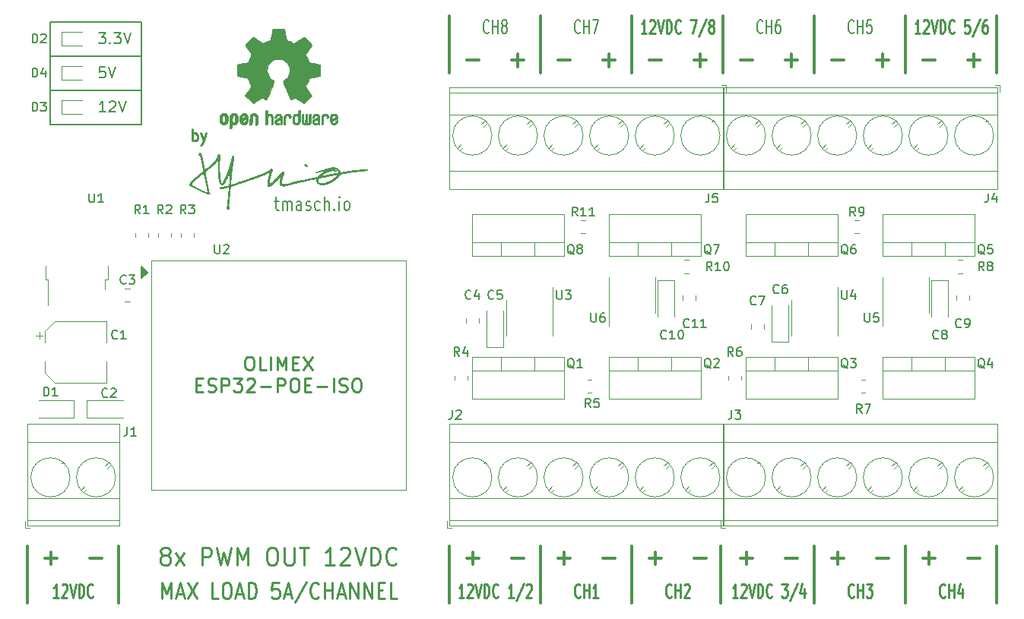
<source format=gbr>
%TF.GenerationSoftware,KiCad,Pcbnew,(6.0.4-0)*%
%TF.CreationDate,2022-03-29T19:53:51-03:00*%
%TF.ProjectId,ESP-pwm_8ch-V1,4553502d-7077-46d5-9f38-63682d56312e,rev?*%
%TF.SameCoordinates,Original*%
%TF.FileFunction,Legend,Top*%
%TF.FilePolarity,Positive*%
%FSLAX46Y46*%
G04 Gerber Fmt 4.6, Leading zero omitted, Abs format (unit mm)*
G04 Created by KiCad (PCBNEW (6.0.4-0)) date 2022-03-29 19:53:51*
%MOMM*%
%LPD*%
G01*
G04 APERTURE LIST*
%ADD10C,0.150000*%
%ADD11C,0.350000*%
%ADD12C,0.250000*%
%ADD13C,0.200000*%
%ADD14C,0.120000*%
%ADD15C,0.010000*%
G04 APERTURE END LIST*
D10*
X69850000Y-69850000D02*
X80010000Y-69850000D01*
X80010000Y-77470000D02*
X80010000Y-66040000D01*
X69850000Y-77470000D02*
X80010000Y-77470000D01*
X80010000Y-66040000D02*
X69850000Y-66040000D01*
X69850000Y-73660000D02*
X80010000Y-73660000D01*
X69850000Y-66040000D02*
X69850000Y-77470000D01*
D11*
X165100000Y-65405000D02*
X165100000Y-71755000D01*
X175260000Y-65405000D02*
X175260000Y-71755000D01*
X134620000Y-124460000D02*
X134620000Y-130810000D01*
X114300000Y-124460000D02*
X114300000Y-130810000D01*
X165100000Y-124460000D02*
X165100000Y-130810000D01*
X144780000Y-65405000D02*
X144780000Y-71755000D01*
X154940000Y-124460000D02*
X154940000Y-130810000D01*
X144480000Y-124460000D02*
X144480000Y-130810000D01*
X175260000Y-124460000D02*
X175260000Y-130810000D01*
X124460000Y-124460000D02*
X124460000Y-130810000D01*
X114300000Y-65405000D02*
X114300000Y-71755000D01*
X134620000Y-65405000D02*
X134620000Y-71755000D01*
X154940000Y-65405000D02*
X154940000Y-71755000D01*
X124460000Y-65405000D02*
X124460000Y-71755000D01*
X67310000Y-124460000D02*
X67310000Y-130810000D01*
X77470000Y-124460000D02*
X77470000Y-130810000D01*
D12*
X70770952Y-130218571D02*
X70199523Y-130218571D01*
X70485238Y-130218571D02*
X70485238Y-128718571D01*
X70390000Y-128932857D01*
X70294761Y-129075714D01*
X70199523Y-129147142D01*
X71151904Y-128861428D02*
X71199523Y-128790000D01*
X71294761Y-128718571D01*
X71532857Y-128718571D01*
X71628095Y-128790000D01*
X71675714Y-128861428D01*
X71723333Y-129004285D01*
X71723333Y-129147142D01*
X71675714Y-129361428D01*
X71104285Y-130218571D01*
X71723333Y-130218571D01*
X72009047Y-128718571D02*
X72342380Y-130218571D01*
X72675714Y-128718571D01*
X73009047Y-130218571D02*
X73009047Y-128718571D01*
X73247142Y-128718571D01*
X73390000Y-128790000D01*
X73485238Y-128932857D01*
X73532857Y-129075714D01*
X73580476Y-129361428D01*
X73580476Y-129575714D01*
X73532857Y-129861428D01*
X73485238Y-130004285D01*
X73390000Y-130147142D01*
X73247142Y-130218571D01*
X73009047Y-130218571D01*
X74580476Y-130075714D02*
X74532857Y-130147142D01*
X74390000Y-130218571D01*
X74294761Y-130218571D01*
X74151904Y-130147142D01*
X74056666Y-130004285D01*
X74009047Y-129861428D01*
X73961428Y-129575714D01*
X73961428Y-129361428D01*
X74009047Y-129075714D01*
X74056666Y-128932857D01*
X74151904Y-128790000D01*
X74294761Y-128718571D01*
X74390000Y-128718571D01*
X74532857Y-128790000D01*
X74580476Y-128861428D01*
X82478571Y-125491904D02*
X82307142Y-125396666D01*
X82221428Y-125301428D01*
X82135714Y-125110952D01*
X82135714Y-125015714D01*
X82221428Y-124825238D01*
X82307142Y-124730000D01*
X82478571Y-124634761D01*
X82821428Y-124634761D01*
X82992857Y-124730000D01*
X83078571Y-124825238D01*
X83164285Y-125015714D01*
X83164285Y-125110952D01*
X83078571Y-125301428D01*
X82992857Y-125396666D01*
X82821428Y-125491904D01*
X82478571Y-125491904D01*
X82307142Y-125587142D01*
X82221428Y-125682380D01*
X82135714Y-125872857D01*
X82135714Y-126253809D01*
X82221428Y-126444285D01*
X82307142Y-126539523D01*
X82478571Y-126634761D01*
X82821428Y-126634761D01*
X82992857Y-126539523D01*
X83078571Y-126444285D01*
X83164285Y-126253809D01*
X83164285Y-125872857D01*
X83078571Y-125682380D01*
X82992857Y-125587142D01*
X82821428Y-125491904D01*
X83764285Y-126634761D02*
X84707142Y-125301428D01*
X83764285Y-125301428D02*
X84707142Y-126634761D01*
X86764285Y-126634761D02*
X86764285Y-124634761D01*
X87449999Y-124634761D01*
X87621428Y-124730000D01*
X87707142Y-124825238D01*
X87792857Y-125015714D01*
X87792857Y-125301428D01*
X87707142Y-125491904D01*
X87621428Y-125587142D01*
X87449999Y-125682380D01*
X86764285Y-125682380D01*
X88392857Y-124634761D02*
X88821428Y-126634761D01*
X89164285Y-125206190D01*
X89507142Y-126634761D01*
X89935714Y-124634761D01*
X90621428Y-126634761D02*
X90621428Y-124634761D01*
X91221428Y-126063333D01*
X91821428Y-124634761D01*
X91821428Y-126634761D01*
X94392857Y-124634761D02*
X94735714Y-124634761D01*
X94907142Y-124730000D01*
X95078571Y-124920476D01*
X95164285Y-125301428D01*
X95164285Y-125968095D01*
X95078571Y-126349047D01*
X94907142Y-126539523D01*
X94735714Y-126634761D01*
X94392857Y-126634761D01*
X94221428Y-126539523D01*
X94049999Y-126349047D01*
X93964285Y-125968095D01*
X93964285Y-125301428D01*
X94049999Y-124920476D01*
X94221428Y-124730000D01*
X94392857Y-124634761D01*
X95935714Y-124634761D02*
X95935714Y-126253809D01*
X96021428Y-126444285D01*
X96107142Y-126539523D01*
X96278571Y-126634761D01*
X96621428Y-126634761D01*
X96792857Y-126539523D01*
X96878571Y-126444285D01*
X96964285Y-126253809D01*
X96964285Y-124634761D01*
X97564285Y-124634761D02*
X98592857Y-124634761D01*
X98078571Y-126634761D02*
X98078571Y-124634761D01*
X101507142Y-126634761D02*
X100478571Y-126634761D01*
X100992857Y-126634761D02*
X100992857Y-124634761D01*
X100821428Y-124920476D01*
X100649999Y-125110952D01*
X100478571Y-125206190D01*
X102192857Y-124825238D02*
X102278571Y-124730000D01*
X102449999Y-124634761D01*
X102878571Y-124634761D01*
X103049999Y-124730000D01*
X103135714Y-124825238D01*
X103221428Y-125015714D01*
X103221428Y-125206190D01*
X103135714Y-125491904D01*
X102107142Y-126634761D01*
X103221428Y-126634761D01*
X103735714Y-124634761D02*
X104335714Y-126634761D01*
X104935714Y-124634761D01*
X105535714Y-126634761D02*
X105535714Y-124634761D01*
X105964285Y-124634761D01*
X106221428Y-124730000D01*
X106392857Y-124920476D01*
X106478571Y-125110952D01*
X106564285Y-125491904D01*
X106564285Y-125777619D01*
X106478571Y-126158571D01*
X106392857Y-126349047D01*
X106221428Y-126539523D01*
X105964285Y-126634761D01*
X105535714Y-126634761D01*
X108364285Y-126444285D02*
X108278571Y-126539523D01*
X108021428Y-126634761D01*
X107849999Y-126634761D01*
X107592857Y-126539523D01*
X107421428Y-126349047D01*
X107335714Y-126158571D01*
X107249999Y-125777619D01*
X107249999Y-125491904D01*
X107335714Y-125110952D01*
X107421428Y-124920476D01*
X107592857Y-124730000D01*
X107849999Y-124634761D01*
X108021428Y-124634761D01*
X108278571Y-124730000D01*
X108364285Y-124825238D01*
D13*
X75974285Y-76107857D02*
X75288571Y-76107857D01*
X75631428Y-76107857D02*
X75631428Y-74907857D01*
X75517142Y-75079285D01*
X75402857Y-75193571D01*
X75288571Y-75250714D01*
X76431428Y-75022142D02*
X76488571Y-74965000D01*
X76602857Y-74907857D01*
X76888571Y-74907857D01*
X77002857Y-74965000D01*
X77060000Y-75022142D01*
X77117142Y-75136428D01*
X77117142Y-75250714D01*
X77060000Y-75422142D01*
X76374285Y-76107857D01*
X77117142Y-76107857D01*
X77460000Y-74907857D02*
X77860000Y-76107857D01*
X78260000Y-74907857D01*
X75917142Y-71097857D02*
X75345714Y-71097857D01*
X75288571Y-71669285D01*
X75345714Y-71612142D01*
X75460000Y-71555000D01*
X75745714Y-71555000D01*
X75860000Y-71612142D01*
X75917142Y-71669285D01*
X75974285Y-71783571D01*
X75974285Y-72069285D01*
X75917142Y-72183571D01*
X75860000Y-72240714D01*
X75745714Y-72297857D01*
X75460000Y-72297857D01*
X75345714Y-72240714D01*
X75288571Y-72183571D01*
X76317142Y-71097857D02*
X76717142Y-72297857D01*
X77117142Y-71097857D01*
X75231428Y-67287857D02*
X75974285Y-67287857D01*
X75574285Y-67745000D01*
X75745714Y-67745000D01*
X75860000Y-67802142D01*
X75917142Y-67859285D01*
X75974285Y-67973571D01*
X75974285Y-68259285D01*
X75917142Y-68373571D01*
X75860000Y-68430714D01*
X75745714Y-68487857D01*
X75402857Y-68487857D01*
X75288571Y-68430714D01*
X75231428Y-68373571D01*
X76488571Y-68373571D02*
X76545714Y-68430714D01*
X76488571Y-68487857D01*
X76431428Y-68430714D01*
X76488571Y-68373571D01*
X76488571Y-68487857D01*
X76945714Y-67287857D02*
X77688571Y-67287857D01*
X77288571Y-67745000D01*
X77460000Y-67745000D01*
X77574285Y-67802142D01*
X77631428Y-67859285D01*
X77688571Y-67973571D01*
X77688571Y-68259285D01*
X77631428Y-68373571D01*
X77574285Y-68430714D01*
X77460000Y-68487857D01*
X77117142Y-68487857D01*
X77002857Y-68430714D01*
X76945714Y-68373571D01*
X78031428Y-67287857D02*
X78431428Y-68487857D01*
X78831428Y-67287857D01*
D12*
X91892857Y-103381071D02*
X92178571Y-103381071D01*
X92321428Y-103452500D01*
X92464285Y-103595357D01*
X92535714Y-103881071D01*
X92535714Y-104381071D01*
X92464285Y-104666785D01*
X92321428Y-104809642D01*
X92178571Y-104881071D01*
X91892857Y-104881071D01*
X91750000Y-104809642D01*
X91607142Y-104666785D01*
X91535714Y-104381071D01*
X91535714Y-103881071D01*
X91607142Y-103595357D01*
X91750000Y-103452500D01*
X91892857Y-103381071D01*
X93892857Y-104881071D02*
X93178571Y-104881071D01*
X93178571Y-103381071D01*
X94392857Y-104881071D02*
X94392857Y-103381071D01*
X95107142Y-104881071D02*
X95107142Y-103381071D01*
X95607142Y-104452500D01*
X96107142Y-103381071D01*
X96107142Y-104881071D01*
X96821428Y-104095357D02*
X97321428Y-104095357D01*
X97535714Y-104881071D02*
X96821428Y-104881071D01*
X96821428Y-103381071D01*
X97535714Y-103381071D01*
X98035714Y-103381071D02*
X99035714Y-104881071D01*
X99035714Y-103381071D02*
X98035714Y-104881071D01*
X86107142Y-106510357D02*
X86607142Y-106510357D01*
X86821428Y-107296071D02*
X86107142Y-107296071D01*
X86107142Y-105796071D01*
X86821428Y-105796071D01*
X87392857Y-107224642D02*
X87607142Y-107296071D01*
X87964285Y-107296071D01*
X88107142Y-107224642D01*
X88178571Y-107153214D01*
X88250000Y-107010357D01*
X88250000Y-106867500D01*
X88178571Y-106724642D01*
X88107142Y-106653214D01*
X87964285Y-106581785D01*
X87678571Y-106510357D01*
X87535714Y-106438928D01*
X87464285Y-106367500D01*
X87392857Y-106224642D01*
X87392857Y-106081785D01*
X87464285Y-105938928D01*
X87535714Y-105867500D01*
X87678571Y-105796071D01*
X88035714Y-105796071D01*
X88250000Y-105867500D01*
X88892857Y-107296071D02*
X88892857Y-105796071D01*
X89464285Y-105796071D01*
X89607142Y-105867500D01*
X89678571Y-105938928D01*
X89750000Y-106081785D01*
X89750000Y-106296071D01*
X89678571Y-106438928D01*
X89607142Y-106510357D01*
X89464285Y-106581785D01*
X88892857Y-106581785D01*
X90250000Y-105796071D02*
X91178571Y-105796071D01*
X90678571Y-106367500D01*
X90892857Y-106367500D01*
X91035714Y-106438928D01*
X91107142Y-106510357D01*
X91178571Y-106653214D01*
X91178571Y-107010357D01*
X91107142Y-107153214D01*
X91035714Y-107224642D01*
X90892857Y-107296071D01*
X90464285Y-107296071D01*
X90321428Y-107224642D01*
X90250000Y-107153214D01*
X91750000Y-105938928D02*
X91821428Y-105867500D01*
X91964285Y-105796071D01*
X92321428Y-105796071D01*
X92464285Y-105867500D01*
X92535714Y-105938928D01*
X92607142Y-106081785D01*
X92607142Y-106224642D01*
X92535714Y-106438928D01*
X91678571Y-107296071D01*
X92607142Y-107296071D01*
X93250000Y-106724642D02*
X94392857Y-106724642D01*
X95107142Y-107296071D02*
X95107142Y-105796071D01*
X95678571Y-105796071D01*
X95821428Y-105867500D01*
X95892857Y-105938928D01*
X95964285Y-106081785D01*
X95964285Y-106296071D01*
X95892857Y-106438928D01*
X95821428Y-106510357D01*
X95678571Y-106581785D01*
X95107142Y-106581785D01*
X96892857Y-105796071D02*
X97178571Y-105796071D01*
X97321428Y-105867500D01*
X97464285Y-106010357D01*
X97535714Y-106296071D01*
X97535714Y-106796071D01*
X97464285Y-107081785D01*
X97321428Y-107224642D01*
X97178571Y-107296071D01*
X96892857Y-107296071D01*
X96750000Y-107224642D01*
X96607142Y-107081785D01*
X96535714Y-106796071D01*
X96535714Y-106296071D01*
X96607142Y-106010357D01*
X96750000Y-105867500D01*
X96892857Y-105796071D01*
X98178571Y-106510357D02*
X98678571Y-106510357D01*
X98892857Y-107296071D02*
X98178571Y-107296071D01*
X98178571Y-105796071D01*
X98892857Y-105796071D01*
X99535714Y-106724642D02*
X100678571Y-106724642D01*
X101392857Y-107296071D02*
X101392857Y-105796071D01*
X102035714Y-107224642D02*
X102250000Y-107296071D01*
X102607142Y-107296071D01*
X102750000Y-107224642D01*
X102821428Y-107153214D01*
X102892857Y-107010357D01*
X102892857Y-106867500D01*
X102821428Y-106724642D01*
X102750000Y-106653214D01*
X102607142Y-106581785D01*
X102321428Y-106510357D01*
X102178571Y-106438928D01*
X102107142Y-106367500D01*
X102035714Y-106224642D01*
X102035714Y-106081785D01*
X102107142Y-105938928D01*
X102178571Y-105867500D01*
X102321428Y-105796071D01*
X102678571Y-105796071D01*
X102892857Y-105867500D01*
X103821428Y-105796071D02*
X104107142Y-105796071D01*
X104250000Y-105867500D01*
X104392857Y-106010357D01*
X104464285Y-106296071D01*
X104464285Y-106796071D01*
X104392857Y-107081785D01*
X104250000Y-107224642D01*
X104107142Y-107296071D01*
X103821428Y-107296071D01*
X103678571Y-107224642D01*
X103535714Y-107081785D01*
X103464285Y-106796071D01*
X103464285Y-106296071D01*
X103535714Y-106010357D01*
X103678571Y-105867500D01*
X103821428Y-105796071D01*
X82285714Y-130354285D02*
X82285714Y-128554285D01*
X82785714Y-129840000D01*
X83285714Y-128554285D01*
X83285714Y-130354285D01*
X83928571Y-129840000D02*
X84642857Y-129840000D01*
X83785714Y-130354285D02*
X84285714Y-128554285D01*
X84785714Y-130354285D01*
X85142857Y-128554285D02*
X86142857Y-130354285D01*
X86142857Y-128554285D02*
X85142857Y-130354285D01*
X88571428Y-130354285D02*
X87857142Y-130354285D01*
X87857142Y-128554285D01*
X89357142Y-128554285D02*
X89642857Y-128554285D01*
X89785714Y-128640000D01*
X89928571Y-128811428D01*
X90000000Y-129154285D01*
X90000000Y-129754285D01*
X89928571Y-130097142D01*
X89785714Y-130268571D01*
X89642857Y-130354285D01*
X89357142Y-130354285D01*
X89214285Y-130268571D01*
X89071428Y-130097142D01*
X89000000Y-129754285D01*
X89000000Y-129154285D01*
X89071428Y-128811428D01*
X89214285Y-128640000D01*
X89357142Y-128554285D01*
X90571428Y-129840000D02*
X91285714Y-129840000D01*
X90428571Y-130354285D02*
X90928571Y-128554285D01*
X91428571Y-130354285D01*
X91928571Y-130354285D02*
X91928571Y-128554285D01*
X92285714Y-128554285D01*
X92500000Y-128640000D01*
X92642857Y-128811428D01*
X92714285Y-128982857D01*
X92785714Y-129325714D01*
X92785714Y-129582857D01*
X92714285Y-129925714D01*
X92642857Y-130097142D01*
X92500000Y-130268571D01*
X92285714Y-130354285D01*
X91928571Y-130354285D01*
X95285714Y-128554285D02*
X94571428Y-128554285D01*
X94500000Y-129411428D01*
X94571428Y-129325714D01*
X94714285Y-129240000D01*
X95071428Y-129240000D01*
X95214285Y-129325714D01*
X95285714Y-129411428D01*
X95357142Y-129582857D01*
X95357142Y-130011428D01*
X95285714Y-130182857D01*
X95214285Y-130268571D01*
X95071428Y-130354285D01*
X94714285Y-130354285D01*
X94571428Y-130268571D01*
X94500000Y-130182857D01*
X95928571Y-129840000D02*
X96642857Y-129840000D01*
X95785714Y-130354285D02*
X96285714Y-128554285D01*
X96785714Y-130354285D01*
X98357142Y-128468571D02*
X97071428Y-130782857D01*
X99714285Y-130182857D02*
X99642857Y-130268571D01*
X99428571Y-130354285D01*
X99285714Y-130354285D01*
X99071428Y-130268571D01*
X98928571Y-130097142D01*
X98857142Y-129925714D01*
X98785714Y-129582857D01*
X98785714Y-129325714D01*
X98857142Y-128982857D01*
X98928571Y-128811428D01*
X99071428Y-128640000D01*
X99285714Y-128554285D01*
X99428571Y-128554285D01*
X99642857Y-128640000D01*
X99714285Y-128725714D01*
X100357142Y-130354285D02*
X100357142Y-128554285D01*
X100357142Y-129411428D02*
X101214285Y-129411428D01*
X101214285Y-130354285D02*
X101214285Y-128554285D01*
X101857142Y-129840000D02*
X102571428Y-129840000D01*
X101714285Y-130354285D02*
X102214285Y-128554285D01*
X102714285Y-130354285D01*
X103214285Y-130354285D02*
X103214285Y-128554285D01*
X104071428Y-130354285D01*
X104071428Y-128554285D01*
X104785714Y-130354285D02*
X104785714Y-128554285D01*
X105642857Y-130354285D01*
X105642857Y-128554285D01*
X106357142Y-129411428D02*
X106857142Y-129411428D01*
X107071428Y-130354285D02*
X106357142Y-130354285D01*
X106357142Y-128554285D01*
X107071428Y-128554285D01*
X108428571Y-130354285D02*
X107714285Y-130354285D01*
X107714285Y-128554285D01*
D11*
X126368571Y-125858571D02*
X127740000Y-125858571D01*
X127054285Y-126544285D02*
X127054285Y-125172857D01*
X131340000Y-125858571D02*
X132711428Y-125858571D01*
D13*
X159329523Y-67210714D02*
X159281904Y-67282142D01*
X159139047Y-67353571D01*
X159043809Y-67353571D01*
X158900952Y-67282142D01*
X158805714Y-67139285D01*
X158758095Y-66996428D01*
X158710476Y-66710714D01*
X158710476Y-66496428D01*
X158758095Y-66210714D01*
X158805714Y-66067857D01*
X158900952Y-65925000D01*
X159043809Y-65853571D01*
X159139047Y-65853571D01*
X159281904Y-65925000D01*
X159329523Y-65996428D01*
X159758095Y-67353571D02*
X159758095Y-65853571D01*
X159758095Y-66567857D02*
X160329523Y-66567857D01*
X160329523Y-67353571D02*
X160329523Y-65853571D01*
X161281904Y-65853571D02*
X160805714Y-65853571D01*
X160758095Y-66567857D01*
X160805714Y-66496428D01*
X160900952Y-66425000D01*
X161139047Y-66425000D01*
X161234285Y-66496428D01*
X161281904Y-66567857D01*
X161329523Y-66710714D01*
X161329523Y-67067857D01*
X161281904Y-67210714D01*
X161234285Y-67282142D01*
X161139047Y-67353571D01*
X160900952Y-67353571D01*
X160805714Y-67282142D01*
X160758095Y-67210714D01*
D12*
X139009523Y-130075714D02*
X138961904Y-130147142D01*
X138819047Y-130218571D01*
X138723809Y-130218571D01*
X138580952Y-130147142D01*
X138485714Y-130004285D01*
X138438095Y-129861428D01*
X138390476Y-129575714D01*
X138390476Y-129361428D01*
X138438095Y-129075714D01*
X138485714Y-128932857D01*
X138580952Y-128790000D01*
X138723809Y-128718571D01*
X138819047Y-128718571D01*
X138961904Y-128790000D01*
X139009523Y-128861428D01*
X139438095Y-130218571D02*
X139438095Y-128718571D01*
X139438095Y-129432857D02*
X140009523Y-129432857D01*
X140009523Y-130218571D02*
X140009523Y-128718571D01*
X140438095Y-128861428D02*
X140485714Y-128790000D01*
X140580952Y-128718571D01*
X140819047Y-128718571D01*
X140914285Y-128790000D01*
X140961904Y-128861428D01*
X141009523Y-129004285D01*
X141009523Y-129147142D01*
X140961904Y-129361428D01*
X140390476Y-130218571D01*
X141009523Y-130218571D01*
D13*
X118689523Y-67210714D02*
X118641904Y-67282142D01*
X118499047Y-67353571D01*
X118403809Y-67353571D01*
X118260952Y-67282142D01*
X118165714Y-67139285D01*
X118118095Y-66996428D01*
X118070476Y-66710714D01*
X118070476Y-66496428D01*
X118118095Y-66210714D01*
X118165714Y-66067857D01*
X118260952Y-65925000D01*
X118403809Y-65853571D01*
X118499047Y-65853571D01*
X118641904Y-65925000D01*
X118689523Y-65996428D01*
X119118095Y-67353571D02*
X119118095Y-65853571D01*
X119118095Y-66567857D02*
X119689523Y-66567857D01*
X119689523Y-67353571D02*
X119689523Y-65853571D01*
X120308571Y-66496428D02*
X120213333Y-66425000D01*
X120165714Y-66353571D01*
X120118095Y-66210714D01*
X120118095Y-66139285D01*
X120165714Y-65996428D01*
X120213333Y-65925000D01*
X120308571Y-65853571D01*
X120499047Y-65853571D01*
X120594285Y-65925000D01*
X120641904Y-65996428D01*
X120689523Y-66139285D01*
X120689523Y-66210714D01*
X120641904Y-66353571D01*
X120594285Y-66425000D01*
X120499047Y-66496428D01*
X120308571Y-66496428D01*
X120213333Y-66567857D01*
X120165714Y-66639285D01*
X120118095Y-66782142D01*
X120118095Y-67067857D01*
X120165714Y-67210714D01*
X120213333Y-67282142D01*
X120308571Y-67353571D01*
X120499047Y-67353571D01*
X120594285Y-67282142D01*
X120641904Y-67210714D01*
X120689523Y-67067857D01*
X120689523Y-66782142D01*
X120641904Y-66639285D01*
X120594285Y-66567857D01*
X120499047Y-66496428D01*
D12*
X136223809Y-67353571D02*
X135652380Y-67353571D01*
X135938095Y-67353571D02*
X135938095Y-65853571D01*
X135842857Y-66067857D01*
X135747619Y-66210714D01*
X135652380Y-66282142D01*
X136604761Y-65996428D02*
X136652380Y-65925000D01*
X136747619Y-65853571D01*
X136985714Y-65853571D01*
X137080952Y-65925000D01*
X137128571Y-65996428D01*
X137176190Y-66139285D01*
X137176190Y-66282142D01*
X137128571Y-66496428D01*
X136557142Y-67353571D01*
X137176190Y-67353571D01*
X137461904Y-65853571D02*
X137795238Y-67353571D01*
X138128571Y-65853571D01*
X138461904Y-67353571D02*
X138461904Y-65853571D01*
X138700000Y-65853571D01*
X138842857Y-65925000D01*
X138938095Y-66067857D01*
X138985714Y-66210714D01*
X139033333Y-66496428D01*
X139033333Y-66710714D01*
X138985714Y-66996428D01*
X138938095Y-67139285D01*
X138842857Y-67282142D01*
X138700000Y-67353571D01*
X138461904Y-67353571D01*
X140033333Y-67210714D02*
X139985714Y-67282142D01*
X139842857Y-67353571D01*
X139747619Y-67353571D01*
X139604761Y-67282142D01*
X139509523Y-67139285D01*
X139461904Y-66996428D01*
X139414285Y-66710714D01*
X139414285Y-66496428D01*
X139461904Y-66210714D01*
X139509523Y-66067857D01*
X139604761Y-65925000D01*
X139747619Y-65853571D01*
X139842857Y-65853571D01*
X139985714Y-65925000D01*
X140033333Y-65996428D01*
X141128571Y-65853571D02*
X141795238Y-65853571D01*
X141366666Y-67353571D01*
X142890476Y-65782142D02*
X142033333Y-67710714D01*
X143366666Y-66496428D02*
X143271428Y-66425000D01*
X143223809Y-66353571D01*
X143176190Y-66210714D01*
X143176190Y-66139285D01*
X143223809Y-65996428D01*
X143271428Y-65925000D01*
X143366666Y-65853571D01*
X143557142Y-65853571D01*
X143652380Y-65925000D01*
X143700000Y-65996428D01*
X143747619Y-66139285D01*
X143747619Y-66210714D01*
X143700000Y-66353571D01*
X143652380Y-66425000D01*
X143557142Y-66496428D01*
X143366666Y-66496428D01*
X143271428Y-66567857D01*
X143223809Y-66639285D01*
X143176190Y-66782142D01*
X143176190Y-67067857D01*
X143223809Y-67210714D01*
X143271428Y-67282142D01*
X143366666Y-67353571D01*
X143557142Y-67353571D01*
X143652380Y-67282142D01*
X143700000Y-67210714D01*
X143747619Y-67067857D01*
X143747619Y-66782142D01*
X143700000Y-66639285D01*
X143652380Y-66567857D01*
X143557142Y-66496428D01*
X159329523Y-130075714D02*
X159281904Y-130147142D01*
X159139047Y-130218571D01*
X159043809Y-130218571D01*
X158900952Y-130147142D01*
X158805714Y-130004285D01*
X158758095Y-129861428D01*
X158710476Y-129575714D01*
X158710476Y-129361428D01*
X158758095Y-129075714D01*
X158805714Y-128932857D01*
X158900952Y-128790000D01*
X159043809Y-128718571D01*
X159139047Y-128718571D01*
X159281904Y-128790000D01*
X159329523Y-128861428D01*
X159758095Y-130218571D02*
X159758095Y-128718571D01*
X159758095Y-129432857D02*
X160329523Y-129432857D01*
X160329523Y-130218571D02*
X160329523Y-128718571D01*
X160710476Y-128718571D02*
X161329523Y-128718571D01*
X160996190Y-129290000D01*
X161139047Y-129290000D01*
X161234285Y-129361428D01*
X161281904Y-129432857D01*
X161329523Y-129575714D01*
X161329523Y-129932857D01*
X161281904Y-130075714D01*
X161234285Y-130147142D01*
X161139047Y-130218571D01*
X160853333Y-130218571D01*
X160758095Y-130147142D01*
X160710476Y-130075714D01*
D11*
X156848571Y-125858571D02*
X158220000Y-125858571D01*
X157534285Y-126544285D02*
X157534285Y-125172857D01*
X161820000Y-125858571D02*
X163191428Y-125858571D01*
X163191428Y-70356428D02*
X161820000Y-70356428D01*
X162505714Y-69670714D02*
X162505714Y-71042142D01*
X158220000Y-70356428D02*
X156848571Y-70356428D01*
X167008571Y-125858571D02*
X168380000Y-125858571D01*
X167694285Y-126544285D02*
X167694285Y-125172857D01*
X171980000Y-125858571D02*
X173351428Y-125858571D01*
X146688571Y-125858571D02*
X148060000Y-125858571D01*
X147374285Y-126544285D02*
X147374285Y-125172857D01*
X151660000Y-125858571D02*
X153031428Y-125858571D01*
X173351428Y-70356428D02*
X171980000Y-70356428D01*
X172665714Y-69670714D02*
X172665714Y-71042142D01*
X168380000Y-70356428D02*
X167008571Y-70356428D01*
D12*
X115903809Y-130218571D02*
X115332380Y-130218571D01*
X115618095Y-130218571D02*
X115618095Y-128718571D01*
X115522857Y-128932857D01*
X115427619Y-129075714D01*
X115332380Y-129147142D01*
X116284761Y-128861428D02*
X116332380Y-128790000D01*
X116427619Y-128718571D01*
X116665714Y-128718571D01*
X116760952Y-128790000D01*
X116808571Y-128861428D01*
X116856190Y-129004285D01*
X116856190Y-129147142D01*
X116808571Y-129361428D01*
X116237142Y-130218571D01*
X116856190Y-130218571D01*
X117141904Y-128718571D02*
X117475238Y-130218571D01*
X117808571Y-128718571D01*
X118141904Y-130218571D02*
X118141904Y-128718571D01*
X118380000Y-128718571D01*
X118522857Y-128790000D01*
X118618095Y-128932857D01*
X118665714Y-129075714D01*
X118713333Y-129361428D01*
X118713333Y-129575714D01*
X118665714Y-129861428D01*
X118618095Y-130004285D01*
X118522857Y-130147142D01*
X118380000Y-130218571D01*
X118141904Y-130218571D01*
X119713333Y-130075714D02*
X119665714Y-130147142D01*
X119522857Y-130218571D01*
X119427619Y-130218571D01*
X119284761Y-130147142D01*
X119189523Y-130004285D01*
X119141904Y-129861428D01*
X119094285Y-129575714D01*
X119094285Y-129361428D01*
X119141904Y-129075714D01*
X119189523Y-128932857D01*
X119284761Y-128790000D01*
X119427619Y-128718571D01*
X119522857Y-128718571D01*
X119665714Y-128790000D01*
X119713333Y-128861428D01*
X121427619Y-130218571D02*
X120856190Y-130218571D01*
X121141904Y-130218571D02*
X121141904Y-128718571D01*
X121046666Y-128932857D01*
X120951428Y-129075714D01*
X120856190Y-129147142D01*
X122570476Y-128647142D02*
X121713333Y-130575714D01*
X122856190Y-128861428D02*
X122903809Y-128790000D01*
X122999047Y-128718571D01*
X123237142Y-128718571D01*
X123332380Y-128790000D01*
X123380000Y-128861428D01*
X123427619Y-129004285D01*
X123427619Y-129147142D01*
X123380000Y-129361428D01*
X122808571Y-130218571D01*
X123427619Y-130218571D01*
D11*
X69218571Y-125858571D02*
X70590000Y-125858571D01*
X69904285Y-126544285D02*
X69904285Y-125172857D01*
X74190000Y-125858571D02*
X75561428Y-125858571D01*
X122551428Y-70356428D02*
X121180000Y-70356428D01*
X121865714Y-69670714D02*
X121865714Y-71042142D01*
X117580000Y-70356428D02*
X116208571Y-70356428D01*
X153031428Y-70356428D02*
X151660000Y-70356428D01*
X152345714Y-69670714D02*
X152345714Y-71042142D01*
X148060000Y-70356428D02*
X146688571Y-70356428D01*
D13*
X94831428Y-86038571D02*
X95288571Y-86038571D01*
X95002857Y-85538571D02*
X95002857Y-86824285D01*
X95060000Y-86967142D01*
X95174285Y-87038571D01*
X95288571Y-87038571D01*
X95688571Y-87038571D02*
X95688571Y-86038571D01*
X95688571Y-86181428D02*
X95745714Y-86110000D01*
X95860000Y-86038571D01*
X96031428Y-86038571D01*
X96145714Y-86110000D01*
X96202857Y-86252857D01*
X96202857Y-87038571D01*
X96202857Y-86252857D02*
X96260000Y-86110000D01*
X96374285Y-86038571D01*
X96545714Y-86038571D01*
X96660000Y-86110000D01*
X96717142Y-86252857D01*
X96717142Y-87038571D01*
X97802857Y-87038571D02*
X97802857Y-86252857D01*
X97745714Y-86110000D01*
X97631428Y-86038571D01*
X97402857Y-86038571D01*
X97288571Y-86110000D01*
X97802857Y-86967142D02*
X97688571Y-87038571D01*
X97402857Y-87038571D01*
X97288571Y-86967142D01*
X97231428Y-86824285D01*
X97231428Y-86681428D01*
X97288571Y-86538571D01*
X97402857Y-86467142D01*
X97688571Y-86467142D01*
X97802857Y-86395714D01*
X98317142Y-86967142D02*
X98431428Y-87038571D01*
X98660000Y-87038571D01*
X98774285Y-86967142D01*
X98831428Y-86824285D01*
X98831428Y-86752857D01*
X98774285Y-86610000D01*
X98660000Y-86538571D01*
X98488571Y-86538571D01*
X98374285Y-86467142D01*
X98317142Y-86324285D01*
X98317142Y-86252857D01*
X98374285Y-86110000D01*
X98488571Y-86038571D01*
X98660000Y-86038571D01*
X98774285Y-86110000D01*
X99860000Y-86967142D02*
X99745714Y-87038571D01*
X99517142Y-87038571D01*
X99402857Y-86967142D01*
X99345714Y-86895714D01*
X99288571Y-86752857D01*
X99288571Y-86324285D01*
X99345714Y-86181428D01*
X99402857Y-86110000D01*
X99517142Y-86038571D01*
X99745714Y-86038571D01*
X99860000Y-86110000D01*
X100374285Y-87038571D02*
X100374285Y-85538571D01*
X100888571Y-87038571D02*
X100888571Y-86252857D01*
X100831428Y-86110000D01*
X100717142Y-86038571D01*
X100545714Y-86038571D01*
X100431428Y-86110000D01*
X100374285Y-86181428D01*
X101460000Y-86895714D02*
X101517142Y-86967142D01*
X101460000Y-87038571D01*
X101402857Y-86967142D01*
X101460000Y-86895714D01*
X101460000Y-87038571D01*
X102031428Y-87038571D02*
X102031428Y-86038571D01*
X102031428Y-85538571D02*
X101974285Y-85610000D01*
X102031428Y-85681428D01*
X102088571Y-85610000D01*
X102031428Y-85538571D01*
X102031428Y-85681428D01*
X102774285Y-87038571D02*
X102659999Y-86967142D01*
X102602857Y-86895714D01*
X102545714Y-86752857D01*
X102545714Y-86324285D01*
X102602857Y-86181428D01*
X102659999Y-86110000D01*
X102774285Y-86038571D01*
X102945714Y-86038571D01*
X103059999Y-86110000D01*
X103117142Y-86181428D01*
X103174285Y-86324285D01*
X103174285Y-86752857D01*
X103117142Y-86895714D01*
X103059999Y-86967142D01*
X102945714Y-87038571D01*
X102774285Y-87038571D01*
D11*
X142871428Y-70356428D02*
X141500000Y-70356428D01*
X142185714Y-69670714D02*
X142185714Y-71042142D01*
X137900000Y-70356428D02*
X136528571Y-70356428D01*
X132711428Y-70356428D02*
X131340000Y-70356428D01*
X132025714Y-69670714D02*
X132025714Y-71042142D01*
X127740000Y-70356428D02*
X126368571Y-70356428D01*
D12*
X166703809Y-67353571D02*
X166132380Y-67353571D01*
X166418095Y-67353571D02*
X166418095Y-65853571D01*
X166322857Y-66067857D01*
X166227619Y-66210714D01*
X166132380Y-66282142D01*
X167084761Y-65996428D02*
X167132380Y-65925000D01*
X167227619Y-65853571D01*
X167465714Y-65853571D01*
X167560952Y-65925000D01*
X167608571Y-65996428D01*
X167656190Y-66139285D01*
X167656190Y-66282142D01*
X167608571Y-66496428D01*
X167037142Y-67353571D01*
X167656190Y-67353571D01*
X167941904Y-65853571D02*
X168275238Y-67353571D01*
X168608571Y-65853571D01*
X168941904Y-67353571D02*
X168941904Y-65853571D01*
X169180000Y-65853571D01*
X169322857Y-65925000D01*
X169418095Y-66067857D01*
X169465714Y-66210714D01*
X169513333Y-66496428D01*
X169513333Y-66710714D01*
X169465714Y-66996428D01*
X169418095Y-67139285D01*
X169322857Y-67282142D01*
X169180000Y-67353571D01*
X168941904Y-67353571D01*
X170513333Y-67210714D02*
X170465714Y-67282142D01*
X170322857Y-67353571D01*
X170227619Y-67353571D01*
X170084761Y-67282142D01*
X169989523Y-67139285D01*
X169941904Y-66996428D01*
X169894285Y-66710714D01*
X169894285Y-66496428D01*
X169941904Y-66210714D01*
X169989523Y-66067857D01*
X170084761Y-65925000D01*
X170227619Y-65853571D01*
X170322857Y-65853571D01*
X170465714Y-65925000D01*
X170513333Y-65996428D01*
X172180000Y-65853571D02*
X171703809Y-65853571D01*
X171656190Y-66567857D01*
X171703809Y-66496428D01*
X171799047Y-66425000D01*
X172037142Y-66425000D01*
X172132380Y-66496428D01*
X172180000Y-66567857D01*
X172227619Y-66710714D01*
X172227619Y-67067857D01*
X172180000Y-67210714D01*
X172132380Y-67282142D01*
X172037142Y-67353571D01*
X171799047Y-67353571D01*
X171703809Y-67282142D01*
X171656190Y-67210714D01*
X173370476Y-65782142D02*
X172513333Y-67710714D01*
X174132380Y-65853571D02*
X173941904Y-65853571D01*
X173846666Y-65925000D01*
X173799047Y-65996428D01*
X173703809Y-66210714D01*
X173656190Y-66496428D01*
X173656190Y-67067857D01*
X173703809Y-67210714D01*
X173751428Y-67282142D01*
X173846666Y-67353571D01*
X174037142Y-67353571D01*
X174132380Y-67282142D01*
X174180000Y-67210714D01*
X174227619Y-67067857D01*
X174227619Y-66710714D01*
X174180000Y-66567857D01*
X174132380Y-66496428D01*
X174037142Y-66425000D01*
X173846666Y-66425000D01*
X173751428Y-66496428D01*
X173703809Y-66567857D01*
X173656190Y-66710714D01*
X169489523Y-130075714D02*
X169441904Y-130147142D01*
X169299047Y-130218571D01*
X169203809Y-130218571D01*
X169060952Y-130147142D01*
X168965714Y-130004285D01*
X168918095Y-129861428D01*
X168870476Y-129575714D01*
X168870476Y-129361428D01*
X168918095Y-129075714D01*
X168965714Y-128932857D01*
X169060952Y-128790000D01*
X169203809Y-128718571D01*
X169299047Y-128718571D01*
X169441904Y-128790000D01*
X169489523Y-128861428D01*
X169918095Y-130218571D02*
X169918095Y-128718571D01*
X169918095Y-129432857D02*
X170489523Y-129432857D01*
X170489523Y-130218571D02*
X170489523Y-128718571D01*
X171394285Y-129218571D02*
X171394285Y-130218571D01*
X171156190Y-128647142D02*
X170918095Y-129718571D01*
X171537142Y-129718571D01*
D13*
X149169523Y-67210714D02*
X149121904Y-67282142D01*
X148979047Y-67353571D01*
X148883809Y-67353571D01*
X148740952Y-67282142D01*
X148645714Y-67139285D01*
X148598095Y-66996428D01*
X148550476Y-66710714D01*
X148550476Y-66496428D01*
X148598095Y-66210714D01*
X148645714Y-66067857D01*
X148740952Y-65925000D01*
X148883809Y-65853571D01*
X148979047Y-65853571D01*
X149121904Y-65925000D01*
X149169523Y-65996428D01*
X149598095Y-67353571D02*
X149598095Y-65853571D01*
X149598095Y-66567857D02*
X150169523Y-66567857D01*
X150169523Y-67353571D02*
X150169523Y-65853571D01*
X151074285Y-65853571D02*
X150883809Y-65853571D01*
X150788571Y-65925000D01*
X150740952Y-65996428D01*
X150645714Y-66210714D01*
X150598095Y-66496428D01*
X150598095Y-67067857D01*
X150645714Y-67210714D01*
X150693333Y-67282142D01*
X150788571Y-67353571D01*
X150979047Y-67353571D01*
X151074285Y-67282142D01*
X151121904Y-67210714D01*
X151169523Y-67067857D01*
X151169523Y-66710714D01*
X151121904Y-66567857D01*
X151074285Y-66496428D01*
X150979047Y-66425000D01*
X150788571Y-66425000D01*
X150693333Y-66496428D01*
X150645714Y-66567857D01*
X150598095Y-66710714D01*
D12*
X85645714Y-79328095D02*
X85645714Y-78028095D01*
X85645714Y-78523333D02*
X85760000Y-78461428D01*
X85988571Y-78461428D01*
X86102857Y-78523333D01*
X86160000Y-78585238D01*
X86217142Y-78709047D01*
X86217142Y-79080476D01*
X86160000Y-79204285D01*
X86102857Y-79266190D01*
X85988571Y-79328095D01*
X85760000Y-79328095D01*
X85645714Y-79266190D01*
X86617142Y-78461428D02*
X86902857Y-79328095D01*
X87188571Y-78461428D02*
X86902857Y-79328095D01*
X86788571Y-79637619D01*
X86731428Y-79699523D01*
X86617142Y-79761428D01*
D11*
X116208571Y-125858571D02*
X117580000Y-125858571D01*
X116894285Y-126544285D02*
X116894285Y-125172857D01*
X121180000Y-125858571D02*
X122551428Y-125858571D01*
D13*
X128849523Y-67210714D02*
X128801904Y-67282142D01*
X128659047Y-67353571D01*
X128563809Y-67353571D01*
X128420952Y-67282142D01*
X128325714Y-67139285D01*
X128278095Y-66996428D01*
X128230476Y-66710714D01*
X128230476Y-66496428D01*
X128278095Y-66210714D01*
X128325714Y-66067857D01*
X128420952Y-65925000D01*
X128563809Y-65853571D01*
X128659047Y-65853571D01*
X128801904Y-65925000D01*
X128849523Y-65996428D01*
X129278095Y-67353571D02*
X129278095Y-65853571D01*
X129278095Y-66567857D02*
X129849523Y-66567857D01*
X129849523Y-67353571D02*
X129849523Y-65853571D01*
X130230476Y-65853571D02*
X130897142Y-65853571D01*
X130468571Y-67353571D01*
D12*
X128849523Y-130075714D02*
X128801904Y-130147142D01*
X128659047Y-130218571D01*
X128563809Y-130218571D01*
X128420952Y-130147142D01*
X128325714Y-130004285D01*
X128278095Y-129861428D01*
X128230476Y-129575714D01*
X128230476Y-129361428D01*
X128278095Y-129075714D01*
X128325714Y-128932857D01*
X128420952Y-128790000D01*
X128563809Y-128718571D01*
X128659047Y-128718571D01*
X128801904Y-128790000D01*
X128849523Y-128861428D01*
X129278095Y-130218571D02*
X129278095Y-128718571D01*
X129278095Y-129432857D02*
X129849523Y-129432857D01*
X129849523Y-130218571D02*
X129849523Y-128718571D01*
X130849523Y-130218571D02*
X130278095Y-130218571D01*
X130563809Y-130218571D02*
X130563809Y-128718571D01*
X130468571Y-128932857D01*
X130373333Y-129075714D01*
X130278095Y-129147142D01*
D11*
X136528571Y-125858571D02*
X137900000Y-125858571D01*
X137214285Y-126544285D02*
X137214285Y-125172857D01*
X141500000Y-125858571D02*
X142871428Y-125858571D01*
D12*
X146383809Y-130218571D02*
X145812380Y-130218571D01*
X146098095Y-130218571D02*
X146098095Y-128718571D01*
X146002857Y-128932857D01*
X145907619Y-129075714D01*
X145812380Y-129147142D01*
X146764761Y-128861428D02*
X146812380Y-128790000D01*
X146907619Y-128718571D01*
X147145714Y-128718571D01*
X147240952Y-128790000D01*
X147288571Y-128861428D01*
X147336190Y-129004285D01*
X147336190Y-129147142D01*
X147288571Y-129361428D01*
X146717142Y-130218571D01*
X147336190Y-130218571D01*
X147621904Y-128718571D02*
X147955238Y-130218571D01*
X148288571Y-128718571D01*
X148621904Y-130218571D02*
X148621904Y-128718571D01*
X148860000Y-128718571D01*
X149002857Y-128790000D01*
X149098095Y-128932857D01*
X149145714Y-129075714D01*
X149193333Y-129361428D01*
X149193333Y-129575714D01*
X149145714Y-129861428D01*
X149098095Y-130004285D01*
X149002857Y-130147142D01*
X148860000Y-130218571D01*
X148621904Y-130218571D01*
X150193333Y-130075714D02*
X150145714Y-130147142D01*
X150002857Y-130218571D01*
X149907619Y-130218571D01*
X149764761Y-130147142D01*
X149669523Y-130004285D01*
X149621904Y-129861428D01*
X149574285Y-129575714D01*
X149574285Y-129361428D01*
X149621904Y-129075714D01*
X149669523Y-128932857D01*
X149764761Y-128790000D01*
X149907619Y-128718571D01*
X150002857Y-128718571D01*
X150145714Y-128790000D01*
X150193333Y-128861428D01*
X151288571Y-128718571D02*
X151907619Y-128718571D01*
X151574285Y-129290000D01*
X151717142Y-129290000D01*
X151812380Y-129361428D01*
X151860000Y-129432857D01*
X151907619Y-129575714D01*
X151907619Y-129932857D01*
X151860000Y-130075714D01*
X151812380Y-130147142D01*
X151717142Y-130218571D01*
X151431428Y-130218571D01*
X151336190Y-130147142D01*
X151288571Y-130075714D01*
X153050476Y-128647142D02*
X152193333Y-130575714D01*
X153812380Y-129218571D02*
X153812380Y-130218571D01*
X153574285Y-128647142D02*
X153336190Y-129718571D01*
X153955238Y-129718571D01*
D10*
%TO.C,U2*%
X88138095Y-90892380D02*
X88138095Y-91701904D01*
X88185714Y-91797142D01*
X88233333Y-91844761D01*
X88328571Y-91892380D01*
X88519047Y-91892380D01*
X88614285Y-91844761D01*
X88661904Y-91797142D01*
X88709523Y-91701904D01*
X88709523Y-90892380D01*
X89138095Y-90987619D02*
X89185714Y-90940000D01*
X89280952Y-90892380D01*
X89519047Y-90892380D01*
X89614285Y-90940000D01*
X89661904Y-90987619D01*
X89709523Y-91082857D01*
X89709523Y-91178095D01*
X89661904Y-91320952D01*
X89090476Y-91892380D01*
X89709523Y-91892380D01*
%TO.C,U5*%
X160528095Y-98512380D02*
X160528095Y-99321904D01*
X160575714Y-99417142D01*
X160623333Y-99464761D01*
X160718571Y-99512380D01*
X160909047Y-99512380D01*
X161004285Y-99464761D01*
X161051904Y-99417142D01*
X161099523Y-99321904D01*
X161099523Y-98512380D01*
X162051904Y-98512380D02*
X161575714Y-98512380D01*
X161528095Y-98988571D01*
X161575714Y-98940952D01*
X161670952Y-98893333D01*
X161909047Y-98893333D01*
X162004285Y-98940952D01*
X162051904Y-98988571D01*
X162099523Y-99083809D01*
X162099523Y-99321904D01*
X162051904Y-99417142D01*
X162004285Y-99464761D01*
X161909047Y-99512380D01*
X161670952Y-99512380D01*
X161575714Y-99464761D01*
X161528095Y-99417142D01*
%TO.C,C9*%
X171283333Y-100052142D02*
X171235714Y-100099761D01*
X171092857Y-100147380D01*
X170997619Y-100147380D01*
X170854761Y-100099761D01*
X170759523Y-100004523D01*
X170711904Y-99909285D01*
X170664285Y-99718809D01*
X170664285Y-99575952D01*
X170711904Y-99385476D01*
X170759523Y-99290238D01*
X170854761Y-99195000D01*
X170997619Y-99147380D01*
X171092857Y-99147380D01*
X171235714Y-99195000D01*
X171283333Y-99242619D01*
X171759523Y-100147380D02*
X171950000Y-100147380D01*
X172045238Y-100099761D01*
X172092857Y-100052142D01*
X172188095Y-99909285D01*
X172235714Y-99718809D01*
X172235714Y-99337857D01*
X172188095Y-99242619D01*
X172140476Y-99195000D01*
X172045238Y-99147380D01*
X171854761Y-99147380D01*
X171759523Y-99195000D01*
X171711904Y-99242619D01*
X171664285Y-99337857D01*
X171664285Y-99575952D01*
X171711904Y-99671190D01*
X171759523Y-99718809D01*
X171854761Y-99766428D01*
X172045238Y-99766428D01*
X172140476Y-99718809D01*
X172188095Y-99671190D01*
X172235714Y-99575952D01*
%TO.C,D4*%
X67841904Y-72207380D02*
X67841904Y-71207380D01*
X68080000Y-71207380D01*
X68222857Y-71255000D01*
X68318095Y-71350238D01*
X68365714Y-71445476D01*
X68413333Y-71635952D01*
X68413333Y-71778809D01*
X68365714Y-71969285D01*
X68318095Y-72064523D01*
X68222857Y-72159761D01*
X68080000Y-72207380D01*
X67841904Y-72207380D01*
X69270476Y-71540714D02*
X69270476Y-72207380D01*
X69032380Y-71159761D02*
X68794285Y-71874047D01*
X69413333Y-71874047D01*
%TO.C,Q2*%
X143414761Y-104687619D02*
X143319523Y-104640000D01*
X143224285Y-104544761D01*
X143081428Y-104401904D01*
X142986190Y-104354285D01*
X142890952Y-104354285D01*
X142938571Y-104592380D02*
X142843333Y-104544761D01*
X142748095Y-104449523D01*
X142700476Y-104259047D01*
X142700476Y-103925714D01*
X142748095Y-103735238D01*
X142843333Y-103640000D01*
X142938571Y-103592380D01*
X143129047Y-103592380D01*
X143224285Y-103640000D01*
X143319523Y-103735238D01*
X143367142Y-103925714D01*
X143367142Y-104259047D01*
X143319523Y-104449523D01*
X143224285Y-104544761D01*
X143129047Y-104592380D01*
X142938571Y-104592380D01*
X143748095Y-103687619D02*
X143795714Y-103640000D01*
X143890952Y-103592380D01*
X144129047Y-103592380D01*
X144224285Y-103640000D01*
X144271904Y-103687619D01*
X144319523Y-103782857D01*
X144319523Y-103878095D01*
X144271904Y-104020952D01*
X143700476Y-104592380D01*
X144319523Y-104592380D01*
%TO.C,R3*%
X84923333Y-87447380D02*
X84590000Y-86971190D01*
X84351904Y-87447380D02*
X84351904Y-86447380D01*
X84732857Y-86447380D01*
X84828095Y-86495000D01*
X84875714Y-86542619D01*
X84923333Y-86637857D01*
X84923333Y-86780714D01*
X84875714Y-86875952D01*
X84828095Y-86923571D01*
X84732857Y-86971190D01*
X84351904Y-86971190D01*
X85256666Y-86447380D02*
X85875714Y-86447380D01*
X85542380Y-86828333D01*
X85685238Y-86828333D01*
X85780476Y-86875952D01*
X85828095Y-86923571D01*
X85875714Y-87018809D01*
X85875714Y-87256904D01*
X85828095Y-87352142D01*
X85780476Y-87399761D01*
X85685238Y-87447380D01*
X85399523Y-87447380D01*
X85304285Y-87399761D01*
X85256666Y-87352142D01*
%TO.C,J5*%
X143176666Y-85177380D02*
X143176666Y-85891666D01*
X143129047Y-86034523D01*
X143033809Y-86129761D01*
X142890952Y-86177380D01*
X142795714Y-86177380D01*
X144129047Y-85177380D02*
X143652857Y-85177380D01*
X143605238Y-85653571D01*
X143652857Y-85605952D01*
X143748095Y-85558333D01*
X143986190Y-85558333D01*
X144081428Y-85605952D01*
X144129047Y-85653571D01*
X144176666Y-85748809D01*
X144176666Y-85986904D01*
X144129047Y-86082142D01*
X144081428Y-86129761D01*
X143986190Y-86177380D01*
X143748095Y-86177380D01*
X143652857Y-86129761D01*
X143605238Y-86082142D01*
%TO.C,U6*%
X130048095Y-98512380D02*
X130048095Y-99321904D01*
X130095714Y-99417142D01*
X130143333Y-99464761D01*
X130238571Y-99512380D01*
X130429047Y-99512380D01*
X130524285Y-99464761D01*
X130571904Y-99417142D01*
X130619523Y-99321904D01*
X130619523Y-98512380D01*
X131524285Y-98512380D02*
X131333809Y-98512380D01*
X131238571Y-98560000D01*
X131190952Y-98607619D01*
X131095714Y-98750476D01*
X131048095Y-98940952D01*
X131048095Y-99321904D01*
X131095714Y-99417142D01*
X131143333Y-99464761D01*
X131238571Y-99512380D01*
X131429047Y-99512380D01*
X131524285Y-99464761D01*
X131571904Y-99417142D01*
X131619523Y-99321904D01*
X131619523Y-99083809D01*
X131571904Y-98988571D01*
X131524285Y-98940952D01*
X131429047Y-98893333D01*
X131238571Y-98893333D01*
X131143333Y-98940952D01*
X131095714Y-98988571D01*
X131048095Y-99083809D01*
%TO.C,R5*%
X130008333Y-109037380D02*
X129675000Y-108561190D01*
X129436904Y-109037380D02*
X129436904Y-108037380D01*
X129817857Y-108037380D01*
X129913095Y-108085000D01*
X129960714Y-108132619D01*
X130008333Y-108227857D01*
X130008333Y-108370714D01*
X129960714Y-108465952D01*
X129913095Y-108513571D01*
X129817857Y-108561190D01*
X129436904Y-108561190D01*
X130913095Y-108037380D02*
X130436904Y-108037380D01*
X130389285Y-108513571D01*
X130436904Y-108465952D01*
X130532142Y-108418333D01*
X130770238Y-108418333D01*
X130865476Y-108465952D01*
X130913095Y-108513571D01*
X130960714Y-108608809D01*
X130960714Y-108846904D01*
X130913095Y-108942142D01*
X130865476Y-108989761D01*
X130770238Y-109037380D01*
X130532142Y-109037380D01*
X130436904Y-108989761D01*
X130389285Y-108942142D01*
%TO.C,C4*%
X116673333Y-96877142D02*
X116625714Y-96924761D01*
X116482857Y-96972380D01*
X116387619Y-96972380D01*
X116244761Y-96924761D01*
X116149523Y-96829523D01*
X116101904Y-96734285D01*
X116054285Y-96543809D01*
X116054285Y-96400952D01*
X116101904Y-96210476D01*
X116149523Y-96115238D01*
X116244761Y-96020000D01*
X116387619Y-95972380D01*
X116482857Y-95972380D01*
X116625714Y-96020000D01*
X116673333Y-96067619D01*
X117530476Y-96305714D02*
X117530476Y-96972380D01*
X117292380Y-95924761D02*
X117054285Y-96639047D01*
X117673333Y-96639047D01*
%TO.C,Q1*%
X128174761Y-104687619D02*
X128079523Y-104640000D01*
X127984285Y-104544761D01*
X127841428Y-104401904D01*
X127746190Y-104354285D01*
X127650952Y-104354285D01*
X127698571Y-104592380D02*
X127603333Y-104544761D01*
X127508095Y-104449523D01*
X127460476Y-104259047D01*
X127460476Y-103925714D01*
X127508095Y-103735238D01*
X127603333Y-103640000D01*
X127698571Y-103592380D01*
X127889047Y-103592380D01*
X127984285Y-103640000D01*
X128079523Y-103735238D01*
X128127142Y-103925714D01*
X128127142Y-104259047D01*
X128079523Y-104449523D01*
X127984285Y-104544761D01*
X127889047Y-104592380D01*
X127698571Y-104592380D01*
X129079523Y-104592380D02*
X128508095Y-104592380D01*
X128793809Y-104592380D02*
X128793809Y-103592380D01*
X128698571Y-103735238D01*
X128603333Y-103830476D01*
X128508095Y-103878095D01*
%TO.C,U1*%
X74168095Y-85177380D02*
X74168095Y-85986904D01*
X74215714Y-86082142D01*
X74263333Y-86129761D01*
X74358571Y-86177380D01*
X74549047Y-86177380D01*
X74644285Y-86129761D01*
X74691904Y-86082142D01*
X74739523Y-85986904D01*
X74739523Y-85177380D01*
X75739523Y-86177380D02*
X75168095Y-86177380D01*
X75453809Y-86177380D02*
X75453809Y-85177380D01*
X75358571Y-85320238D01*
X75263333Y-85415476D01*
X75168095Y-85463095D01*
%TO.C,U3*%
X126238095Y-95972380D02*
X126238095Y-96781904D01*
X126285714Y-96877142D01*
X126333333Y-96924761D01*
X126428571Y-96972380D01*
X126619047Y-96972380D01*
X126714285Y-96924761D01*
X126761904Y-96877142D01*
X126809523Y-96781904D01*
X126809523Y-95972380D01*
X127190476Y-95972380D02*
X127809523Y-95972380D01*
X127476190Y-96353333D01*
X127619047Y-96353333D01*
X127714285Y-96400952D01*
X127761904Y-96448571D01*
X127809523Y-96543809D01*
X127809523Y-96781904D01*
X127761904Y-96877142D01*
X127714285Y-96924761D01*
X127619047Y-96972380D01*
X127333333Y-96972380D01*
X127238095Y-96924761D01*
X127190476Y-96877142D01*
%TO.C,C6*%
X150963333Y-96242142D02*
X150915714Y-96289761D01*
X150772857Y-96337380D01*
X150677619Y-96337380D01*
X150534761Y-96289761D01*
X150439523Y-96194523D01*
X150391904Y-96099285D01*
X150344285Y-95908809D01*
X150344285Y-95765952D01*
X150391904Y-95575476D01*
X150439523Y-95480238D01*
X150534761Y-95385000D01*
X150677619Y-95337380D01*
X150772857Y-95337380D01*
X150915714Y-95385000D01*
X150963333Y-95432619D01*
X151820476Y-95337380D02*
X151630000Y-95337380D01*
X151534761Y-95385000D01*
X151487142Y-95432619D01*
X151391904Y-95575476D01*
X151344285Y-95765952D01*
X151344285Y-96146904D01*
X151391904Y-96242142D01*
X151439523Y-96289761D01*
X151534761Y-96337380D01*
X151725238Y-96337380D01*
X151820476Y-96289761D01*
X151868095Y-96242142D01*
X151915714Y-96146904D01*
X151915714Y-95908809D01*
X151868095Y-95813571D01*
X151820476Y-95765952D01*
X151725238Y-95718333D01*
X151534761Y-95718333D01*
X151439523Y-95765952D01*
X151391904Y-95813571D01*
X151344285Y-95908809D01*
%TO.C,R6*%
X145883333Y-103322380D02*
X145550000Y-102846190D01*
X145311904Y-103322380D02*
X145311904Y-102322380D01*
X145692857Y-102322380D01*
X145788095Y-102370000D01*
X145835714Y-102417619D01*
X145883333Y-102512857D01*
X145883333Y-102655714D01*
X145835714Y-102750952D01*
X145788095Y-102798571D01*
X145692857Y-102846190D01*
X145311904Y-102846190D01*
X146740476Y-102322380D02*
X146550000Y-102322380D01*
X146454761Y-102370000D01*
X146407142Y-102417619D01*
X146311904Y-102560476D01*
X146264285Y-102750952D01*
X146264285Y-103131904D01*
X146311904Y-103227142D01*
X146359523Y-103274761D01*
X146454761Y-103322380D01*
X146645238Y-103322380D01*
X146740476Y-103274761D01*
X146788095Y-103227142D01*
X146835714Y-103131904D01*
X146835714Y-102893809D01*
X146788095Y-102798571D01*
X146740476Y-102750952D01*
X146645238Y-102703333D01*
X146454761Y-102703333D01*
X146359523Y-102750952D01*
X146311904Y-102798571D01*
X146264285Y-102893809D01*
%TO.C,Q7*%
X143414761Y-91987619D02*
X143319523Y-91940000D01*
X143224285Y-91844761D01*
X143081428Y-91701904D01*
X142986190Y-91654285D01*
X142890952Y-91654285D01*
X142938571Y-91892380D02*
X142843333Y-91844761D01*
X142748095Y-91749523D01*
X142700476Y-91559047D01*
X142700476Y-91225714D01*
X142748095Y-91035238D01*
X142843333Y-90940000D01*
X142938571Y-90892380D01*
X143129047Y-90892380D01*
X143224285Y-90940000D01*
X143319523Y-91035238D01*
X143367142Y-91225714D01*
X143367142Y-91559047D01*
X143319523Y-91749523D01*
X143224285Y-91844761D01*
X143129047Y-91892380D01*
X142938571Y-91892380D01*
X143700476Y-90892380D02*
X144367142Y-90892380D01*
X143938571Y-91892380D01*
%TO.C,R2*%
X82383333Y-87447380D02*
X82050000Y-86971190D01*
X81811904Y-87447380D02*
X81811904Y-86447380D01*
X82192857Y-86447380D01*
X82288095Y-86495000D01*
X82335714Y-86542619D01*
X82383333Y-86637857D01*
X82383333Y-86780714D01*
X82335714Y-86875952D01*
X82288095Y-86923571D01*
X82192857Y-86971190D01*
X81811904Y-86971190D01*
X82764285Y-86542619D02*
X82811904Y-86495000D01*
X82907142Y-86447380D01*
X83145238Y-86447380D01*
X83240476Y-86495000D01*
X83288095Y-86542619D01*
X83335714Y-86637857D01*
X83335714Y-86733095D01*
X83288095Y-86875952D01*
X82716666Y-87447380D01*
X83335714Y-87447380D01*
%TO.C,Q4*%
X173894761Y-104687619D02*
X173799523Y-104640000D01*
X173704285Y-104544761D01*
X173561428Y-104401904D01*
X173466190Y-104354285D01*
X173370952Y-104354285D01*
X173418571Y-104592380D02*
X173323333Y-104544761D01*
X173228095Y-104449523D01*
X173180476Y-104259047D01*
X173180476Y-103925714D01*
X173228095Y-103735238D01*
X173323333Y-103640000D01*
X173418571Y-103592380D01*
X173609047Y-103592380D01*
X173704285Y-103640000D01*
X173799523Y-103735238D01*
X173847142Y-103925714D01*
X173847142Y-104259047D01*
X173799523Y-104449523D01*
X173704285Y-104544761D01*
X173609047Y-104592380D01*
X173418571Y-104592380D01*
X174704285Y-103925714D02*
X174704285Y-104592380D01*
X174466190Y-103544761D02*
X174228095Y-104259047D01*
X174847142Y-104259047D01*
%TO.C,R10*%
X143502142Y-93797380D02*
X143168809Y-93321190D01*
X142930714Y-93797380D02*
X142930714Y-92797380D01*
X143311666Y-92797380D01*
X143406904Y-92845000D01*
X143454523Y-92892619D01*
X143502142Y-92987857D01*
X143502142Y-93130714D01*
X143454523Y-93225952D01*
X143406904Y-93273571D01*
X143311666Y-93321190D01*
X142930714Y-93321190D01*
X144454523Y-93797380D02*
X143883095Y-93797380D01*
X144168809Y-93797380D02*
X144168809Y-92797380D01*
X144073571Y-92940238D01*
X143978333Y-93035476D01*
X143883095Y-93083095D01*
X145073571Y-92797380D02*
X145168809Y-92797380D01*
X145264047Y-92845000D01*
X145311666Y-92892619D01*
X145359285Y-92987857D01*
X145406904Y-93178333D01*
X145406904Y-93416428D01*
X145359285Y-93606904D01*
X145311666Y-93702142D01*
X145264047Y-93749761D01*
X145168809Y-93797380D01*
X145073571Y-93797380D01*
X144978333Y-93749761D01*
X144930714Y-93702142D01*
X144883095Y-93606904D01*
X144835476Y-93416428D01*
X144835476Y-93178333D01*
X144883095Y-92987857D01*
X144930714Y-92892619D01*
X144978333Y-92845000D01*
X145073571Y-92797380D01*
%TO.C,C7*%
X148423333Y-97512142D02*
X148375714Y-97559761D01*
X148232857Y-97607380D01*
X148137619Y-97607380D01*
X147994761Y-97559761D01*
X147899523Y-97464523D01*
X147851904Y-97369285D01*
X147804285Y-97178809D01*
X147804285Y-97035952D01*
X147851904Y-96845476D01*
X147899523Y-96750238D01*
X147994761Y-96655000D01*
X148137619Y-96607380D01*
X148232857Y-96607380D01*
X148375714Y-96655000D01*
X148423333Y-96702619D01*
X148756666Y-96607380D02*
X149423333Y-96607380D01*
X148994761Y-97607380D01*
%TO.C,C10*%
X138422142Y-101322142D02*
X138374523Y-101369761D01*
X138231666Y-101417380D01*
X138136428Y-101417380D01*
X137993571Y-101369761D01*
X137898333Y-101274523D01*
X137850714Y-101179285D01*
X137803095Y-100988809D01*
X137803095Y-100845952D01*
X137850714Y-100655476D01*
X137898333Y-100560238D01*
X137993571Y-100465000D01*
X138136428Y-100417380D01*
X138231666Y-100417380D01*
X138374523Y-100465000D01*
X138422142Y-100512619D01*
X139374523Y-101417380D02*
X138803095Y-101417380D01*
X139088809Y-101417380D02*
X139088809Y-100417380D01*
X138993571Y-100560238D01*
X138898333Y-100655476D01*
X138803095Y-100703095D01*
X139993571Y-100417380D02*
X140088809Y-100417380D01*
X140184047Y-100465000D01*
X140231666Y-100512619D01*
X140279285Y-100607857D01*
X140326904Y-100798333D01*
X140326904Y-101036428D01*
X140279285Y-101226904D01*
X140231666Y-101322142D01*
X140184047Y-101369761D01*
X140088809Y-101417380D01*
X139993571Y-101417380D01*
X139898333Y-101369761D01*
X139850714Y-101322142D01*
X139803095Y-101226904D01*
X139755476Y-101036428D01*
X139755476Y-100798333D01*
X139803095Y-100607857D01*
X139850714Y-100512619D01*
X139898333Y-100465000D01*
X139993571Y-100417380D01*
%TO.C,J3*%
X145716666Y-109332380D02*
X145716666Y-110046666D01*
X145669047Y-110189523D01*
X145573809Y-110284761D01*
X145430952Y-110332380D01*
X145335714Y-110332380D01*
X146097619Y-109332380D02*
X146716666Y-109332380D01*
X146383333Y-109713333D01*
X146526190Y-109713333D01*
X146621428Y-109760952D01*
X146669047Y-109808571D01*
X146716666Y-109903809D01*
X146716666Y-110141904D01*
X146669047Y-110237142D01*
X146621428Y-110284761D01*
X146526190Y-110332380D01*
X146240476Y-110332380D01*
X146145238Y-110284761D01*
X146097619Y-110237142D01*
%TO.C,Q3*%
X158654761Y-104687619D02*
X158559523Y-104640000D01*
X158464285Y-104544761D01*
X158321428Y-104401904D01*
X158226190Y-104354285D01*
X158130952Y-104354285D01*
X158178571Y-104592380D02*
X158083333Y-104544761D01*
X157988095Y-104449523D01*
X157940476Y-104259047D01*
X157940476Y-103925714D01*
X157988095Y-103735238D01*
X158083333Y-103640000D01*
X158178571Y-103592380D01*
X158369047Y-103592380D01*
X158464285Y-103640000D01*
X158559523Y-103735238D01*
X158607142Y-103925714D01*
X158607142Y-104259047D01*
X158559523Y-104449523D01*
X158464285Y-104544761D01*
X158369047Y-104592380D01*
X158178571Y-104592380D01*
X158940476Y-103592380D02*
X159559523Y-103592380D01*
X159226190Y-103973333D01*
X159369047Y-103973333D01*
X159464285Y-104020952D01*
X159511904Y-104068571D01*
X159559523Y-104163809D01*
X159559523Y-104401904D01*
X159511904Y-104497142D01*
X159464285Y-104544761D01*
X159369047Y-104592380D01*
X159083333Y-104592380D01*
X158988095Y-104544761D01*
X158940476Y-104497142D01*
%TO.C,D3*%
X67841904Y-76017380D02*
X67841904Y-75017380D01*
X68080000Y-75017380D01*
X68222857Y-75065000D01*
X68318095Y-75160238D01*
X68365714Y-75255476D01*
X68413333Y-75445952D01*
X68413333Y-75588809D01*
X68365714Y-75779285D01*
X68318095Y-75874523D01*
X68222857Y-75969761D01*
X68080000Y-76017380D01*
X67841904Y-76017380D01*
X68746666Y-75017380D02*
X69365714Y-75017380D01*
X69032380Y-75398333D01*
X69175238Y-75398333D01*
X69270476Y-75445952D01*
X69318095Y-75493571D01*
X69365714Y-75588809D01*
X69365714Y-75826904D01*
X69318095Y-75922142D01*
X69270476Y-75969761D01*
X69175238Y-76017380D01*
X68889523Y-76017380D01*
X68794285Y-75969761D01*
X68746666Y-75922142D01*
%TO.C,R7*%
X160210833Y-109672380D02*
X159877500Y-109196190D01*
X159639404Y-109672380D02*
X159639404Y-108672380D01*
X160020357Y-108672380D01*
X160115595Y-108720000D01*
X160163214Y-108767619D01*
X160210833Y-108862857D01*
X160210833Y-109005714D01*
X160163214Y-109100952D01*
X160115595Y-109148571D01*
X160020357Y-109196190D01*
X159639404Y-109196190D01*
X160544166Y-108672380D02*
X161210833Y-108672380D01*
X160782261Y-109672380D01*
%TO.C,J2*%
X114601666Y-109332380D02*
X114601666Y-110046666D01*
X114554047Y-110189523D01*
X114458809Y-110284761D01*
X114315952Y-110332380D01*
X114220714Y-110332380D01*
X115030238Y-109427619D02*
X115077857Y-109380000D01*
X115173095Y-109332380D01*
X115411190Y-109332380D01*
X115506428Y-109380000D01*
X115554047Y-109427619D01*
X115601666Y-109522857D01*
X115601666Y-109618095D01*
X115554047Y-109760952D01*
X114982619Y-110332380D01*
X115601666Y-110332380D01*
%TO.C,R8*%
X173823333Y-93797380D02*
X173490000Y-93321190D01*
X173251904Y-93797380D02*
X173251904Y-92797380D01*
X173632857Y-92797380D01*
X173728095Y-92845000D01*
X173775714Y-92892619D01*
X173823333Y-92987857D01*
X173823333Y-93130714D01*
X173775714Y-93225952D01*
X173728095Y-93273571D01*
X173632857Y-93321190D01*
X173251904Y-93321190D01*
X174394761Y-93225952D02*
X174299523Y-93178333D01*
X174251904Y-93130714D01*
X174204285Y-93035476D01*
X174204285Y-92987857D01*
X174251904Y-92892619D01*
X174299523Y-92845000D01*
X174394761Y-92797380D01*
X174585238Y-92797380D01*
X174680476Y-92845000D01*
X174728095Y-92892619D01*
X174775714Y-92987857D01*
X174775714Y-93035476D01*
X174728095Y-93130714D01*
X174680476Y-93178333D01*
X174585238Y-93225952D01*
X174394761Y-93225952D01*
X174299523Y-93273571D01*
X174251904Y-93321190D01*
X174204285Y-93416428D01*
X174204285Y-93606904D01*
X174251904Y-93702142D01*
X174299523Y-93749761D01*
X174394761Y-93797380D01*
X174585238Y-93797380D01*
X174680476Y-93749761D01*
X174728095Y-93702142D01*
X174775714Y-93606904D01*
X174775714Y-93416428D01*
X174728095Y-93321190D01*
X174680476Y-93273571D01*
X174585238Y-93225952D01*
%TO.C,C1*%
X77303333Y-101322142D02*
X77255714Y-101369761D01*
X77112857Y-101417380D01*
X77017619Y-101417380D01*
X76874761Y-101369761D01*
X76779523Y-101274523D01*
X76731904Y-101179285D01*
X76684285Y-100988809D01*
X76684285Y-100845952D01*
X76731904Y-100655476D01*
X76779523Y-100560238D01*
X76874761Y-100465000D01*
X77017619Y-100417380D01*
X77112857Y-100417380D01*
X77255714Y-100465000D01*
X77303333Y-100512619D01*
X78255714Y-101417380D02*
X77684285Y-101417380D01*
X77970000Y-101417380D02*
X77970000Y-100417380D01*
X77874761Y-100560238D01*
X77779523Y-100655476D01*
X77684285Y-100703095D01*
%TO.C,C2*%
X76200833Y-107827142D02*
X76153214Y-107874761D01*
X76010357Y-107922380D01*
X75915119Y-107922380D01*
X75772261Y-107874761D01*
X75677023Y-107779523D01*
X75629404Y-107684285D01*
X75581785Y-107493809D01*
X75581785Y-107350952D01*
X75629404Y-107160476D01*
X75677023Y-107065238D01*
X75772261Y-106970000D01*
X75915119Y-106922380D01*
X76010357Y-106922380D01*
X76153214Y-106970000D01*
X76200833Y-107017619D01*
X76581785Y-107017619D02*
X76629404Y-106970000D01*
X76724642Y-106922380D01*
X76962738Y-106922380D01*
X77057976Y-106970000D01*
X77105595Y-107017619D01*
X77153214Y-107112857D01*
X77153214Y-107208095D01*
X77105595Y-107350952D01*
X76534166Y-107922380D01*
X77153214Y-107922380D01*
%TO.C,C5*%
X119213333Y-96877142D02*
X119165714Y-96924761D01*
X119022857Y-96972380D01*
X118927619Y-96972380D01*
X118784761Y-96924761D01*
X118689523Y-96829523D01*
X118641904Y-96734285D01*
X118594285Y-96543809D01*
X118594285Y-96400952D01*
X118641904Y-96210476D01*
X118689523Y-96115238D01*
X118784761Y-96020000D01*
X118927619Y-95972380D01*
X119022857Y-95972380D01*
X119165714Y-96020000D01*
X119213333Y-96067619D01*
X120118095Y-95972380D02*
X119641904Y-95972380D01*
X119594285Y-96448571D01*
X119641904Y-96400952D01*
X119737142Y-96353333D01*
X119975238Y-96353333D01*
X120070476Y-96400952D01*
X120118095Y-96448571D01*
X120165714Y-96543809D01*
X120165714Y-96781904D01*
X120118095Y-96877142D01*
X120070476Y-96924761D01*
X119975238Y-96972380D01*
X119737142Y-96972380D01*
X119641904Y-96924761D01*
X119594285Y-96877142D01*
%TO.C,J4*%
X174291666Y-85177380D02*
X174291666Y-85891666D01*
X174244047Y-86034523D01*
X174148809Y-86129761D01*
X174005952Y-86177380D01*
X173910714Y-86177380D01*
X175196428Y-85510714D02*
X175196428Y-86177380D01*
X174958333Y-85129761D02*
X174720238Y-85844047D01*
X175339285Y-85844047D01*
%TO.C,U4*%
X157988095Y-95972380D02*
X157988095Y-96781904D01*
X158035714Y-96877142D01*
X158083333Y-96924761D01*
X158178571Y-96972380D01*
X158369047Y-96972380D01*
X158464285Y-96924761D01*
X158511904Y-96877142D01*
X158559523Y-96781904D01*
X158559523Y-95972380D01*
X159464285Y-96305714D02*
X159464285Y-96972380D01*
X159226190Y-95924761D02*
X158988095Y-96639047D01*
X159607142Y-96639047D01*
%TO.C,D1*%
X69111904Y-107767380D02*
X69111904Y-106767380D01*
X69350000Y-106767380D01*
X69492857Y-106815000D01*
X69588095Y-106910238D01*
X69635714Y-107005476D01*
X69683333Y-107195952D01*
X69683333Y-107338809D01*
X69635714Y-107529285D01*
X69588095Y-107624523D01*
X69492857Y-107719761D01*
X69350000Y-107767380D01*
X69111904Y-107767380D01*
X70635714Y-107767380D02*
X70064285Y-107767380D01*
X70350000Y-107767380D02*
X70350000Y-106767380D01*
X70254761Y-106910238D01*
X70159523Y-107005476D01*
X70064285Y-107053095D01*
%TO.C,D2*%
X67841904Y-68397380D02*
X67841904Y-67397380D01*
X68080000Y-67397380D01*
X68222857Y-67445000D01*
X68318095Y-67540238D01*
X68365714Y-67635476D01*
X68413333Y-67825952D01*
X68413333Y-67968809D01*
X68365714Y-68159285D01*
X68318095Y-68254523D01*
X68222857Y-68349761D01*
X68080000Y-68397380D01*
X67841904Y-68397380D01*
X68794285Y-67492619D02*
X68841904Y-67445000D01*
X68937142Y-67397380D01*
X69175238Y-67397380D01*
X69270476Y-67445000D01*
X69318095Y-67492619D01*
X69365714Y-67587857D01*
X69365714Y-67683095D01*
X69318095Y-67825952D01*
X68746666Y-68397380D01*
X69365714Y-68397380D01*
%TO.C,C11*%
X140962142Y-100052142D02*
X140914523Y-100099761D01*
X140771666Y-100147380D01*
X140676428Y-100147380D01*
X140533571Y-100099761D01*
X140438333Y-100004523D01*
X140390714Y-99909285D01*
X140343095Y-99718809D01*
X140343095Y-99575952D01*
X140390714Y-99385476D01*
X140438333Y-99290238D01*
X140533571Y-99195000D01*
X140676428Y-99147380D01*
X140771666Y-99147380D01*
X140914523Y-99195000D01*
X140962142Y-99242619D01*
X141914523Y-100147380D02*
X141343095Y-100147380D01*
X141628809Y-100147380D02*
X141628809Y-99147380D01*
X141533571Y-99290238D01*
X141438333Y-99385476D01*
X141343095Y-99433095D01*
X142866904Y-100147380D02*
X142295476Y-100147380D01*
X142581190Y-100147380D02*
X142581190Y-99147380D01*
X142485952Y-99290238D01*
X142390714Y-99385476D01*
X142295476Y-99433095D01*
%TO.C,Q5*%
X173894761Y-91987619D02*
X173799523Y-91940000D01*
X173704285Y-91844761D01*
X173561428Y-91701904D01*
X173466190Y-91654285D01*
X173370952Y-91654285D01*
X173418571Y-91892380D02*
X173323333Y-91844761D01*
X173228095Y-91749523D01*
X173180476Y-91559047D01*
X173180476Y-91225714D01*
X173228095Y-91035238D01*
X173323333Y-90940000D01*
X173418571Y-90892380D01*
X173609047Y-90892380D01*
X173704285Y-90940000D01*
X173799523Y-91035238D01*
X173847142Y-91225714D01*
X173847142Y-91559047D01*
X173799523Y-91749523D01*
X173704285Y-91844761D01*
X173609047Y-91892380D01*
X173418571Y-91892380D01*
X174751904Y-90892380D02*
X174275714Y-90892380D01*
X174228095Y-91368571D01*
X174275714Y-91320952D01*
X174370952Y-91273333D01*
X174609047Y-91273333D01*
X174704285Y-91320952D01*
X174751904Y-91368571D01*
X174799523Y-91463809D01*
X174799523Y-91701904D01*
X174751904Y-91797142D01*
X174704285Y-91844761D01*
X174609047Y-91892380D01*
X174370952Y-91892380D01*
X174275714Y-91844761D01*
X174228095Y-91797142D01*
%TO.C,C8*%
X168743333Y-101322142D02*
X168695714Y-101369761D01*
X168552857Y-101417380D01*
X168457619Y-101417380D01*
X168314761Y-101369761D01*
X168219523Y-101274523D01*
X168171904Y-101179285D01*
X168124285Y-100988809D01*
X168124285Y-100845952D01*
X168171904Y-100655476D01*
X168219523Y-100560238D01*
X168314761Y-100465000D01*
X168457619Y-100417380D01*
X168552857Y-100417380D01*
X168695714Y-100465000D01*
X168743333Y-100512619D01*
X169314761Y-100845952D02*
X169219523Y-100798333D01*
X169171904Y-100750714D01*
X169124285Y-100655476D01*
X169124285Y-100607857D01*
X169171904Y-100512619D01*
X169219523Y-100465000D01*
X169314761Y-100417380D01*
X169505238Y-100417380D01*
X169600476Y-100465000D01*
X169648095Y-100512619D01*
X169695714Y-100607857D01*
X169695714Y-100655476D01*
X169648095Y-100750714D01*
X169600476Y-100798333D01*
X169505238Y-100845952D01*
X169314761Y-100845952D01*
X169219523Y-100893571D01*
X169171904Y-100941190D01*
X169124285Y-101036428D01*
X169124285Y-101226904D01*
X169171904Y-101322142D01*
X169219523Y-101369761D01*
X169314761Y-101417380D01*
X169505238Y-101417380D01*
X169600476Y-101369761D01*
X169648095Y-101322142D01*
X169695714Y-101226904D01*
X169695714Y-101036428D01*
X169648095Y-100941190D01*
X169600476Y-100893571D01*
X169505238Y-100845952D01*
%TO.C,C3*%
X78253333Y-95197142D02*
X78205714Y-95244761D01*
X78062857Y-95292380D01*
X77967619Y-95292380D01*
X77824761Y-95244761D01*
X77729523Y-95149523D01*
X77681904Y-95054285D01*
X77634285Y-94863809D01*
X77634285Y-94720952D01*
X77681904Y-94530476D01*
X77729523Y-94435238D01*
X77824761Y-94340000D01*
X77967619Y-94292380D01*
X78062857Y-94292380D01*
X78205714Y-94340000D01*
X78253333Y-94387619D01*
X78586666Y-94292380D02*
X79205714Y-94292380D01*
X78872380Y-94673333D01*
X79015238Y-94673333D01*
X79110476Y-94720952D01*
X79158095Y-94768571D01*
X79205714Y-94863809D01*
X79205714Y-95101904D01*
X79158095Y-95197142D01*
X79110476Y-95244761D01*
X79015238Y-95292380D01*
X78729523Y-95292380D01*
X78634285Y-95244761D01*
X78586666Y-95197142D01*
%TO.C,R4*%
X115403333Y-103322380D02*
X115070000Y-102846190D01*
X114831904Y-103322380D02*
X114831904Y-102322380D01*
X115212857Y-102322380D01*
X115308095Y-102370000D01*
X115355714Y-102417619D01*
X115403333Y-102512857D01*
X115403333Y-102655714D01*
X115355714Y-102750952D01*
X115308095Y-102798571D01*
X115212857Y-102846190D01*
X114831904Y-102846190D01*
X116260476Y-102655714D02*
X116260476Y-103322380D01*
X116022380Y-102274761D02*
X115784285Y-102989047D01*
X116403333Y-102989047D01*
%TO.C,Q6*%
X158654761Y-91987619D02*
X158559523Y-91940000D01*
X158464285Y-91844761D01*
X158321428Y-91701904D01*
X158226190Y-91654285D01*
X158130952Y-91654285D01*
X158178571Y-91892380D02*
X158083333Y-91844761D01*
X157988095Y-91749523D01*
X157940476Y-91559047D01*
X157940476Y-91225714D01*
X157988095Y-91035238D01*
X158083333Y-90940000D01*
X158178571Y-90892380D01*
X158369047Y-90892380D01*
X158464285Y-90940000D01*
X158559523Y-91035238D01*
X158607142Y-91225714D01*
X158607142Y-91559047D01*
X158559523Y-91749523D01*
X158464285Y-91844761D01*
X158369047Y-91892380D01*
X158178571Y-91892380D01*
X159464285Y-90892380D02*
X159273809Y-90892380D01*
X159178571Y-90940000D01*
X159130952Y-90987619D01*
X159035714Y-91130476D01*
X158988095Y-91320952D01*
X158988095Y-91701904D01*
X159035714Y-91797142D01*
X159083333Y-91844761D01*
X159178571Y-91892380D01*
X159369047Y-91892380D01*
X159464285Y-91844761D01*
X159511904Y-91797142D01*
X159559523Y-91701904D01*
X159559523Y-91463809D01*
X159511904Y-91368571D01*
X159464285Y-91320952D01*
X159369047Y-91273333D01*
X159178571Y-91273333D01*
X159083333Y-91320952D01*
X159035714Y-91368571D01*
X158988095Y-91463809D01*
%TO.C,Q8*%
X128174761Y-91987619D02*
X128079523Y-91940000D01*
X127984285Y-91844761D01*
X127841428Y-91701904D01*
X127746190Y-91654285D01*
X127650952Y-91654285D01*
X127698571Y-91892380D02*
X127603333Y-91844761D01*
X127508095Y-91749523D01*
X127460476Y-91559047D01*
X127460476Y-91225714D01*
X127508095Y-91035238D01*
X127603333Y-90940000D01*
X127698571Y-90892380D01*
X127889047Y-90892380D01*
X127984285Y-90940000D01*
X128079523Y-91035238D01*
X128127142Y-91225714D01*
X128127142Y-91559047D01*
X128079523Y-91749523D01*
X127984285Y-91844761D01*
X127889047Y-91892380D01*
X127698571Y-91892380D01*
X128698571Y-91320952D02*
X128603333Y-91273333D01*
X128555714Y-91225714D01*
X128508095Y-91130476D01*
X128508095Y-91082857D01*
X128555714Y-90987619D01*
X128603333Y-90940000D01*
X128698571Y-90892380D01*
X128889047Y-90892380D01*
X128984285Y-90940000D01*
X129031904Y-90987619D01*
X129079523Y-91082857D01*
X129079523Y-91130476D01*
X129031904Y-91225714D01*
X128984285Y-91273333D01*
X128889047Y-91320952D01*
X128698571Y-91320952D01*
X128603333Y-91368571D01*
X128555714Y-91416190D01*
X128508095Y-91511428D01*
X128508095Y-91701904D01*
X128555714Y-91797142D01*
X128603333Y-91844761D01*
X128698571Y-91892380D01*
X128889047Y-91892380D01*
X128984285Y-91844761D01*
X129031904Y-91797142D01*
X129079523Y-91701904D01*
X129079523Y-91511428D01*
X129031904Y-91416190D01*
X128984285Y-91368571D01*
X128889047Y-91320952D01*
%TO.C,R1*%
X79843333Y-87447380D02*
X79510000Y-86971190D01*
X79271904Y-87447380D02*
X79271904Y-86447380D01*
X79652857Y-86447380D01*
X79748095Y-86495000D01*
X79795714Y-86542619D01*
X79843333Y-86637857D01*
X79843333Y-86780714D01*
X79795714Y-86875952D01*
X79748095Y-86923571D01*
X79652857Y-86971190D01*
X79271904Y-86971190D01*
X80795714Y-87447380D02*
X80224285Y-87447380D01*
X80510000Y-87447380D02*
X80510000Y-86447380D01*
X80414761Y-86590238D01*
X80319523Y-86685476D01*
X80224285Y-86733095D01*
%TO.C,R9*%
X159495833Y-87702380D02*
X159162500Y-87226190D01*
X158924404Y-87702380D02*
X158924404Y-86702380D01*
X159305357Y-86702380D01*
X159400595Y-86750000D01*
X159448214Y-86797619D01*
X159495833Y-86892857D01*
X159495833Y-87035714D01*
X159448214Y-87130952D01*
X159400595Y-87178571D01*
X159305357Y-87226190D01*
X158924404Y-87226190D01*
X159972023Y-87702380D02*
X160162500Y-87702380D01*
X160257738Y-87654761D01*
X160305357Y-87607142D01*
X160400595Y-87464285D01*
X160448214Y-87273809D01*
X160448214Y-86892857D01*
X160400595Y-86797619D01*
X160352976Y-86750000D01*
X160257738Y-86702380D01*
X160067261Y-86702380D01*
X159972023Y-86750000D01*
X159924404Y-86797619D01*
X159876785Y-86892857D01*
X159876785Y-87130952D01*
X159924404Y-87226190D01*
X159972023Y-87273809D01*
X160067261Y-87321428D01*
X160257738Y-87321428D01*
X160352976Y-87273809D01*
X160400595Y-87226190D01*
X160448214Y-87130952D01*
%TO.C,R11*%
X128539642Y-87702380D02*
X128206309Y-87226190D01*
X127968214Y-87702380D02*
X127968214Y-86702380D01*
X128349166Y-86702380D01*
X128444404Y-86750000D01*
X128492023Y-86797619D01*
X128539642Y-86892857D01*
X128539642Y-87035714D01*
X128492023Y-87130952D01*
X128444404Y-87178571D01*
X128349166Y-87226190D01*
X127968214Y-87226190D01*
X129492023Y-87702380D02*
X128920595Y-87702380D01*
X129206309Y-87702380D02*
X129206309Y-86702380D01*
X129111071Y-86845238D01*
X129015833Y-86940476D01*
X128920595Y-86988095D01*
X130444404Y-87702380D02*
X129872976Y-87702380D01*
X130158690Y-87702380D02*
X130158690Y-86702380D01*
X130063452Y-86845238D01*
X129968214Y-86940476D01*
X129872976Y-86988095D01*
%TO.C,J1*%
X78406666Y-111212380D02*
X78406666Y-111926666D01*
X78359047Y-112069523D01*
X78263809Y-112164761D01*
X78120952Y-112212380D01*
X78025714Y-112212380D01*
X79406666Y-112212380D02*
X78835238Y-112212380D01*
X79120952Y-112212380D02*
X79120952Y-111212380D01*
X79025714Y-111355238D01*
X78930476Y-111450476D01*
X78835238Y-111498095D01*
D14*
%TO.C,U2*%
X81050000Y-118195000D02*
X81050000Y-92625000D01*
X81050000Y-118195000D02*
X109450000Y-118195000D01*
X109450000Y-118195000D02*
X109450000Y-92625000D01*
X109450000Y-92625000D02*
X81050000Y-92625000D01*
G36*
X80645000Y-93980000D02*
G01*
X80010000Y-94615000D01*
X80010000Y-93345000D01*
X80645000Y-93980000D01*
G37*
D10*
X80645000Y-93980000D02*
X80010000Y-94615000D01*
X80010000Y-93345000D01*
X80645000Y-93980000D01*
D14*
%TO.C,U5*%
X162540000Y-96520000D02*
X162540000Y-94570000D01*
X162540000Y-96520000D02*
X162540000Y-99970000D01*
X167660000Y-96520000D02*
X167660000Y-98470000D01*
X167660000Y-96520000D02*
X167660000Y-94570000D01*
%TO.C,C9*%
X172185000Y-96573748D02*
X172185000Y-97096252D01*
X170715000Y-96573748D02*
X170715000Y-97096252D01*
%TO.C,D4*%
X71057500Y-71020000D02*
X71057500Y-72490000D01*
X71057500Y-72490000D02*
X73342500Y-72490000D01*
X73342500Y-71020000D02*
X71057500Y-71020000D01*
%TO.C,Q2*%
X132040000Y-108051000D02*
X142280000Y-108051000D01*
X132040000Y-104920000D02*
X142280000Y-104920000D01*
X132040000Y-103410000D02*
X142280000Y-103410000D01*
X135310000Y-103410000D02*
X135310000Y-104920000D01*
X142280000Y-103410000D02*
X142280000Y-108051000D01*
X139011000Y-103410000D02*
X139011000Y-104920000D01*
X132040000Y-103410000D02*
X132040000Y-108051000D01*
%TO.C,R3*%
X84355000Y-90039564D02*
X84355000Y-89585436D01*
X85825000Y-90039564D02*
X85825000Y-89585436D01*
%TO.C,J5*%
X140586000Y-80128000D02*
X140693000Y-80021000D01*
X138167000Y-77466000D02*
X138547000Y-77086000D01*
X144840000Y-84700000D02*
X144840000Y-73380000D01*
X125346000Y-80128000D02*
X125741000Y-79732000D01*
X144840000Y-76440000D02*
X114240000Y-76440000D01*
X120266000Y-80128000D02*
X120661000Y-79732000D01*
X118098000Y-77748000D02*
X118493000Y-77352000D01*
X120532000Y-80394000D02*
X120912000Y-80014000D01*
X145080000Y-73880000D02*
X145080000Y-73140000D01*
X140852000Y-80394000D02*
X140959000Y-80287000D01*
X144840000Y-84700000D02*
X114240000Y-84700000D01*
X135772000Y-80394000D02*
X136152000Y-80014000D01*
X144840000Y-73380000D02*
X114240000Y-73380000D01*
X143522000Y-77193000D02*
X143628000Y-77086000D01*
X123178000Y-77748000D02*
X123573000Y-77352000D01*
X130426000Y-80128000D02*
X130821000Y-79732000D01*
X115452000Y-80394000D02*
X115832000Y-80014000D01*
X144840000Y-73940000D02*
X114240000Y-73940000D01*
X143788000Y-77459000D02*
X143894000Y-77352000D01*
X114240000Y-84700000D02*
X114240000Y-73380000D01*
X144840000Y-82640000D02*
X114240000Y-82640000D01*
X145080000Y-73140000D02*
X144580000Y-73140000D01*
X128007000Y-77466000D02*
X128387000Y-77086000D01*
X117847000Y-77466000D02*
X118227000Y-77086000D01*
X135506000Y-80128000D02*
X135901000Y-79732000D01*
X128258000Y-77748000D02*
X128653000Y-77352000D01*
X133087000Y-77466000D02*
X133467000Y-77086000D01*
X125612000Y-80394000D02*
X125992000Y-80014000D01*
X138418000Y-77748000D02*
X138813000Y-77352000D01*
X130692000Y-80394000D02*
X131072000Y-80014000D01*
X115186000Y-80128000D02*
X115581000Y-79732000D01*
X122927000Y-77466000D02*
X123307000Y-77086000D01*
X133338000Y-77748000D02*
X133733000Y-77352000D01*
X119020000Y-78740000D02*
G75*
G03*
X119020000Y-78740000I-2180000J0D01*
G01*
X139340000Y-78740000D02*
G75*
G03*
X139340000Y-78740000I-2180000J0D01*
G01*
X129180000Y-78740000D02*
G75*
G03*
X129180000Y-78740000I-2180000J0D01*
G01*
X134260000Y-78740000D02*
G75*
G03*
X134260000Y-78740000I-2180000J0D01*
G01*
X124100000Y-78740000D02*
G75*
G03*
X124100000Y-78740000I-2180000J0D01*
G01*
X144420000Y-78740000D02*
G75*
G03*
X144420000Y-78740000I-2180000J0D01*
G01*
%TO.C,U6*%
X132060000Y-96520000D02*
X132060000Y-99970000D01*
X137180000Y-96520000D02*
X137180000Y-94570000D01*
X132060000Y-96520000D02*
X132060000Y-94570000D01*
X137180000Y-96520000D02*
X137180000Y-98470000D01*
%TO.C,R5*%
X130124564Y-107415000D02*
X129670436Y-107415000D01*
X130124564Y-105945000D02*
X129670436Y-105945000D01*
%TO.C,C4*%
X117575000Y-99636252D02*
X117575000Y-99113748D01*
X116105000Y-99636252D02*
X116105000Y-99113748D01*
%TO.C,Q1*%
X116800000Y-103410000D02*
X116800000Y-108051000D01*
X123771000Y-103410000D02*
X123771000Y-104920000D01*
X116800000Y-103410000D02*
X127040000Y-103410000D01*
X127040000Y-103410000D02*
X127040000Y-108051000D01*
X116800000Y-108051000D02*
X127040000Y-108051000D01*
X116800000Y-104920000D02*
X127040000Y-104920000D01*
X120070000Y-103410000D02*
X120070000Y-104920000D01*
%TO.C,U1*%
X69315000Y-93290000D02*
X69315000Y-94790000D01*
X75945000Y-94790000D02*
X75945000Y-95890000D01*
X76215000Y-93290000D02*
X76215000Y-94790000D01*
X76215000Y-94790000D02*
X75945000Y-94790000D01*
X69315000Y-94790000D02*
X69585000Y-94790000D01*
X69585000Y-94790000D02*
X69585000Y-97620000D01*
%TO.C,U3*%
X120630000Y-99060000D02*
X120630000Y-97110000D01*
X125750000Y-99060000D02*
X125750000Y-101010000D01*
X125750000Y-99060000D02*
X125750000Y-95610000D01*
X120630000Y-99060000D02*
X120630000Y-101010000D01*
%TO.C,C6*%
X150195000Y-101712500D02*
X152065000Y-101712500D01*
X150195000Y-97627500D02*
X150195000Y-101712500D01*
X152065000Y-101712500D02*
X152065000Y-97627500D01*
%TO.C,R6*%
X145315000Y-105994564D02*
X145315000Y-105540436D01*
X146785000Y-105994564D02*
X146785000Y-105540436D01*
%TO.C,Q7*%
X142280000Y-92170000D02*
X142280000Y-87529000D01*
X142280000Y-90660000D02*
X132040000Y-90660000D01*
X142280000Y-92170000D02*
X132040000Y-92170000D01*
X139010000Y-92170000D02*
X139010000Y-90660000D01*
X142280000Y-87529000D02*
X132040000Y-87529000D01*
X135309000Y-92170000D02*
X135309000Y-90660000D01*
X132040000Y-92170000D02*
X132040000Y-87529000D01*
%TO.C,R2*%
X81815000Y-90039564D02*
X81815000Y-89585436D01*
X83285000Y-90039564D02*
X83285000Y-89585436D01*
%TO.C,Q4*%
X165790000Y-103410000D02*
X165790000Y-104920000D01*
X162520000Y-108051000D02*
X172760000Y-108051000D01*
X162520000Y-103410000D02*
X172760000Y-103410000D01*
X162520000Y-104920000D02*
X172760000Y-104920000D01*
X172760000Y-103410000D02*
X172760000Y-108051000D01*
X169491000Y-103410000D02*
X169491000Y-104920000D01*
X162520000Y-103410000D02*
X162520000Y-108051000D01*
%TO.C,R10*%
X140919564Y-94080000D02*
X140465436Y-94080000D01*
X140919564Y-92610000D02*
X140465436Y-92610000D01*
%TO.C,C7*%
X149325000Y-100276252D02*
X149325000Y-99753748D01*
X147855000Y-100276252D02*
X147855000Y-99753748D01*
%TO.C,C10*%
X137495000Y-94837500D02*
X137495000Y-98922500D01*
X139365000Y-98922500D02*
X139365000Y-94837500D01*
X139365000Y-94837500D02*
X137495000Y-94837500D01*
%TO.C,J3*%
X151393000Y-118114000D02*
X151013000Y-118494000D01*
X144720000Y-121640000D02*
X175320000Y-121640000D01*
X144720000Y-110880000D02*
X175320000Y-110880000D01*
X161302000Y-117832000D02*
X160907000Y-118228000D01*
X144720000Y-122200000D02*
X175320000Y-122200000D01*
X144720000Y-110880000D02*
X144720000Y-122200000D01*
X156473000Y-118114000D02*
X156093000Y-118494000D01*
X153788000Y-115186000D02*
X153408000Y-115566000D01*
X159134000Y-115452000D02*
X158739000Y-115848000D01*
X154054000Y-115452000D02*
X153659000Y-115848000D01*
X145772000Y-118121000D02*
X145666000Y-118228000D01*
X156222000Y-117832000D02*
X155827000Y-118228000D01*
X148708000Y-115186000D02*
X148601000Y-115293000D01*
X175320000Y-110880000D02*
X175320000Y-122200000D01*
X174108000Y-115186000D02*
X173728000Y-115566000D01*
X163948000Y-115186000D02*
X163568000Y-115566000D01*
X166382000Y-117832000D02*
X165987000Y-118228000D01*
X171713000Y-118114000D02*
X171333000Y-118494000D01*
X151142000Y-117832000D02*
X150747000Y-118228000D01*
X166633000Y-118114000D02*
X166253000Y-118494000D01*
X144480000Y-122440000D02*
X144980000Y-122440000D01*
X169028000Y-115186000D02*
X168648000Y-115566000D01*
X144720000Y-112940000D02*
X175320000Y-112940000D01*
X164214000Y-115452000D02*
X163819000Y-115848000D01*
X148974000Y-115452000D02*
X148867000Y-115559000D01*
X144720000Y-119140000D02*
X175320000Y-119140000D01*
X171462000Y-117832000D02*
X171067000Y-118228000D01*
X169294000Y-115452000D02*
X168899000Y-115848000D01*
X144480000Y-121700000D02*
X144480000Y-122440000D01*
X161553000Y-118114000D02*
X161173000Y-118494000D01*
X146038000Y-118387000D02*
X145932000Y-118494000D01*
X158868000Y-115186000D02*
X158488000Y-115566000D01*
X174374000Y-115452000D02*
X173979000Y-115848000D01*
X149500000Y-116840000D02*
G75*
G03*
X149500000Y-116840000I-2180000J0D01*
G01*
X169820000Y-116840000D02*
G75*
G03*
X169820000Y-116840000I-2180000J0D01*
G01*
X159660000Y-116840000D02*
G75*
G03*
X159660000Y-116840000I-2180000J0D01*
G01*
X174900000Y-116840000D02*
G75*
G03*
X174900000Y-116840000I-2180000J0D01*
G01*
X154580000Y-116840000D02*
G75*
G03*
X154580000Y-116840000I-2180000J0D01*
G01*
X164740000Y-116840000D02*
G75*
G03*
X164740000Y-116840000I-2180000J0D01*
G01*
%TO.C,Q3*%
X150550000Y-103410000D02*
X150550000Y-104920000D01*
X147280000Y-104920000D02*
X157520000Y-104920000D01*
X157520000Y-103410000D02*
X157520000Y-108051000D01*
X154251000Y-103410000D02*
X154251000Y-104920000D01*
X147280000Y-103410000D02*
X147280000Y-108051000D01*
X147280000Y-103410000D02*
X157520000Y-103410000D01*
X147280000Y-108051000D02*
X157520000Y-108051000D01*
%TO.C,D3*%
X71057500Y-76300000D02*
X73342500Y-76300000D01*
X71057500Y-74830000D02*
X71057500Y-76300000D01*
X73342500Y-74830000D02*
X71057500Y-74830000D01*
%TO.C,R7*%
X160604564Y-105945000D02*
X160150436Y-105945000D01*
X160604564Y-107415000D02*
X160150436Y-107415000D01*
%TO.C,J2*%
X131073000Y-118114000D02*
X130693000Y-118494000D01*
X125742000Y-117832000D02*
X125347000Y-118228000D01*
X114000000Y-122440000D02*
X114500000Y-122440000D01*
X114240000Y-121640000D02*
X144840000Y-121640000D01*
X115292000Y-118121000D02*
X115186000Y-118228000D01*
X128654000Y-115452000D02*
X128259000Y-115848000D01*
X123308000Y-115186000D02*
X122928000Y-115566000D01*
X144840000Y-110880000D02*
X144840000Y-122200000D01*
X140982000Y-117832000D02*
X140587000Y-118228000D01*
X130822000Y-117832000D02*
X130427000Y-118228000D01*
X115558000Y-118387000D02*
X115452000Y-118494000D01*
X118228000Y-115186000D02*
X118121000Y-115293000D01*
X120662000Y-117832000D02*
X120267000Y-118228000D01*
X138814000Y-115452000D02*
X138419000Y-115848000D01*
X114240000Y-122200000D02*
X144840000Y-122200000D01*
X143894000Y-115452000D02*
X143499000Y-115848000D01*
X143628000Y-115186000D02*
X143248000Y-115566000D01*
X136153000Y-118114000D02*
X135773000Y-118494000D01*
X133468000Y-115186000D02*
X133088000Y-115566000D01*
X141233000Y-118114000D02*
X140853000Y-118494000D01*
X123574000Y-115452000D02*
X123179000Y-115848000D01*
X114240000Y-119140000D02*
X144840000Y-119140000D01*
X118494000Y-115452000D02*
X118387000Y-115559000D01*
X114000000Y-121700000D02*
X114000000Y-122440000D01*
X114240000Y-110880000D02*
X144840000Y-110880000D01*
X138548000Y-115186000D02*
X138168000Y-115566000D01*
X120913000Y-118114000D02*
X120533000Y-118494000D01*
X125993000Y-118114000D02*
X125613000Y-118494000D01*
X133734000Y-115452000D02*
X133339000Y-115848000D01*
X114240000Y-112940000D02*
X144840000Y-112940000D01*
X114240000Y-110880000D02*
X114240000Y-122200000D01*
X128388000Y-115186000D02*
X128008000Y-115566000D01*
X135902000Y-117832000D02*
X135507000Y-118228000D01*
X139340000Y-116840000D02*
G75*
G03*
X139340000Y-116840000I-2180000J0D01*
G01*
X119020000Y-116840000D02*
G75*
G03*
X119020000Y-116840000I-2180000J0D01*
G01*
X124100000Y-116840000D02*
G75*
G03*
X124100000Y-116840000I-2180000J0D01*
G01*
X144420000Y-116840000D02*
G75*
G03*
X144420000Y-116840000I-2180000J0D01*
G01*
X134260000Y-116840000D02*
G75*
G03*
X134260000Y-116840000I-2180000J0D01*
G01*
X129180000Y-116840000D02*
G75*
G03*
X129180000Y-116840000I-2180000J0D01*
G01*
%TO.C,R8*%
X171399564Y-92610000D02*
X170945436Y-92610000D01*
X171399564Y-94080000D02*
X170945436Y-94080000D01*
%TO.C,C1*%
X69240000Y-100524437D02*
X70304437Y-99460000D01*
X76060000Y-106280000D02*
X76060000Y-103930000D01*
X70304437Y-99460000D02*
X76060000Y-99460000D01*
X76060000Y-99460000D02*
X76060000Y-101810000D01*
X68606250Y-100628750D02*
X68606250Y-101416250D01*
X69240000Y-105215563D02*
X69240000Y-103930000D01*
X68212500Y-101022500D02*
X69000000Y-101022500D01*
X70304437Y-106280000D02*
X76060000Y-106280000D01*
X69240000Y-105215563D02*
X70304437Y-106280000D01*
X69240000Y-100524437D02*
X69240000Y-101810000D01*
%TO.C,C2*%
X73882500Y-110155000D02*
X77967500Y-110155000D01*
X73882500Y-108285000D02*
X73882500Y-110155000D01*
X77967500Y-108285000D02*
X73882500Y-108285000D01*
%TO.C,C5*%
X118445000Y-102347500D02*
X120315000Y-102347500D01*
X118445000Y-98262500D02*
X118445000Y-102347500D01*
X120315000Y-102347500D02*
X120315000Y-98262500D01*
%TO.C,J4*%
X155826000Y-80128000D02*
X156221000Y-79732000D01*
X156092000Y-80394000D02*
X156472000Y-80014000D01*
X175320000Y-76440000D02*
X144720000Y-76440000D01*
X148327000Y-77466000D02*
X148707000Y-77086000D01*
X174268000Y-77459000D02*
X174374000Y-77352000D01*
X165986000Y-80128000D02*
X166381000Y-79732000D01*
X175320000Y-73380000D02*
X144720000Y-73380000D01*
X163567000Y-77466000D02*
X163947000Y-77086000D01*
X153658000Y-77748000D02*
X154053000Y-77352000D01*
X145932000Y-80394000D02*
X146312000Y-80014000D01*
X160906000Y-80128000D02*
X161301000Y-79732000D01*
X175320000Y-84700000D02*
X175320000Y-73380000D01*
X145666000Y-80128000D02*
X146061000Y-79732000D01*
X148578000Y-77748000D02*
X148973000Y-77352000D01*
X163818000Y-77748000D02*
X164213000Y-77352000D01*
X171066000Y-80128000D02*
X171173000Y-80021000D01*
X144720000Y-84700000D02*
X144720000Y-73380000D01*
X158487000Y-77466000D02*
X158867000Y-77086000D01*
X175320000Y-84700000D02*
X144720000Y-84700000D01*
X168898000Y-77748000D02*
X169293000Y-77352000D01*
X175320000Y-82640000D02*
X144720000Y-82640000D01*
X175320000Y-73940000D02*
X144720000Y-73940000D01*
X151012000Y-80394000D02*
X151392000Y-80014000D01*
X168647000Y-77466000D02*
X169027000Y-77086000D01*
X166252000Y-80394000D02*
X166632000Y-80014000D01*
X175560000Y-73140000D02*
X175060000Y-73140000D01*
X174002000Y-77193000D02*
X174108000Y-77086000D01*
X161172000Y-80394000D02*
X161552000Y-80014000D01*
X150746000Y-80128000D02*
X151141000Y-79732000D01*
X158738000Y-77748000D02*
X159133000Y-77352000D01*
X175560000Y-73880000D02*
X175560000Y-73140000D01*
X153407000Y-77466000D02*
X153787000Y-77086000D01*
X171332000Y-80394000D02*
X171439000Y-80287000D01*
X164740000Y-78740000D02*
G75*
G03*
X164740000Y-78740000I-2180000J0D01*
G01*
X174900000Y-78740000D02*
G75*
G03*
X174900000Y-78740000I-2180000J0D01*
G01*
X149500000Y-78740000D02*
G75*
G03*
X149500000Y-78740000I-2180000J0D01*
G01*
X154580000Y-78740000D02*
G75*
G03*
X154580000Y-78740000I-2180000J0D01*
G01*
X159660000Y-78740000D02*
G75*
G03*
X159660000Y-78740000I-2180000J0D01*
G01*
X169820000Y-78740000D02*
G75*
G03*
X169820000Y-78740000I-2180000J0D01*
G01*
%TO.C,U4*%
X152380000Y-99060000D02*
X152380000Y-97110000D01*
X157500000Y-99060000D02*
X157500000Y-101010000D01*
X152380000Y-99060000D02*
X152380000Y-101010000D01*
X157500000Y-99060000D02*
X157500000Y-95610000D01*
%TO.C,D1*%
X72480000Y-110220000D02*
X68580000Y-110220000D01*
X72480000Y-108220000D02*
X68580000Y-108220000D01*
X72480000Y-110220000D02*
X72480000Y-108220000D01*
%TO.C,D2*%
X71057500Y-67210000D02*
X71057500Y-68680000D01*
X71057500Y-68680000D02*
X73342500Y-68680000D01*
X73342500Y-67210000D02*
X71057500Y-67210000D01*
%TO.C,C11*%
X141705000Y-96573748D02*
X141705000Y-97096252D01*
X140235000Y-96573748D02*
X140235000Y-97096252D01*
%TO.C,Q5*%
X172760000Y-92170000D02*
X172760000Y-87529000D01*
X169490000Y-92170000D02*
X169490000Y-90660000D01*
X165789000Y-92170000D02*
X165789000Y-90660000D01*
X162520000Y-92170000D02*
X162520000Y-87529000D01*
X172760000Y-87529000D02*
X162520000Y-87529000D01*
X172760000Y-90660000D02*
X162520000Y-90660000D01*
X172760000Y-92170000D02*
X162520000Y-92170000D01*
%TO.C,C8*%
X167975000Y-94837500D02*
X167975000Y-98922500D01*
X169845000Y-98922500D02*
X169845000Y-94837500D01*
X169845000Y-94837500D02*
X167975000Y-94837500D01*
%TO.C,C3*%
X78158748Y-95785000D02*
X78681252Y-95785000D01*
X78158748Y-97255000D02*
X78681252Y-97255000D01*
%TO.C,R4*%
X114835000Y-105994564D02*
X114835000Y-105540436D01*
X116305000Y-105994564D02*
X116305000Y-105540436D01*
%TO.C,Q6*%
X157520000Y-92170000D02*
X157520000Y-87529000D01*
X147280000Y-92170000D02*
X147280000Y-87529000D01*
X157520000Y-90660000D02*
X147280000Y-90660000D01*
X150549000Y-92170000D02*
X150549000Y-90660000D01*
X154250000Y-92170000D02*
X154250000Y-90660000D01*
X157520000Y-87529000D02*
X147280000Y-87529000D01*
X157520000Y-92170000D02*
X147280000Y-92170000D01*
%TO.C,Q8*%
X127040000Y-92170000D02*
X127040000Y-87529000D01*
X120069000Y-92170000D02*
X120069000Y-90660000D01*
X116800000Y-92170000D02*
X116800000Y-87529000D01*
X127040000Y-90660000D02*
X116800000Y-90660000D01*
X127040000Y-92170000D02*
X116800000Y-92170000D01*
X123770000Y-92170000D02*
X123770000Y-90660000D01*
X127040000Y-87529000D02*
X116800000Y-87529000D01*
%TO.C,R1*%
X80745000Y-90039564D02*
X80745000Y-89585436D01*
X79275000Y-90039564D02*
X79275000Y-89585436D01*
%TO.C,R9*%
X159435436Y-89635000D02*
X159889564Y-89635000D01*
X159435436Y-88165000D02*
X159889564Y-88165000D01*
%TO.C,R11*%
X128955436Y-88165000D02*
X129409564Y-88165000D01*
X128955436Y-89635000D02*
X129409564Y-89635000D01*
%TO.C,G\u002A\u002A\u002A*%
G36*
X98277647Y-81926746D02*
G01*
X98322260Y-81955796D01*
X98356227Y-81983441D01*
X98404867Y-82013532D01*
X98432880Y-82027858D01*
X98479391Y-82052462D01*
X98504806Y-82075957D01*
X98517376Y-82106908D01*
X98519701Y-82117989D01*
X98522998Y-82159237D01*
X98510065Y-82186542D01*
X98495039Y-82200428D01*
X98441714Y-82225009D01*
X98381716Y-82220889D01*
X98371201Y-82217209D01*
X98339801Y-82198295D01*
X98328944Y-82188864D01*
X98299925Y-82175814D01*
X98268112Y-82174060D01*
X98224081Y-82167578D01*
X98185745Y-82135797D01*
X98149921Y-82076005D01*
X98147787Y-82071479D01*
X98131588Y-82027268D01*
X98132895Y-81995503D01*
X98138339Y-81982994D01*
X98175791Y-81940971D01*
X98225298Y-81921768D01*
X98277647Y-81926746D01*
G37*
G36*
X99442592Y-83672236D02*
G01*
X99429308Y-83635458D01*
X99403658Y-83621410D01*
X99361553Y-83626149D01*
X99340177Y-83632120D01*
X99298629Y-83641434D01*
X99239734Y-83650670D01*
X99182727Y-83657171D01*
X99126666Y-83663730D01*
X99082364Y-83671527D01*
X99059277Y-83678892D01*
X99059126Y-83679001D01*
X99023545Y-83695774D01*
X98969144Y-83711276D01*
X98907966Y-83722715D01*
X98852054Y-83727296D01*
X98850933Y-83727299D01*
X98803529Y-83730468D01*
X98766302Y-83738346D01*
X98760025Y-83741002D01*
X98729757Y-83750607D01*
X98682509Y-83759414D01*
X98656752Y-83762622D01*
X98604145Y-83771699D01*
X98536097Y-83788411D01*
X98466043Y-83809401D01*
X98455900Y-83812810D01*
X98389682Y-83833390D01*
X98326277Y-83849601D01*
X98277535Y-83858482D01*
X98270499Y-83859125D01*
X98219512Y-83863942D01*
X98175088Y-83870486D01*
X98170073Y-83871503D01*
X98066120Y-83892460D01*
X97976801Y-83907525D01*
X97906757Y-83916043D01*
X97860628Y-83917357D01*
X97852737Y-83916365D01*
X97816723Y-83916794D01*
X97799681Y-83927486D01*
X97779854Y-83939977D01*
X97736692Y-83957063D01*
X97677037Y-83976700D01*
X97607732Y-83996841D01*
X97535621Y-84015441D01*
X97467546Y-84030456D01*
X97436192Y-84036137D01*
X97380041Y-84047604D01*
X97328654Y-84061774D01*
X97312591Y-84067529D01*
X97265115Y-84082169D01*
X97210520Y-84093075D01*
X97204441Y-84093880D01*
X97162452Y-84099787D01*
X97103379Y-84109021D01*
X97036402Y-84120035D01*
X96970704Y-84131282D01*
X96915465Y-84141216D01*
X96879867Y-84148292D01*
X96876128Y-84149174D01*
X96851167Y-84164637D01*
X96837503Y-84179105D01*
X96810922Y-84195218D01*
X96757211Y-84212158D01*
X96680077Y-84228781D01*
X96671411Y-84230347D01*
X96606439Y-84242876D01*
X96552587Y-84255050D01*
X96517422Y-84265069D01*
X96508705Y-84269072D01*
X96481936Y-84281914D01*
X96454630Y-84289688D01*
X96419008Y-84297780D01*
X96366572Y-84310368D01*
X96323784Y-84320953D01*
X96259045Y-84334120D01*
X96193037Y-84342800D01*
X96158607Y-84344753D01*
X96113715Y-84348116D01*
X96082988Y-84356003D01*
X96076582Y-84360754D01*
X96055231Y-84372823D01*
X96030231Y-84376204D01*
X95997809Y-84382136D01*
X95983725Y-84391906D01*
X95965209Y-84400819D01*
X95959638Y-84398719D01*
X95946435Y-84401680D01*
X95945256Y-84408224D01*
X95931402Y-84416084D01*
X95895622Y-84419990D01*
X95846593Y-84420284D01*
X95792988Y-84417312D01*
X95743482Y-84411415D01*
X95706751Y-84402937D01*
X95696734Y-84398392D01*
X95664219Y-84385369D01*
X95637701Y-84379606D01*
X95563110Y-84355814D01*
X95495672Y-84309836D01*
X95442072Y-84248485D01*
X95408997Y-84178573D01*
X95402014Y-84139488D01*
X95396703Y-84099697D01*
X95388557Y-84075475D01*
X95386500Y-84073350D01*
X95380152Y-84053385D01*
X95379563Y-84009295D01*
X95383854Y-83947133D01*
X95392144Y-83872952D01*
X95403551Y-83792806D01*
X95417195Y-83712748D01*
X95432196Y-83638831D01*
X95447672Y-83577108D01*
X95462744Y-83533633D01*
X95465993Y-83526976D01*
X95477644Y-83492754D01*
X95483642Y-83451267D01*
X95483284Y-83414284D01*
X95475866Y-83393577D01*
X95474027Y-83392577D01*
X95454265Y-83399275D01*
X95424632Y-83422329D01*
X95416855Y-83429903D01*
X95346282Y-83503404D01*
X95293841Y-83561618D01*
X95261106Y-83602710D01*
X95249651Y-83624847D01*
X95249650Y-83624874D01*
X95238507Y-83643958D01*
X95210269Y-83674225D01*
X95185788Y-83696399D01*
X95136153Y-83739500D01*
X95085488Y-83784757D01*
X95068101Y-83800687D01*
X95033129Y-83830318D01*
X95006059Y-83848350D01*
X94998447Y-83850900D01*
X94978392Y-83861608D01*
X94948896Y-83887404D01*
X94919243Y-83918794D01*
X94898719Y-83946285D01*
X94894647Y-83957036D01*
X94881887Y-83971766D01*
X94850928Y-83988842D01*
X94848493Y-83989870D01*
X94819063Y-84005990D01*
X94809129Y-84019682D01*
X94809555Y-84020662D01*
X94802208Y-84035566D01*
X94776871Y-84066755D01*
X94738223Y-84109514D01*
X94690943Y-84159129D01*
X94639709Y-84210887D01*
X94589201Y-84260073D01*
X94544096Y-84301973D01*
X94509075Y-84331873D01*
X94488816Y-84345059D01*
X94487343Y-84345304D01*
X94469428Y-84354379D01*
X94436421Y-84377743D01*
X94408978Y-84399379D01*
X94366443Y-84429771D01*
X94328536Y-84449389D01*
X94311706Y-84453455D01*
X94276936Y-84463551D01*
X94262400Y-84475174D01*
X94230827Y-84490195D01*
X94194846Y-84489328D01*
X94123702Y-84471285D01*
X94072037Y-84439607D01*
X94037428Y-84390533D01*
X94017455Y-84320305D01*
X94009696Y-84225162D01*
X94009390Y-84201341D01*
X94010172Y-84130966D01*
X94012714Y-84065990D01*
X94016533Y-84017176D01*
X94018168Y-84005401D01*
X94024592Y-83964458D01*
X94033294Y-83904292D01*
X94042633Y-83836328D01*
X94044803Y-83820000D01*
X94057684Y-83737144D01*
X94075083Y-83644080D01*
X94093327Y-83560393D01*
X94094063Y-83557348D01*
X94109766Y-83488646D01*
X94122975Y-83423374D01*
X94131360Y-83373260D01*
X94132456Y-83364221D01*
X94148052Y-83263660D01*
X94171927Y-83169433D01*
X94199447Y-83097135D01*
X94218743Y-83038874D01*
X94230946Y-82966566D01*
X94233536Y-82896723D01*
X94232367Y-82881405D01*
X94220351Y-82863877D01*
X94198594Y-82865646D01*
X94179538Y-82884496D01*
X94176751Y-82891308D01*
X94158816Y-82911406D01*
X94121870Y-82936302D01*
X94076071Y-82960585D01*
X94031575Y-82978848D01*
X93999539Y-82985693D01*
X93983723Y-82995546D01*
X93983090Y-82999269D01*
X93970249Y-83013536D01*
X93938750Y-83030791D01*
X93932877Y-83033273D01*
X93888648Y-83053652D01*
X93835261Y-83081393D01*
X93813139Y-83093786D01*
X93755292Y-83124047D01*
X93693409Y-83151978D01*
X93674088Y-83159565D01*
X93620766Y-83179606D01*
X93571124Y-83198787D01*
X93558212Y-83203921D01*
X93518050Y-83219621D01*
X93493161Y-83227186D01*
X93470297Y-83230378D01*
X93462936Y-83230964D01*
X93446154Y-83237430D01*
X93447743Y-83243452D01*
X93443212Y-83255282D01*
X93418152Y-83270248D01*
X93382082Y-83284283D01*
X93344524Y-83293321D01*
X93327776Y-83294696D01*
X93291958Y-83302733D01*
X93275475Y-83313236D01*
X93259855Y-83324251D01*
X93256935Y-83321830D01*
X93251103Y-83319747D01*
X93231315Y-83325271D01*
X93194128Y-83339751D01*
X93136100Y-83364534D01*
X93053790Y-83400967D01*
X93046447Y-83404249D01*
X92988294Y-83426493D01*
X92925047Y-83445471D01*
X92912458Y-83448490D01*
X92855030Y-83465959D01*
X92792338Y-83491604D01*
X92769155Y-83503069D01*
X92723202Y-83525194D01*
X92685439Y-83539365D01*
X92671391Y-83542130D01*
X92628751Y-83549762D01*
X92574869Y-83568225D01*
X92524581Y-83591775D01*
X92498396Y-83609108D01*
X92467061Y-83628874D01*
X92446353Y-83634598D01*
X92414843Y-83640010D01*
X92388592Y-83648439D01*
X92351676Y-83661249D01*
X92301664Y-83676775D01*
X92283577Y-83682026D01*
X92238840Y-83696467D01*
X92206558Y-83710020D01*
X92199374Y-83714535D01*
X92175822Y-83722458D01*
X92134516Y-83726930D01*
X92118261Y-83727299D01*
X92077876Y-83730086D01*
X92054312Y-83737104D01*
X92051825Y-83740741D01*
X92038289Y-83752158D01*
X92003770Y-83766354D01*
X91978437Y-83774039D01*
X91932333Y-83787911D01*
X91898404Y-83800641D01*
X91889599Y-83805348D01*
X91869248Y-83814410D01*
X91826090Y-83830091D01*
X91766880Y-83850024D01*
X91711922Y-83867619D01*
X91645679Y-83888938D01*
X91591011Y-83907601D01*
X91554279Y-83921370D01*
X91541971Y-83927471D01*
X91515737Y-83944673D01*
X91473526Y-83961469D01*
X91429886Y-83972642D01*
X91410830Y-83974501D01*
X91378404Y-83980305D01*
X91364295Y-83989951D01*
X91342503Y-84002930D01*
X91324757Y-84005401D01*
X91300151Y-84012047D01*
X91294769Y-84020851D01*
X91281547Y-84032465D01*
X91256144Y-84036301D01*
X91227108Y-84041590D01*
X91217518Y-84051752D01*
X91204282Y-84063312D01*
X91178397Y-84067202D01*
X91138250Y-84073290D01*
X91089978Y-84088272D01*
X91081834Y-84091575D01*
X91027759Y-84109341D01*
X90967098Y-84122284D01*
X90955262Y-84123871D01*
X90901126Y-84134300D01*
X90851563Y-84150913D01*
X90815130Y-84170118D01*
X90800383Y-84188323D01*
X90800365Y-84188892D01*
X90786466Y-84198199D01*
X90749644Y-84211361D01*
X90697207Y-84225854D01*
X90684489Y-84228926D01*
X90629623Y-84243484D01*
X90588791Y-84257437D01*
X90569308Y-84268201D01*
X90568613Y-84269859D01*
X90555697Y-84281060D01*
X90538625Y-84283503D01*
X90509048Y-84290598D01*
X90499088Y-84298953D01*
X90478331Y-84309826D01*
X90441707Y-84314403D01*
X90441335Y-84314404D01*
X90389345Y-84319256D01*
X90345684Y-84328807D01*
X90300077Y-84341949D01*
X90244554Y-84357053D01*
X90228711Y-84361201D01*
X90181500Y-84375082D01*
X90144709Y-84388791D01*
X90136010Y-84393170D01*
X90109422Y-84407349D01*
X90066191Y-84428660D01*
X90034733Y-84443569D01*
X89956632Y-84479991D01*
X89930081Y-84640537D01*
X89918812Y-84710506D01*
X89909532Y-84771531D01*
X89903430Y-84815615D01*
X89901691Y-84831983D01*
X89899758Y-84857547D01*
X89895634Y-84907801D01*
X89889828Y-84976652D01*
X89882854Y-85058008D01*
X89878653Y-85106473D01*
X89871378Y-85193281D01*
X89865293Y-85272083D01*
X89860854Y-85336435D01*
X89858522Y-85379893D01*
X89858298Y-85392300D01*
X89856837Y-85442371D01*
X89851622Y-85513552D01*
X89843577Y-85596407D01*
X89833630Y-85681502D01*
X89822706Y-85759403D01*
X89821551Y-85766715D01*
X89816051Y-85809553D01*
X89809901Y-85870213D01*
X89804418Y-85935680D01*
X89804345Y-85936666D01*
X89797877Y-86011563D01*
X89788968Y-86098802D01*
X89779486Y-86180125D01*
X89779010Y-86183868D01*
X89765731Y-86294864D01*
X89757709Y-86382045D01*
X89754702Y-86452005D01*
X89756469Y-86511336D01*
X89762766Y-86566631D01*
X89764558Y-86577846D01*
X89774357Y-86647515D01*
X89782825Y-86726070D01*
X89786405Y-86770973D01*
X89790421Y-86825117D01*
X89794561Y-86867236D01*
X89797642Y-86886849D01*
X89794185Y-86909755D01*
X89779373Y-86945456D01*
X89776727Y-86950548D01*
X89737158Y-86996087D01*
X89683748Y-87015900D01*
X89621770Y-87008540D01*
X89599094Y-86999307D01*
X89573505Y-86976631D01*
X89543782Y-86935611D01*
X89523677Y-86899485D01*
X89483046Y-86816439D01*
X89501919Y-86627617D01*
X89509731Y-86549874D01*
X89516896Y-86479333D01*
X89522600Y-86423950D01*
X89525946Y-86392445D01*
X89536273Y-86302170D01*
X89548098Y-86202926D01*
X89560193Y-86104684D01*
X89571332Y-86017412D01*
X89580141Y-85952116D01*
X89587679Y-85888864D01*
X89595195Y-85809195D01*
X89601366Y-85727565D01*
X89602754Y-85704915D01*
X89609801Y-85590808D01*
X89617344Y-85490883D01*
X89626462Y-85393336D01*
X89638236Y-85286365D01*
X89650139Y-85187335D01*
X89659745Y-85103087D01*
X89669004Y-85010624D01*
X89677550Y-84915079D01*
X89685011Y-84821587D01*
X89691020Y-84735281D01*
X89695207Y-84661294D01*
X89697204Y-84604761D01*
X89696641Y-84570814D01*
X89694967Y-84563466D01*
X89676852Y-84562046D01*
X89637271Y-84565771D01*
X89584948Y-84573197D01*
X89528606Y-84582881D01*
X89476969Y-84593379D01*
X89438760Y-84603248D01*
X89426673Y-84607862D01*
X89401473Y-84616437D01*
X89354043Y-84629152D01*
X89292421Y-84643929D01*
X89255353Y-84652190D01*
X89117362Y-84681073D01*
X89006025Y-84701498D01*
X88918213Y-84713241D01*
X88850796Y-84716078D01*
X88800645Y-84709783D01*
X88764631Y-84694133D01*
X88739624Y-84668902D01*
X88722495Y-84633866D01*
X88716147Y-84613479D01*
X88712435Y-84567315D01*
X88723870Y-84526986D01*
X88746648Y-84502498D01*
X88759567Y-84499314D01*
X88790620Y-84490023D01*
X88814989Y-84475499D01*
X88854211Y-84459819D01*
X88912435Y-84453624D01*
X88923140Y-84453669D01*
X88994158Y-84451737D01*
X89066527Y-84444296D01*
X89131505Y-84432784D01*
X89180353Y-84418638D01*
X89200081Y-84408098D01*
X89230523Y-84395544D01*
X89247431Y-84397166D01*
X89267492Y-84398497D01*
X89270803Y-84393101D01*
X89285559Y-84380751D01*
X89327119Y-84368007D01*
X89391425Y-84355968D01*
X89425304Y-84351251D01*
X89478025Y-84342693D01*
X89535132Y-84330906D01*
X89541180Y-84329476D01*
X89591376Y-84318328D01*
X89635523Y-84310029D01*
X89641606Y-84309105D01*
X89691642Y-84297069D01*
X89729105Y-84278998D01*
X89744520Y-84260328D01*
X89746487Y-84239270D01*
X89749841Y-84194569D01*
X89754060Y-84133425D01*
X89757379Y-84082652D01*
X89762393Y-84007408D01*
X89767449Y-83936854D01*
X89771813Y-83881029D01*
X89773807Y-83858625D01*
X89777182Y-83819617D01*
X89782169Y-83756149D01*
X89788306Y-83674590D01*
X89795134Y-83581311D01*
X89802192Y-83482681D01*
X89809020Y-83385072D01*
X89815159Y-83294852D01*
X89820147Y-83218393D01*
X89820692Y-83209720D01*
X89826264Y-83141657D01*
X89834943Y-83058751D01*
X89845055Y-82976686D01*
X89847310Y-82960276D01*
X89857652Y-82873640D01*
X89860304Y-82816016D01*
X89855326Y-82787628D01*
X89842779Y-82788703D01*
X89822724Y-82819469D01*
X89813996Y-82837180D01*
X89791241Y-82897146D01*
X89774646Y-82961476D01*
X89771320Y-82982481D01*
X89755079Y-83064180D01*
X89723612Y-83136513D01*
X89702610Y-83171095D01*
X89683717Y-83209265D01*
X89664633Y-83261642D01*
X89657285Y-83286970D01*
X89639071Y-83346268D01*
X89614122Y-83413850D01*
X89585215Y-83483686D01*
X89555122Y-83549741D01*
X89526618Y-83605983D01*
X89502478Y-83646380D01*
X89485475Y-83664897D01*
X89483242Y-83665444D01*
X89473265Y-83678223D01*
X89471655Y-83691320D01*
X89461792Y-83723098D01*
X89447800Y-83743500D01*
X89427026Y-83778653D01*
X89415949Y-83813957D01*
X89392480Y-83878586D01*
X89345162Y-83952991D01*
X89310033Y-83996217D01*
X89284438Y-84030967D01*
X89271275Y-84059513D01*
X89270803Y-84063519D01*
X89259570Y-84088421D01*
X89233914Y-84114947D01*
X89203829Y-84147757D01*
X89188169Y-84178971D01*
X89164421Y-84213904D01*
X89112886Y-84238974D01*
X89032786Y-84254519D01*
X89009266Y-84256867D01*
X88917202Y-84256880D01*
X88849686Y-84239166D01*
X88807182Y-84203847D01*
X88807042Y-84203639D01*
X88777958Y-84166486D01*
X88750429Y-84136924D01*
X88721158Y-84096600D01*
X88705497Y-84058694D01*
X88690387Y-84014159D01*
X88674432Y-83982226D01*
X88661589Y-83952367D01*
X88646154Y-83902354D01*
X88631238Y-83842405D01*
X88629721Y-83835450D01*
X88616747Y-83775167D01*
X88605597Y-83723594D01*
X88598463Y-83690870D01*
X88597977Y-83688674D01*
X88582697Y-83611720D01*
X88570118Y-83528317D01*
X88558995Y-83429335D01*
X88551654Y-83348771D01*
X88546020Y-83285571D01*
X88540138Y-83224115D01*
X88537057Y-83194270D01*
X88530627Y-83122762D01*
X88524135Y-83028825D01*
X88517839Y-82918835D01*
X88511998Y-82799166D01*
X88506869Y-82676191D01*
X88502710Y-82556285D01*
X88499780Y-82445822D01*
X88498337Y-82351177D01*
X88498638Y-82278723D01*
X88499213Y-82259537D01*
X88500704Y-82198527D01*
X88501077Y-82121800D01*
X88500469Y-82034594D01*
X88499021Y-81942146D01*
X88496872Y-81849695D01*
X88494163Y-81762478D01*
X88491032Y-81685734D01*
X88487619Y-81624700D01*
X88484064Y-81584615D01*
X88480859Y-81570778D01*
X88462052Y-81574709D01*
X88436880Y-81595387D01*
X88414878Y-81623065D01*
X88405577Y-81647759D01*
X88396225Y-81669643D01*
X88373138Y-81702187D01*
X88366952Y-81709599D01*
X88341931Y-81742043D01*
X88328884Y-81765501D01*
X88328346Y-81768448D01*
X88318826Y-81775602D01*
X88313554Y-81773265D01*
X88297766Y-81779401D01*
X88277333Y-81806121D01*
X88272634Y-81814648D01*
X88241775Y-81861345D01*
X88203817Y-81903474D01*
X88203243Y-81903992D01*
X88161235Y-81941670D01*
X88116605Y-81981681D01*
X88112570Y-81985298D01*
X88079613Y-82011999D01*
X88055252Y-82026758D01*
X88051018Y-82027786D01*
X88035546Y-82040532D01*
X88027068Y-82058686D01*
X88013841Y-82083636D01*
X88004371Y-82089586D01*
X87987909Y-82099905D01*
X87956928Y-82127008D01*
X87918020Y-82165113D01*
X87916574Y-82166597D01*
X87876979Y-82205104D01*
X87844422Y-82232798D01*
X87825791Y-82243835D01*
X87825538Y-82243848D01*
X87806709Y-82254415D01*
X87775410Y-82281352D01*
X87750847Y-82305888D01*
X87715204Y-82340201D01*
X87685894Y-82362640D01*
X87673823Y-82367688D01*
X87651352Y-82379056D01*
X87633090Y-82398588D01*
X87609517Y-82422457D01*
X87593449Y-82429489D01*
X87570962Y-82439964D01*
X87548115Y-82460389D01*
X87522662Y-82483420D01*
X87506392Y-82491289D01*
X87487091Y-82501270D01*
X87458357Y-82525616D01*
X87455130Y-82528794D01*
X87413447Y-82564519D01*
X87370856Y-82593926D01*
X87339670Y-82615455D01*
X87324397Y-82632096D01*
X87324088Y-82633671D01*
X87311644Y-82644653D01*
X87302566Y-82645790D01*
X87278565Y-82658224D01*
X87272403Y-82668306D01*
X87254813Y-82689661D01*
X87220417Y-82717459D01*
X87202366Y-82729580D01*
X87140969Y-82768338D01*
X87146474Y-82857703D01*
X87152562Y-82928554D01*
X87162281Y-83010468D01*
X87174400Y-83095615D01*
X87187687Y-83176162D01*
X87200912Y-83244280D01*
X87212842Y-83292138D01*
X87216392Y-83302421D01*
X87228149Y-83342682D01*
X87239921Y-83399851D01*
X87247472Y-83449197D01*
X87257918Y-83525497D01*
X87268116Y-83582889D01*
X87280440Y-83633256D01*
X87291895Y-83671624D01*
X87301521Y-83708592D01*
X87314193Y-83765787D01*
X87327689Y-83832985D01*
X87332500Y-83858625D01*
X87356620Y-83988435D01*
X87376022Y-84089476D01*
X87391058Y-84163461D01*
X87402080Y-84212102D01*
X87409440Y-84237112D01*
X87410903Y-84240130D01*
X87418342Y-84263732D01*
X87424859Y-84302187D01*
X87424985Y-84303250D01*
X87438469Y-84406569D01*
X87452815Y-84490166D01*
X87469984Y-84565202D01*
X87473097Y-84577056D01*
X87487818Y-84634930D01*
X87502014Y-84697318D01*
X87517365Y-84772135D01*
X87535552Y-84867298D01*
X87541425Y-84898901D01*
X87557616Y-84960330D01*
X87582748Y-85029217D01*
X87600684Y-85068852D01*
X87638074Y-85151251D01*
X87656323Y-85212782D01*
X87656001Y-85256370D01*
X87642056Y-85281003D01*
X87608045Y-85304194D01*
X87565457Y-85320097D01*
X87526160Y-85325509D01*
X87503160Y-85318512D01*
X87476404Y-85306123D01*
X87453236Y-85303211D01*
X87421756Y-85297028D01*
X87409063Y-85287761D01*
X87387588Y-85275437D01*
X87364754Y-85272311D01*
X87324412Y-85263000D01*
X87300003Y-85249627D01*
X87268304Y-85231555D01*
X87249172Y-85226452D01*
X87221149Y-85219721D01*
X87176126Y-85203057D01*
X87124603Y-85180620D01*
X87088683Y-85162861D01*
X87054781Y-85150698D01*
X87039753Y-85148710D01*
X87015802Y-85141816D01*
X86973732Y-85123693D01*
X86922404Y-85098175D01*
X86919513Y-85096646D01*
X86862790Y-85068657D01*
X86809743Y-85046019D01*
X86773120Y-85033984D01*
X86731860Y-85019397D01*
X86680476Y-84994032D01*
X86653137Y-84977897D01*
X86610923Y-84952634D01*
X86578760Y-84936117D01*
X86567378Y-84932408D01*
X86544913Y-84924788D01*
X86508985Y-84906246D01*
X86470595Y-84883264D01*
X86440744Y-84862320D01*
X86430556Y-84851805D01*
X86412879Y-84841702D01*
X86395793Y-84839708D01*
X86371377Y-84834203D01*
X86366180Y-84827079D01*
X86352698Y-84816028D01*
X86317801Y-84800442D01*
X86281120Y-84787638D01*
X86225772Y-84765843D01*
X86176747Y-84739259D01*
X86156023Y-84723720D01*
X86112679Y-84693088D01*
X86062264Y-84669483D01*
X86059544Y-84668587D01*
X86006383Y-84647710D01*
X85956131Y-84622252D01*
X85954928Y-84621532D01*
X85918252Y-84602165D01*
X85891419Y-84592694D01*
X85889097Y-84592506D01*
X85862762Y-84585613D01*
X85820474Y-84568347D01*
X85773017Y-84545820D01*
X85731174Y-84523149D01*
X85705894Y-84505611D01*
X85680664Y-84490078D01*
X85637868Y-84471432D01*
X85611787Y-84462064D01*
X85561331Y-84441703D01*
X85519212Y-84418586D01*
X85506104Y-84408569D01*
X85470182Y-84382508D01*
X85443122Y-84369732D01*
X85390439Y-84342392D01*
X85342881Y-84300180D01*
X85313046Y-84254437D01*
X85303262Y-84224468D01*
X85616166Y-84224468D01*
X85625574Y-84246746D01*
X85645750Y-84274178D01*
X85661948Y-84283850D01*
X85683540Y-84290463D01*
X85723737Y-84307422D01*
X85771351Y-84329854D01*
X85821504Y-84353257D01*
X85862076Y-84369846D01*
X85883364Y-84375858D01*
X85901327Y-84385758D01*
X85902677Y-84391320D01*
X85915601Y-84404689D01*
X85949941Y-84426827D01*
X85999047Y-84453574D01*
X86014690Y-84461398D01*
X86073208Y-84490497D01*
X86125476Y-84517164D01*
X86161549Y-84536312D01*
X86165329Y-84538438D01*
X86201702Y-84557930D01*
X86251790Y-84583244D01*
X86281205Y-84597582D01*
X86343633Y-84628445D01*
X86410371Y-84662759D01*
X86434144Y-84675377D01*
X86479937Y-84698058D01*
X86516779Y-84712845D01*
X86531193Y-84716107D01*
X86555216Y-84728503D01*
X86560902Y-84737867D01*
X86580147Y-84757861D01*
X86615543Y-84776875D01*
X86618355Y-84777955D01*
X86704517Y-84811369D01*
X86762869Y-84837021D01*
X86795273Y-84855768D01*
X86802083Y-84862456D01*
X86820938Y-84878192D01*
X86825258Y-84879272D01*
X86846234Y-84885581D01*
X86882639Y-84899981D01*
X86891484Y-84903780D01*
X86939761Y-84922706D01*
X86984144Y-84936905D01*
X86986967Y-84937627D01*
X87026991Y-84953773D01*
X87051309Y-84970839D01*
X87088920Y-84996314D01*
X87145369Y-85021393D01*
X87208836Y-85041818D01*
X87267504Y-85053327D01*
X87283223Y-85054429D01*
X87342784Y-85056009D01*
X87334520Y-84998071D01*
X87326462Y-84948359D01*
X87315216Y-84886783D01*
X87308991Y-84855158D01*
X87297461Y-84793716D01*
X87287598Y-84733252D01*
X87284182Y-84708382D01*
X87272863Y-84650469D01*
X87255364Y-84591981D01*
X87253488Y-84587018D01*
X87240794Y-84542319D01*
X87238088Y-84505454D01*
X87239387Y-84498939D01*
X87241014Y-84466872D01*
X87234211Y-84420816D01*
X87230057Y-84404001D01*
X87213121Y-84337714D01*
X87193219Y-84251933D01*
X87172800Y-84157588D01*
X87154617Y-84067202D01*
X87141541Y-84007123D01*
X87126162Y-83946822D01*
X87123026Y-83935876D01*
X87109962Y-83883055D01*
X87097517Y-83819187D01*
X87092771Y-83789099D01*
X87080374Y-83710156D01*
X87064249Y-83619918D01*
X87046015Y-83526303D01*
X87027291Y-83437230D01*
X87009696Y-83360617D01*
X86994850Y-83304382D01*
X86991393Y-83293328D01*
X86974746Y-83231143D01*
X86962230Y-83163645D01*
X86960132Y-83146552D01*
X86948871Y-83078894D01*
X86931652Y-83025714D01*
X86910914Y-82993074D01*
X86895438Y-82985693D01*
X86877402Y-82993513D01*
X86876034Y-82998062D01*
X86864017Y-83012457D01*
X86833053Y-83036488D01*
X86803820Y-83056000D01*
X86760419Y-83084335D01*
X86726819Y-83107971D01*
X86714982Y-83117528D01*
X86692259Y-83136038D01*
X86656037Y-83162579D01*
X86644282Y-83170788D01*
X86600113Y-83204745D01*
X86550694Y-83247661D01*
X86530451Y-83266842D01*
X86493798Y-83299718D01*
X86463851Y-83321040D01*
X86452031Y-83325596D01*
X86429749Y-83336036D01*
X86399846Y-83361582D01*
X86395911Y-83365689D01*
X86357145Y-83400473D01*
X86317331Y-83427181D01*
X86288958Y-83446996D01*
X86245848Y-83483022D01*
X86194852Y-83529362D01*
X86162058Y-83560902D01*
X86105991Y-83615884D01*
X86050601Y-83669884D01*
X86004359Y-83714657D01*
X85986880Y-83731422D01*
X85945362Y-83771749D01*
X85908017Y-83809228D01*
X85893767Y-83824123D01*
X85861421Y-83857657D01*
X85836674Y-83881800D01*
X85773635Y-83943731D01*
X85725395Y-83998309D01*
X85695270Y-84041459D01*
X85686375Y-84066590D01*
X85680735Y-84092037D01*
X85672685Y-84098102D01*
X85658044Y-84110742D01*
X85638355Y-84142248D01*
X85632449Y-84154045D01*
X85616317Y-84195080D01*
X85616166Y-84224468D01*
X85303262Y-84224468D01*
X85296228Y-84202925D01*
X85295364Y-84167042D01*
X85311487Y-84135354D01*
X85325338Y-84118534D01*
X85357889Y-84075583D01*
X85389928Y-84024291D01*
X85395970Y-84013126D01*
X85421772Y-83973818D01*
X85462772Y-83922410D01*
X85511608Y-83867915D01*
X85530220Y-83848745D01*
X85585591Y-83792172D01*
X85641954Y-83733064D01*
X85689175Y-83682083D01*
X85699067Y-83671068D01*
X85736110Y-83629463D01*
X85762851Y-83599883D01*
X85786912Y-83574242D01*
X85815917Y-83544452D01*
X85857487Y-83502424D01*
X85868133Y-83491685D01*
X85907727Y-83454319D01*
X85940619Y-83427888D01*
X85959114Y-83418297D01*
X85980170Y-83410125D01*
X85982502Y-83406709D01*
X85995705Y-83392548D01*
X86027409Y-83363078D01*
X86072416Y-83322822D01*
X86125533Y-83276303D01*
X86181562Y-83228045D01*
X86235309Y-83182572D01*
X86281578Y-83144406D01*
X86306366Y-83124744D01*
X86349481Y-83089763D01*
X86388918Y-83055118D01*
X86392915Y-83051356D01*
X86422331Y-83027264D01*
X86443521Y-83016620D01*
X86444133Y-83016593D01*
X86458457Y-83004815D01*
X86458881Y-83001143D01*
X86471273Y-82987165D01*
X86480422Y-82985693D01*
X86504275Y-82975801D01*
X86538438Y-82950975D01*
X86551582Y-82939343D01*
X86584796Y-82911023D01*
X86609635Y-82894627D01*
X86615016Y-82892992D01*
X86628649Y-82881528D01*
X86628832Y-82879303D01*
X86641392Y-82864258D01*
X86672293Y-82844934D01*
X86679045Y-82841578D01*
X86720794Y-82817092D01*
X86753043Y-82790754D01*
X86754088Y-82789605D01*
X86786314Y-82757312D01*
X86811603Y-82735142D01*
X86840841Y-82699218D01*
X86854616Y-82667467D01*
X86855102Y-82638681D01*
X86849826Y-82585529D01*
X86839734Y-82513810D01*
X86825772Y-82429323D01*
X86808885Y-82337865D01*
X86790019Y-82245235D01*
X86774225Y-82174562D01*
X86768291Y-82145539D01*
X86758830Y-82095360D01*
X86747580Y-82033316D01*
X86743862Y-82012335D01*
X86728657Y-81936442D01*
X86710001Y-81858017D01*
X86691641Y-81792668D01*
X86689617Y-81786389D01*
X86672017Y-81727121D01*
X86658562Y-81671346D01*
X86653248Y-81639613D01*
X86645549Y-81590174D01*
X86633090Y-81533300D01*
X86629829Y-81520824D01*
X86616882Y-81468999D01*
X86607107Y-81422385D01*
X86605494Y-81412673D01*
X86584686Y-81285639D01*
X86564569Y-81188908D01*
X86545202Y-81122762D01*
X86543844Y-81119203D01*
X86526819Y-81068784D01*
X86514774Y-81021464D01*
X86513990Y-81017140D01*
X86500607Y-80970781D01*
X86479622Y-80953233D01*
X86448607Y-80962845D01*
X86441295Y-80967664D01*
X86395161Y-80988624D01*
X86350500Y-80990933D01*
X86314601Y-80977118D01*
X86294753Y-80949709D01*
X86296049Y-80917286D01*
X86310913Y-80884845D01*
X86335388Y-80843311D01*
X86341291Y-80834397D01*
X86367076Y-80790755D01*
X86385004Y-80750421D01*
X86386834Y-80744391D01*
X86400127Y-80706348D01*
X86410640Y-80685551D01*
X86436354Y-80668963D01*
X86479892Y-80658845D01*
X86528581Y-80656708D01*
X86569745Y-80664064D01*
X86574376Y-80666026D01*
X86611249Y-80681724D01*
X86630018Y-80688437D01*
X86648825Y-80706476D01*
X86669941Y-80744124D01*
X86680793Y-80770951D01*
X86703799Y-80829708D01*
X86730071Y-80887942D01*
X86738940Y-80905411D01*
X86758125Y-80953328D01*
X86775352Y-81016525D01*
X86784775Y-81067638D01*
X86802857Y-81179449D01*
X86829427Y-81315025D01*
X86863371Y-81468756D01*
X86869434Y-81494756D01*
X86884008Y-81562875D01*
X86898695Y-81641046D01*
X86907133Y-81692006D01*
X86916056Y-81745332D01*
X86929663Y-81820244D01*
X86946331Y-81908076D01*
X86964435Y-82000165D01*
X86970833Y-82031909D01*
X86989430Y-82123710D01*
X87007758Y-82214511D01*
X87024056Y-82295558D01*
X87036560Y-82358098D01*
X87039672Y-82373777D01*
X87051113Y-82427605D01*
X87061258Y-82468324D01*
X87067998Y-82487518D01*
X87068218Y-82487771D01*
X87085740Y-82486574D01*
X87119333Y-82474168D01*
X87158760Y-82455545D01*
X87193781Y-82435700D01*
X87214158Y-82419627D01*
X87215937Y-82415720D01*
X87228577Y-82401139D01*
X87260094Y-82381468D01*
X87272036Y-82375488D01*
X87319207Y-82346195D01*
X87366267Y-82306714D01*
X87376218Y-82296477D01*
X87408809Y-82265006D01*
X87435324Y-82246320D01*
X87442667Y-82244087D01*
X87462993Y-82232535D01*
X87489335Y-82204100D01*
X87494039Y-82197737D01*
X87520090Y-82167228D01*
X87541703Y-82151835D01*
X87544436Y-82151387D01*
X87564247Y-82141275D01*
X87597113Y-82115189D01*
X87624497Y-82089810D01*
X87682487Y-82033329D01*
X87740689Y-81977502D01*
X87794735Y-81926418D01*
X87840259Y-81884168D01*
X87872892Y-81854840D01*
X87888268Y-81842525D01*
X87888731Y-81842384D01*
X87904718Y-81831527D01*
X87931853Y-81804518D01*
X87962446Y-81769695D01*
X87988806Y-81735400D01*
X87992705Y-81729625D01*
X88017689Y-81700566D01*
X88040353Y-81687902D01*
X88041000Y-81687883D01*
X88061015Y-81675020D01*
X88080114Y-81644014D01*
X88080395Y-81643340D01*
X88106424Y-81599603D01*
X88136345Y-81566191D01*
X88162646Y-81536923D01*
X88173840Y-81511761D01*
X88173844Y-81511430D01*
X88185071Y-81486726D01*
X88210761Y-81460235D01*
X88238077Y-81430556D01*
X88269856Y-81384421D01*
X88291088Y-81347100D01*
X88315591Y-81301432D01*
X88335322Y-81267890D01*
X88344588Y-81255279D01*
X88356919Y-81237250D01*
X88374626Y-81202456D01*
X88378704Y-81193479D01*
X88391093Y-81163463D01*
X88403985Y-81126911D01*
X88419058Y-81078343D01*
X88437991Y-81012278D01*
X88462460Y-80923238D01*
X88470229Y-80894566D01*
X88492985Y-80835726D01*
X88524878Y-80803589D01*
X88570971Y-80794231D01*
X88596909Y-80796298D01*
X88671275Y-80817098D01*
X88728947Y-80859427D01*
X88733898Y-80864743D01*
X88744257Y-80879562D01*
X88751221Y-80900535D01*
X88755185Y-80932835D01*
X88756545Y-80981637D01*
X88755696Y-81052117D01*
X88753769Y-81124964D01*
X88748813Y-81302915D01*
X88744398Y-81481354D01*
X88740550Y-81657529D01*
X88737299Y-81828686D01*
X88734674Y-81992074D01*
X88732703Y-82144941D01*
X88731414Y-82284535D01*
X88730837Y-82408102D01*
X88730999Y-82512891D01*
X88731931Y-82596149D01*
X88733659Y-82655124D01*
X88736214Y-82687064D01*
X88737473Y-82691654D01*
X88740406Y-82710597D01*
X88743157Y-82753274D01*
X88745341Y-82812521D01*
X88746257Y-82855423D01*
X88749067Y-82948443D01*
X88754485Y-83052506D01*
X88762025Y-83162749D01*
X88771201Y-83274309D01*
X88781528Y-83382324D01*
X88792519Y-83481932D01*
X88803688Y-83568271D01*
X88814551Y-83636477D01*
X88824620Y-83681688D01*
X88830232Y-83696006D01*
X88837731Y-83720439D01*
X88844648Y-83762489D01*
X88846548Y-83779904D01*
X88858955Y-83853493D01*
X88879999Y-83918764D01*
X88906664Y-83969128D01*
X88935934Y-83997997D01*
X88948290Y-84002128D01*
X88974184Y-83998899D01*
X88999464Y-83978731D01*
X89030698Y-83936237D01*
X89033072Y-83932603D01*
X89061930Y-83885094D01*
X89084220Y-83842797D01*
X89092051Y-83823862D01*
X89105110Y-83796936D01*
X89115469Y-83789099D01*
X89129357Y-83776357D01*
X89146077Y-83745417D01*
X89147202Y-83742749D01*
X89163423Y-83710938D01*
X89176806Y-83696480D01*
X89177497Y-83696399D01*
X89192040Y-83683365D01*
X89208225Y-83652334D01*
X89220712Y-83615409D01*
X89224453Y-83589915D01*
X89235278Y-83559044D01*
X89255353Y-83534172D01*
X89278527Y-83506875D01*
X89286253Y-83487624D01*
X89292901Y-83465401D01*
X89310385Y-83424500D01*
X89335013Y-83373514D01*
X89336658Y-83370280D01*
X89382170Y-83278245D01*
X89417069Y-83201676D01*
X89439754Y-83144304D01*
X89448625Y-83109859D01*
X89448657Y-83109294D01*
X89455387Y-83082666D01*
X89471378Y-83039847D01*
X89483894Y-83010767D01*
X89503429Y-82962105D01*
X89515771Y-82920767D01*
X89518005Y-82905053D01*
X89527252Y-82871689D01*
X89548905Y-82835408D01*
X89570530Y-82803011D01*
X89579885Y-82779281D01*
X89579895Y-82778895D01*
X89584708Y-82755116D01*
X89597320Y-82710182D01*
X89615154Y-82652046D01*
X89635633Y-82588658D01*
X89656181Y-82527972D01*
X89674220Y-82477937D01*
X89687175Y-82446507D01*
X89688358Y-82444189D01*
X89701589Y-82409385D01*
X89714506Y-82359893D01*
X89718542Y-82339623D01*
X89729851Y-82290731D01*
X89748411Y-82225019D01*
X89770728Y-82154640D01*
X89777110Y-82135936D01*
X89800776Y-82065396D01*
X89822899Y-81995300D01*
X89839510Y-81938329D01*
X89842404Y-81927360D01*
X89858122Y-81875085D01*
X89875579Y-81830487D01*
X89883168Y-81815890D01*
X89897618Y-81777196D01*
X89904779Y-81728371D01*
X89904914Y-81723189D01*
X89910536Y-81678800D01*
X89924638Y-81618786D01*
X89944028Y-81556557D01*
X89964183Y-81497651D01*
X89980679Y-81445412D01*
X89990077Y-81410755D01*
X89990279Y-81409781D01*
X89998323Y-81373569D01*
X90010834Y-81320984D01*
X90020690Y-81281069D01*
X90033104Y-81225270D01*
X90041320Y-81176159D01*
X90043309Y-81152502D01*
X90052322Y-81113082D01*
X90066484Y-81090846D01*
X90085874Y-81057780D01*
X90089660Y-81037543D01*
X90102691Y-81004413D01*
X90138505Y-80986403D01*
X90192179Y-80984946D01*
X90237526Y-80994480D01*
X90300874Y-81021534D01*
X90337134Y-81059861D01*
X90349325Y-81113770D01*
X90346974Y-81150781D01*
X90335299Y-81229041D01*
X90319192Y-81322704D01*
X90301263Y-81417090D01*
X90289933Y-81471581D01*
X90278704Y-81531154D01*
X90269940Y-81591139D01*
X90268641Y-81602907D01*
X90261944Y-81662703D01*
X90254118Y-81723410D01*
X90253680Y-81726508D01*
X90246768Y-81779837D01*
X90239394Y-81843682D01*
X90236465Y-81871438D01*
X90229853Y-81921310D01*
X90222017Y-81959194D01*
X90217395Y-81971795D01*
X90210407Y-81989496D01*
X90202438Y-82023174D01*
X90192914Y-82076149D01*
X90181262Y-82151746D01*
X90166908Y-82253286D01*
X90159744Y-82305888D01*
X90147150Y-82396883D01*
X90132588Y-82498677D01*
X90118587Y-82593686D01*
X90114206Y-82622615D01*
X90104162Y-82691414D01*
X90096296Y-82751259D01*
X90091647Y-82793906D01*
X90090835Y-82808017D01*
X90089028Y-82843412D01*
X90084241Y-82891162D01*
X90083044Y-82900717D01*
X90074765Y-82971175D01*
X90064861Y-83066544D01*
X90053839Y-83180911D01*
X90042207Y-83308362D01*
X90030472Y-83442980D01*
X90019142Y-83578853D01*
X90008722Y-83710065D01*
X89999722Y-83830702D01*
X89992648Y-83934850D01*
X89988959Y-83997676D01*
X89985515Y-84087207D01*
X89986909Y-84148963D01*
X89994163Y-84185835D01*
X90008303Y-84200710D01*
X90030351Y-84196479D01*
X90054104Y-84181478D01*
X90088130Y-84164079D01*
X90143146Y-84143994D01*
X90209810Y-84124439D01*
X90244428Y-84115904D01*
X90318276Y-84096758D01*
X90389866Y-84074514D01*
X90447564Y-84052915D01*
X90464593Y-84045071D01*
X90505121Y-84025781D01*
X90531674Y-84015498D01*
X90537713Y-84015328D01*
X90548430Y-84013090D01*
X90572051Y-83998552D01*
X90611241Y-83979965D01*
X90640850Y-83974501D01*
X90664820Y-83972514D01*
X90694145Y-83964993D01*
X90735782Y-83949602D01*
X90796687Y-83924000D01*
X90815790Y-83915708D01*
X90860012Y-83899048D01*
X90897172Y-83889241D01*
X90900766Y-83888745D01*
X90933004Y-83882476D01*
X90981245Y-83870228D01*
X91011461Y-83861622D01*
X91057405Y-83849971D01*
X91090337Y-83845335D01*
X91100299Y-83846982D01*
X91108673Y-83844231D01*
X91109368Y-83838025D01*
X91121839Y-83822051D01*
X91132543Y-83820000D01*
X91153103Y-83811657D01*
X91155718Y-83804550D01*
X91168408Y-83791282D01*
X91181659Y-83789099D01*
X91220299Y-83782892D01*
X91283827Y-83764862D01*
X91341119Y-83745764D01*
X91366106Y-83737713D01*
X91372020Y-83736180D01*
X91390485Y-83730249D01*
X91424511Y-83717989D01*
X91426095Y-83717400D01*
X91463600Y-83704335D01*
X91519284Y-83685981D01*
X91581778Y-83666079D01*
X91588321Y-83664036D01*
X91643952Y-83645931D01*
X91687181Y-83630411D01*
X91710282Y-83620287D01*
X91711922Y-83619033D01*
X91730198Y-83609722D01*
X91767628Y-83596348D01*
X91789173Y-83589701D01*
X91838354Y-83574482D01*
X91879320Y-83560513D01*
X91889599Y-83556558D01*
X91988992Y-83525725D01*
X92032380Y-83516896D01*
X92073137Y-83503203D01*
X92119778Y-83478944D01*
X92129076Y-83472967D01*
X92180453Y-83446917D01*
X92239691Y-83428151D01*
X92252677Y-83425684D01*
X92303054Y-83414163D01*
X92367551Y-83394575D01*
X92430353Y-83371862D01*
X92495181Y-83347395D01*
X92559657Y-83325099D01*
X92608029Y-83310316D01*
X92655148Y-83296583D01*
X92691918Y-83283946D01*
X92700730Y-83280152D01*
X92752693Y-83254224D01*
X92816606Y-83222244D01*
X92849206Y-83209805D01*
X92898263Y-83195159D01*
X92928667Y-83187379D01*
X92975557Y-83174136D01*
X93008813Y-83160949D01*
X93018417Y-83154092D01*
X93039228Y-83142630D01*
X93058472Y-83140194D01*
X93093277Y-83131526D01*
X93130949Y-83111414D01*
X93169655Y-83091220D01*
X93223620Y-83071167D01*
X93256935Y-83061707D01*
X93304646Y-83048917D01*
X93338775Y-83037828D01*
X93349635Y-83032525D01*
X93372275Y-83018145D01*
X93416241Y-82997219D01*
X93473604Y-82973145D01*
X93536434Y-82949324D01*
X93573654Y-82936501D01*
X93624163Y-82916532D01*
X93667890Y-82889456D01*
X93710575Y-82854367D01*
X93735682Y-82839813D01*
X93776633Y-82822530D01*
X93789964Y-82817756D01*
X93837368Y-82797860D01*
X93876580Y-82775366D01*
X93882664Y-82770706D01*
X93917498Y-82748947D01*
X93964599Y-82727856D01*
X93975365Y-82724014D01*
X94026605Y-82701595D01*
X94072602Y-82673395D01*
X94078588Y-82668670D01*
X94118034Y-82640861D01*
X94169506Y-82610779D01*
X94191846Y-82599353D01*
X94234622Y-82575415D01*
X94264488Y-82552711D01*
X94272022Y-82542847D01*
X94291469Y-82518991D01*
X94329245Y-82488571D01*
X94375683Y-82458102D01*
X94421116Y-82434101D01*
X94447521Y-82424545D01*
X94489210Y-82425607D01*
X94538766Y-82450096D01*
X94543265Y-82453106D01*
X94580325Y-82476451D01*
X94606999Y-82489953D01*
X94612338Y-82491289D01*
X94628998Y-82504726D01*
X94642889Y-82536991D01*
X94650700Y-82576018D01*
X94649120Y-82609739D01*
X94646658Y-82616360D01*
X94627225Y-82654506D01*
X94601263Y-82703740D01*
X94564877Y-82771430D01*
X94557625Y-82784842D01*
X94533235Y-82839915D01*
X94510631Y-82907399D01*
X94499527Y-82951071D01*
X94484888Y-83007957D01*
X94467820Y-83056802D01*
X94455096Y-83081972D01*
X94437688Y-83122484D01*
X94431144Y-83165895D01*
X94427131Y-83202890D01*
X94417424Y-83224068D01*
X94416906Y-83224421D01*
X94408205Y-83243203D01*
X94399121Y-83283943D01*
X94391679Y-83337346D01*
X94383912Y-83391408D01*
X94374171Y-83432558D01*
X94364694Y-83451714D01*
X94352969Y-83471892D01*
X94341170Y-83511663D01*
X94336192Y-83536689D01*
X94327270Y-83588270D01*
X94315012Y-83656934D01*
X94301795Y-83729397D01*
X94299325Y-83742749D01*
X94281879Y-83842523D01*
X94267714Y-83934876D01*
X94257456Y-84014677D01*
X94251728Y-84076793D01*
X94251155Y-84116093D01*
X94252786Y-84125072D01*
X94269609Y-84132183D01*
X94302624Y-84122079D01*
X94345078Y-84098245D01*
X94390219Y-84064163D01*
X94414301Y-84041750D01*
X94439474Y-84016569D01*
X94482104Y-83974206D01*
X94537638Y-83919171D01*
X94601528Y-83855976D01*
X94656967Y-83801224D01*
X94729275Y-83729862D01*
X94783781Y-83676075D01*
X94824676Y-83635736D01*
X94856151Y-83604714D01*
X94882397Y-83578881D01*
X94907607Y-83554107D01*
X94935971Y-83526264D01*
X94961198Y-83501508D01*
X95003029Y-83463171D01*
X95041686Y-83432212D01*
X95060736Y-83419852D01*
X95087204Y-83399424D01*
X95095499Y-83382940D01*
X95105936Y-83361376D01*
X95132054Y-83330142D01*
X95143222Y-83319078D01*
X95177170Y-83281549D01*
X95201490Y-83244991D01*
X95204746Y-83237737D01*
X95229245Y-83203762D01*
X95253586Y-83187751D01*
X95292670Y-83165752D01*
X95329051Y-83134839D01*
X95353318Y-83103925D01*
X95358151Y-83088731D01*
X95368497Y-83069430D01*
X95395969Y-83035397D01*
X95435214Y-82993108D01*
X95446989Y-82981258D01*
X95495009Y-82932730D01*
X95539490Y-82886237D01*
X95571682Y-82850948D01*
X95574453Y-82847726D01*
X95607041Y-82817725D01*
X95637905Y-82801944D01*
X95642691Y-82801300D01*
X95662650Y-82796558D01*
X95662739Y-82790727D01*
X95663499Y-82773591D01*
X95685756Y-82751085D01*
X95722377Y-82729463D01*
X95741345Y-82721792D01*
X95797752Y-82715330D01*
X95853807Y-82736994D01*
X95902635Y-82777274D01*
X95929883Y-82809661D01*
X95938933Y-82841304D01*
X95935372Y-82883379D01*
X95923022Y-82942429D01*
X95905553Y-83002534D01*
X95903318Y-83008868D01*
X95887160Y-83055836D01*
X95866748Y-83118507D01*
X95847405Y-83180376D01*
X95828705Y-83237076D01*
X95810823Y-83283610D01*
X95797389Y-83310597D01*
X95796558Y-83311702D01*
X95781147Y-83342314D01*
X95770699Y-83379671D01*
X95760657Y-83420570D01*
X95742822Y-83481044D01*
X95720255Y-83551736D01*
X95696018Y-83623290D01*
X95673169Y-83686350D01*
X95657915Y-83724467D01*
X95646170Y-83766012D01*
X95635746Y-83827976D01*
X95627531Y-83900424D01*
X95622412Y-83973420D01*
X95621277Y-84037026D01*
X95625014Y-84081307D01*
X95625750Y-84084531D01*
X95638097Y-84113640D01*
X95660644Y-84134168D01*
X95697127Y-84146668D01*
X95751284Y-84151696D01*
X95826851Y-84149806D01*
X95927565Y-84141554D01*
X95976156Y-84136549D01*
X96034461Y-84128972D01*
X96104568Y-84117850D01*
X96180192Y-84104434D01*
X96255050Y-84089974D01*
X96322856Y-84075722D01*
X96377329Y-84062927D01*
X96412182Y-84052841D01*
X96421634Y-84047889D01*
X96439347Y-84038000D01*
X96454510Y-84036301D01*
X96486582Y-84030511D01*
X96529950Y-84016247D01*
X96538199Y-84012919D01*
X96573329Y-84000432D01*
X96592785Y-83997772D01*
X96594161Y-83999361D01*
X96603505Y-83999975D01*
X96613710Y-83992960D01*
X96640987Y-83980544D01*
X96683903Y-83970239D01*
X96694823Y-83968589D01*
X96778122Y-83953744D01*
X96834876Y-83935042D01*
X96852030Y-83924791D01*
X96875963Y-83915054D01*
X96920050Y-83903792D01*
X96975202Y-83892600D01*
X97032328Y-83883070D01*
X97082341Y-83876794D01*
X97116149Y-83875366D01*
X97124319Y-83877075D01*
X97147791Y-83876395D01*
X97183926Y-83861359D01*
X97221674Y-83837427D01*
X97243066Y-83818388D01*
X97268155Y-83802064D01*
X97293225Y-83810445D01*
X97326101Y-83819225D01*
X97348222Y-83810005D01*
X97383267Y-83795800D01*
X97443325Y-83779758D01*
X97522659Y-83763096D01*
X97615532Y-83747030D01*
X97706570Y-83734007D01*
X97761470Y-83725226D01*
X97811898Y-83714500D01*
X97822445Y-83711680D01*
X97894555Y-83693003D01*
X97980942Y-83673712D01*
X98069376Y-83656281D01*
X98147625Y-83643183D01*
X98184657Y-83638427D01*
X98239895Y-83629818D01*
X98287851Y-83617544D01*
X98306318Y-83610175D01*
X98341746Y-83598371D01*
X98365319Y-83598924D01*
X98395544Y-83597838D01*
X98405884Y-83592206D01*
X98440471Y-83576365D01*
X98504086Y-83559552D01*
X98594886Y-83542184D01*
X98695377Y-83526832D01*
X98767972Y-83514488D01*
X98839716Y-83498612D01*
X98896819Y-83482314D01*
X98903954Y-83479772D01*
X99000695Y-83447161D01*
X99085584Y-83427341D01*
X99173295Y-83417246D01*
X99212956Y-83415225D01*
X99267806Y-83411683D01*
X99309472Y-83406190D01*
X99329303Y-83399903D01*
X99329554Y-83399605D01*
X99349104Y-83390255D01*
X99386641Y-83381915D01*
X99395869Y-83380602D01*
X99444326Y-83371384D01*
X99504668Y-83355954D01*
X99539214Y-83345532D01*
X99597392Y-83322150D01*
X99639947Y-83290863D01*
X99678929Y-83244483D01*
X99709476Y-83205908D01*
X100116789Y-83205908D01*
X100130526Y-83209387D01*
X100165994Y-83207937D01*
X100214579Y-83202457D01*
X100267664Y-83193844D01*
X100302190Y-83186596D01*
X100344504Y-83177077D01*
X100386411Y-83168898D01*
X100437556Y-83160355D01*
X100507583Y-83149742D01*
X100526217Y-83146999D01*
X100567671Y-83138758D01*
X100595742Y-83130095D01*
X100629106Y-83119799D01*
X100657543Y-83114062D01*
X100701676Y-83104841D01*
X100742518Y-83093669D01*
X100783273Y-83083149D01*
X100848769Y-83068870D01*
X100933239Y-83051989D01*
X101030917Y-83033660D01*
X101128772Y-83016291D01*
X101191899Y-83004915D01*
X101262396Y-82991540D01*
X101290998Y-82985896D01*
X101420529Y-82961174D01*
X101524826Y-82944212D01*
X101608374Y-82934317D01*
X101640225Y-82931996D01*
X101695090Y-82924163D01*
X101743405Y-82909417D01*
X101759207Y-82901275D01*
X101796685Y-82885198D01*
X101827989Y-82884073D01*
X101861633Y-82880532D01*
X101895072Y-82856451D01*
X101918769Y-82820746D01*
X101924453Y-82793887D01*
X101917432Y-82754581D01*
X101899430Y-82703088D01*
X101875042Y-82649282D01*
X101848861Y-82603035D01*
X101825479Y-82574218D01*
X101820735Y-82570961D01*
X101784945Y-82558248D01*
X101746776Y-82550800D01*
X101707411Y-82539342D01*
X101682515Y-82521579D01*
X101660707Y-82507573D01*
X101625821Y-82497311D01*
X101589057Y-82492464D01*
X101561616Y-82494701D01*
X101553886Y-82502393D01*
X101562049Y-82526336D01*
X101578593Y-82548363D01*
X101590170Y-82554344D01*
X101608786Y-82559591D01*
X101645128Y-82574496D01*
X101668812Y-82585277D01*
X101711105Y-82607776D01*
X101733387Y-82631035D01*
X101744586Y-82666645D01*
X101748163Y-82688279D01*
X101752668Y-82734962D01*
X101746890Y-82762331D01*
X101730504Y-82779628D01*
X101698915Y-82796413D01*
X101665789Y-82796636D01*
X101622303Y-82779165D01*
X101590942Y-82761702D01*
X101548058Y-82740831D01*
X101513172Y-82731220D01*
X101501953Y-82731991D01*
X101470868Y-82732240D01*
X101446554Y-82723606D01*
X101416012Y-82715393D01*
X101365652Y-82709822D01*
X101304004Y-82706928D01*
X101239599Y-82706747D01*
X101180965Y-82709317D01*
X101136634Y-82714674D01*
X101115716Y-82722192D01*
X101091475Y-82731906D01*
X101048881Y-82737738D01*
X101026168Y-82738491D01*
X100981042Y-82741495D01*
X100950040Y-82749113D01*
X100943370Y-82753941D01*
X100921578Y-82766920D01*
X100903833Y-82769391D01*
X100879211Y-82774983D01*
X100873844Y-82782369D01*
X100860482Y-82794246D01*
X100826765Y-82809099D01*
X100808181Y-82815270D01*
X100720802Y-82843142D01*
X100660791Y-82865690D01*
X100625326Y-82884169D01*
X100611583Y-82899833D01*
X100611192Y-82902816D01*
X100604599Y-82919625D01*
X100599605Y-82920032D01*
X100579205Y-82923034D01*
X100541364Y-82935349D01*
X100495074Y-82953255D01*
X100449325Y-82973032D01*
X100413109Y-82990960D01*
X100395416Y-83003317D01*
X100394891Y-83004738D01*
X100383220Y-83016416D01*
X100380789Y-83016593D01*
X100359034Y-83025160D01*
X100320918Y-83047668D01*
X100273115Y-83079334D01*
X100222296Y-83115371D01*
X100175136Y-83150997D01*
X100138306Y-83181424D01*
X100118479Y-83201868D01*
X100116789Y-83205908D01*
X99709476Y-83205908D01*
X99710054Y-83205178D01*
X99735117Y-83178545D01*
X99746428Y-83171095D01*
X99762478Y-83159095D01*
X99784031Y-83129796D01*
X99786487Y-83125729D01*
X99815310Y-83091552D01*
X99847898Y-83071690D01*
X99848866Y-83071433D01*
X99881651Y-83055278D01*
X99921512Y-83025380D01*
X99935512Y-83012510D01*
X100007445Y-82950817D01*
X100097668Y-82886748D01*
X100190177Y-82830881D01*
X100228405Y-82807387D01*
X100252078Y-82788270D01*
X100255840Y-82781997D01*
X100268626Y-82771261D01*
X100282877Y-82769315D01*
X100312250Y-82760044D01*
X100349542Y-82737340D01*
X100355922Y-82732428D01*
X100401929Y-82695617D01*
X100356229Y-82700634D01*
X100289053Y-82709979D01*
X100220008Y-82722814D01*
X100157412Y-82737241D01*
X100109579Y-82751362D01*
X100085888Y-82762348D01*
X100053465Y-82775525D01*
X100020225Y-82778457D01*
X99989426Y-82780130D01*
X99977737Y-82786914D01*
X99963928Y-82796196D01*
X99928598Y-82807256D01*
X99880892Y-82818083D01*
X99829958Y-82826670D01*
X99784942Y-82831007D01*
X99776125Y-82831192D01*
X99743911Y-82835736D01*
X99730535Y-82846642D01*
X99717008Y-82857081D01*
X99683979Y-82862030D01*
X99679373Y-82862092D01*
X99628337Y-82872703D01*
X99595044Y-82892992D01*
X99549120Y-82917788D01*
X99503292Y-82924979D01*
X99455750Y-82928915D01*
X99417077Y-82937101D01*
X99413808Y-82938291D01*
X99375900Y-82945815D01*
X99357429Y-82929619D01*
X99356846Y-82890205D01*
X99358746Y-82858206D01*
X99349972Y-82851569D01*
X99344354Y-82854323D01*
X99330510Y-82856611D01*
X99331824Y-82845393D01*
X99350038Y-82828855D01*
X99387175Y-82812807D01*
X99402279Y-82808480D01*
X99444395Y-82795995D01*
X99472808Y-82784060D01*
X99477109Y-82780979D01*
X99500856Y-82771024D01*
X99517018Y-82769391D01*
X99555562Y-82762113D01*
X99572381Y-82755126D01*
X99601530Y-82744020D01*
X99652018Y-82728797D01*
X99714978Y-82711839D01*
X99781540Y-82695526D01*
X99842836Y-82682241D01*
X99846411Y-82681542D01*
X99895047Y-82665634D01*
X99931387Y-82646536D01*
X99971424Y-82629146D01*
X100023787Y-82617746D01*
X100039223Y-82616267D01*
X100093503Y-82608285D01*
X100142645Y-82593710D01*
X100152672Y-82589138D01*
X100185161Y-82575511D01*
X100204009Y-82573468D01*
X100204513Y-82573864D01*
X100224518Y-82575221D01*
X100260289Y-82565044D01*
X100300944Y-82547445D01*
X100335604Y-82526534D01*
X100340815Y-82522354D01*
X100373959Y-82503056D01*
X100384429Y-82499014D01*
X101491849Y-82499014D01*
X101499574Y-82506739D01*
X101507299Y-82499014D01*
X101522750Y-82499014D01*
X101530475Y-82506739D01*
X101538200Y-82499014D01*
X101530475Y-82491289D01*
X101522750Y-82499014D01*
X101507299Y-82499014D01*
X101499574Y-82491289D01*
X101491849Y-82499014D01*
X100384429Y-82499014D01*
X100422960Y-82484138D01*
X100448966Y-82476711D01*
X100500244Y-82462994D01*
X100543079Y-82449865D01*
X100557117Y-82444736D01*
X100589573Y-82432508D01*
X100637610Y-82415691D01*
X100665268Y-82406392D01*
X100706785Y-82393473D01*
X100750068Y-82382159D01*
X100802553Y-82370825D01*
X100871676Y-82357849D01*
X100951095Y-82343965D01*
X100997449Y-82333839D01*
X101035040Y-82322143D01*
X101036071Y-82321718D01*
X101130284Y-82293380D01*
X101248899Y-82276158D01*
X101387341Y-82270431D01*
X101541039Y-82276577D01*
X101561375Y-82278223D01*
X101684958Y-82302562D01*
X101805795Y-82351783D01*
X101917925Y-82421714D01*
X102015387Y-82508181D01*
X102092220Y-82607011D01*
X102127812Y-82674815D01*
X102143643Y-82720280D01*
X102150173Y-82757100D01*
X102149197Y-82767660D01*
X102146974Y-82803265D01*
X102168555Y-82823066D01*
X102215501Y-82827938D01*
X102251129Y-82824775D01*
X102310438Y-82817748D01*
X102366753Y-82812050D01*
X102387956Y-82810314D01*
X102435806Y-82802212D01*
X102475732Y-82787983D01*
X102476169Y-82787745D01*
X102506653Y-82774479D01*
X102522519Y-82772032D01*
X102543304Y-82770713D01*
X102584019Y-82764094D01*
X102619708Y-82756984D01*
X102683285Y-82745058D01*
X102747970Y-82735387D01*
X102774209Y-82732431D01*
X102881907Y-82721214D01*
X102979823Y-82708671D01*
X103063835Y-82695531D01*
X103129819Y-82682521D01*
X103173652Y-82670367D01*
X103191211Y-82659797D01*
X103191363Y-82658859D01*
X103205404Y-82652906D01*
X103241927Y-82648931D01*
X103284833Y-82647849D01*
X103337825Y-82645752D01*
X103379279Y-82639858D01*
X103396847Y-82633385D01*
X103420904Y-82625564D01*
X103466021Y-82619470D01*
X103521519Y-82616456D01*
X103576782Y-82614304D01*
X103619725Y-82610600D01*
X103641068Y-82606144D01*
X103641083Y-82606135D01*
X103660252Y-82602142D01*
X103704585Y-82596329D01*
X103768434Y-82589223D01*
X103846151Y-82581349D01*
X103932090Y-82573234D01*
X104020603Y-82565404D01*
X104106042Y-82558385D01*
X104182760Y-82552704D01*
X104245109Y-82548887D01*
X104265146Y-82547985D01*
X104306231Y-82543971D01*
X104332221Y-82536868D01*
X104335179Y-82534572D01*
X104355235Y-82527539D01*
X104403426Y-82520223D01*
X104476993Y-82512849D01*
X104573174Y-82505640D01*
X104689208Y-82498820D01*
X104822336Y-82492615D01*
X104880061Y-82490343D01*
X104937983Y-82486687D01*
X104982924Y-82481056D01*
X105006820Y-82474536D01*
X105008457Y-82473080D01*
X105027525Y-82467206D01*
X105064652Y-82468507D01*
X105108282Y-82475334D01*
X105146860Y-82486040D01*
X105165296Y-82495440D01*
X105184337Y-82519325D01*
X105205081Y-82557813D01*
X105223376Y-82600942D01*
X105235070Y-82638748D01*
X105236011Y-82661267D01*
X105234987Y-82662694D01*
X105210938Y-82674596D01*
X105192153Y-82679262D01*
X105162871Y-82688384D01*
X105153021Y-82695349D01*
X105135443Y-82699846D01*
X105092685Y-82704806D01*
X105030450Y-82709731D01*
X104954442Y-82714121D01*
X104921269Y-82715624D01*
X104829046Y-82719478D01*
X104736373Y-82723352D01*
X104653166Y-82726830D01*
X104589344Y-82729499D01*
X104581670Y-82729819D01*
X104507421Y-82734120D01*
X104424371Y-82740860D01*
X104338993Y-82749287D01*
X104257759Y-82758647D01*
X104187141Y-82768188D01*
X104133612Y-82777157D01*
X104103644Y-82784803D01*
X104101912Y-82785610D01*
X104075141Y-82793066D01*
X104027493Y-82800706D01*
X103968939Y-82806953D01*
X103964838Y-82807286D01*
X103908308Y-82812549D01*
X103864316Y-82818086D01*
X103841535Y-82822784D01*
X103840700Y-82823200D01*
X103821556Y-82826176D01*
X103778257Y-82828925D01*
X103717548Y-82831113D01*
X103657184Y-82832284D01*
X103588387Y-82834294D01*
X103532651Y-82838127D01*
X103496171Y-82843208D01*
X103484915Y-82848255D01*
X103471386Y-82857618D01*
X103438367Y-82862040D01*
X103433930Y-82862092D01*
X103393625Y-82866869D01*
X103366645Y-82878412D01*
X103366148Y-82878888D01*
X103346718Y-82886801D01*
X103339545Y-82879818D01*
X103318087Y-82873870D01*
X103274002Y-82887239D01*
X103241172Y-82896591D01*
X103183609Y-82908504D01*
X103107271Y-82921929D01*
X103018115Y-82935818D01*
X102924360Y-82948825D01*
X102830904Y-82961567D01*
X102746770Y-82974098D01*
X102677251Y-82985546D01*
X102627642Y-82995037D01*
X102603237Y-83001697D01*
X102602922Y-83001858D01*
X102568738Y-83012031D01*
X102523456Y-83016577D01*
X102520838Y-83016593D01*
X102470345Y-83021749D01*
X102413237Y-83034540D01*
X102400084Y-83038601D01*
X102344888Y-83053424D01*
X102278784Y-83066429D01*
X102245905Y-83071174D01*
X102199581Y-83078156D01*
X102166213Y-83089449D01*
X102136416Y-83110727D01*
X102100803Y-83147660D01*
X102079816Y-83171547D01*
X102042555Y-83216285D01*
X102014955Y-83253039D01*
X102002071Y-83274990D01*
X102001703Y-83276922D01*
X101992093Y-83300499D01*
X101982353Y-83312905D01*
X101963014Y-83339235D01*
X101938894Y-83379420D01*
X101932490Y-83391259D01*
X101910650Y-83427022D01*
X101892384Y-83447396D01*
X101887978Y-83449197D01*
X101869740Y-83458987D01*
X101837705Y-83484176D01*
X101811986Y-83507135D01*
X101762605Y-83553284D01*
X101710633Y-83601850D01*
X101692121Y-83619148D01*
X101639795Y-83666948D01*
X101601167Y-83698444D01*
X101568137Y-83719227D01*
X101532603Y-83734892D01*
X101515451Y-83741126D01*
X101463513Y-83766544D01*
X101416329Y-83800713D01*
X101410875Y-83805896D01*
X101367252Y-83840474D01*
X101319108Y-83866596D01*
X101315154Y-83868099D01*
X101274762Y-83891044D01*
X101247159Y-83921317D01*
X101245858Y-83923939D01*
X101229421Y-83948549D01*
X101216522Y-83953041D01*
X101192823Y-83952500D01*
X101153148Y-83963129D01*
X101108451Y-83980943D01*
X101069685Y-84001954D01*
X101057763Y-84010811D01*
X101027607Y-84030495D01*
X101008432Y-84036301D01*
X100981404Y-84044600D01*
X100956945Y-84058663D01*
X100925911Y-84075186D01*
X100876651Y-84096095D01*
X100826044Y-84114679D01*
X100769895Y-84136433D01*
X100721889Y-84159694D01*
X100695139Y-84177325D01*
X100658852Y-84197793D01*
X100610274Y-84211130D01*
X100600682Y-84212339D01*
X100552846Y-84219927D01*
X100514344Y-84230998D01*
X100509010Y-84233431D01*
X100472920Y-84244471D01*
X100428582Y-84249549D01*
X100387087Y-84254962D01*
X100358065Y-84266569D01*
X100357635Y-84266916D01*
X100334903Y-84275337D01*
X100326582Y-84271845D01*
X100307207Y-84266768D01*
X100264059Y-84262173D01*
X100204266Y-84258678D01*
X100158052Y-84257252D01*
X100072932Y-84255087D01*
X100008126Y-84251898D01*
X99953050Y-84246599D01*
X99897119Y-84238106D01*
X99829746Y-84225334D01*
X99812079Y-84221790D01*
X99747633Y-84204664D01*
X99713189Y-84185424D01*
X99707880Y-84176988D01*
X99689735Y-84153489D01*
X99655193Y-84127807D01*
X99646765Y-84123006D01*
X99606361Y-84092165D01*
X99577311Y-84054285D01*
X99575058Y-84049396D01*
X99550052Y-84007282D01*
X99522216Y-83977464D01*
X99484948Y-83929338D01*
X99460159Y-83854061D01*
X99448249Y-83752918D01*
X99447768Y-83740144D01*
X99696731Y-83740144D01*
X99698926Y-83808435D01*
X99710549Y-83851383D01*
X99717707Y-83862090D01*
X99740964Y-83895747D01*
X99750597Y-83915833D01*
X99771428Y-83939954D01*
X99811785Y-83966068D01*
X99861156Y-83988925D01*
X99909029Y-84003275D01*
X99930427Y-84005638D01*
X99970244Y-84011636D01*
X99993188Y-84021166D01*
X100021837Y-84028654D01*
X100066972Y-84029651D01*
X100087762Y-84027866D01*
X100150457Y-84021007D01*
X100218077Y-84014574D01*
X100234538Y-84013188D01*
X100382066Y-83993662D01*
X100515055Y-83960915D01*
X100606356Y-83926083D01*
X100662386Y-83903127D01*
X100713824Y-83887122D01*
X100746357Y-83881800D01*
X100790288Y-83872181D01*
X100820718Y-83854048D01*
X100852545Y-83830482D01*
X100898406Y-83802963D01*
X100920195Y-83791487D01*
X100965587Y-83768422D01*
X101001919Y-83749372D01*
X101012896Y-83743318D01*
X101038962Y-83729852D01*
X101082498Y-83708794D01*
X101121511Y-83690529D01*
X101181065Y-83658428D01*
X101239576Y-83619618D01*
X101266849Y-83597812D01*
X101310238Y-83562158D01*
X101351625Y-83532802D01*
X101366810Y-83523898D01*
X101403979Y-83499022D01*
X101427062Y-83476234D01*
X101451085Y-83454067D01*
X101465688Y-83448571D01*
X101493397Y-83437451D01*
X101534444Y-83409521D01*
X101581595Y-83371025D01*
X101627614Y-83328207D01*
X101665265Y-83287313D01*
X101684976Y-83259308D01*
X101708378Y-83223746D01*
X101729731Y-83203680D01*
X101735189Y-83202037D01*
X101752050Y-83189461D01*
X101754501Y-83177592D01*
X101748432Y-83161945D01*
X101725098Y-83160436D01*
X101704289Y-83164411D01*
X101652405Y-83173839D01*
X101607725Y-83179290D01*
X101524998Y-83187055D01*
X101455105Y-83195992D01*
X101403337Y-83205253D01*
X101374985Y-83213991D01*
X101371370Y-83217191D01*
X101354968Y-83224282D01*
X101338955Y-83222342D01*
X101307376Y-83223384D01*
X101263962Y-83235090D01*
X101253078Y-83239329D01*
X101213451Y-83252742D01*
X101185754Y-83256474D01*
X101181525Y-83255253D01*
X101158659Y-83255086D01*
X101137640Y-83263184D01*
X101105203Y-83274467D01*
X101052768Y-83286828D01*
X100991087Y-83298305D01*
X100930911Y-83306933D01*
X100882992Y-83310751D01*
X100876947Y-83310781D01*
X100838235Y-83316466D01*
X100792509Y-83330828D01*
X100789569Y-83332032D01*
X100732481Y-83351092D01*
X100656237Y-83370034D01*
X100572475Y-83386196D01*
X100518492Y-83394075D01*
X100482814Y-83399043D01*
X100464907Y-83402626D01*
X100464416Y-83402986D01*
X100450382Y-83407660D01*
X100413611Y-83414182D01*
X100362103Y-83421211D01*
X100340815Y-83423683D01*
X100285225Y-83433632D01*
X100224785Y-83449737D01*
X100211536Y-83454127D01*
X100166413Y-83466687D01*
X100131302Y-83470832D01*
X100122501Y-83469462D01*
X100093231Y-83471145D01*
X100079593Y-83478911D01*
X100054778Y-83492318D01*
X100045027Y-83492922D01*
X100022739Y-83494827D01*
X99985019Y-83504311D01*
X99977737Y-83506579D01*
X99927473Y-83519684D01*
X99867883Y-83531238D01*
X99850346Y-83533857D01*
X99782320Y-83554119D01*
X99734975Y-83594866D01*
X99706881Y-83658020D01*
X99696731Y-83740144D01*
X99447768Y-83740144D01*
X99447600Y-83735688D01*
X99442592Y-83672236D01*
G37*
%TO.C,J1*%
X67250000Y-112940000D02*
X77530000Y-112940000D01*
X71238000Y-115186000D02*
X71131000Y-115293000D01*
X73923000Y-118114000D02*
X73543000Y-118494000D01*
X67010000Y-121700000D02*
X67010000Y-122440000D01*
X76584000Y-115452000D02*
X76189000Y-115848000D01*
X67250000Y-121640000D02*
X77530000Y-121640000D01*
X67250000Y-122200000D02*
X77530000Y-122200000D01*
X67250000Y-110880000D02*
X67250000Y-122200000D01*
X67010000Y-122440000D02*
X67510000Y-122440000D01*
X71504000Y-115452000D02*
X71397000Y-115559000D01*
X67250000Y-110880000D02*
X77530000Y-110880000D01*
X73672000Y-117832000D02*
X73277000Y-118228000D01*
X76318000Y-115186000D02*
X75938000Y-115566000D01*
X68302000Y-118121000D02*
X68196000Y-118228000D01*
X68568000Y-118387000D02*
X68462000Y-118494000D01*
X77530000Y-110880000D02*
X77530000Y-122200000D01*
X67250000Y-119140000D02*
X77530000Y-119140000D01*
X77110000Y-116840000D02*
G75*
G03*
X77110000Y-116840000I-2180000J0D01*
G01*
X72030000Y-116840000D02*
G75*
G03*
X72030000Y-116840000I-2180000J0D01*
G01*
%TO.C,REF\u002A\u002A*%
G36*
X92667429Y-76267719D02*
G01*
X92761123Y-76321914D01*
X92826264Y-76375707D01*
X92873907Y-76432066D01*
X92906728Y-76500987D01*
X92927406Y-76592468D01*
X92938620Y-76716506D01*
X92943049Y-76883098D01*
X92943563Y-77002851D01*
X92943563Y-77443659D01*
X92819483Y-77499283D01*
X92695402Y-77554907D01*
X92680805Y-77072095D01*
X92674773Y-76891779D01*
X92668445Y-76760901D01*
X92660606Y-76670511D01*
X92650037Y-76611664D01*
X92635523Y-76575413D01*
X92615848Y-76552810D01*
X92609535Y-76547917D01*
X92513888Y-76509706D01*
X92417207Y-76524827D01*
X92359655Y-76564943D01*
X92336245Y-76593370D01*
X92320039Y-76630672D01*
X92309741Y-76687223D01*
X92304049Y-76773394D01*
X92301664Y-76899558D01*
X92301264Y-77031042D01*
X92301186Y-77195999D01*
X92298361Y-77312761D01*
X92288907Y-77391510D01*
X92268940Y-77442431D01*
X92234576Y-77475706D01*
X92181932Y-77501520D01*
X92111617Y-77528344D01*
X92034820Y-77557542D01*
X92043962Y-77039346D01*
X92047643Y-76852539D01*
X92051950Y-76714490D01*
X92058123Y-76615568D01*
X92067402Y-76546145D01*
X92081027Y-76496590D01*
X92100239Y-76457273D01*
X92123402Y-76422584D01*
X92235152Y-76311770D01*
X92371513Y-76247689D01*
X92519825Y-76232339D01*
X92667429Y-76267719D01*
G37*
D15*
X92667429Y-76267719D02*
X92761123Y-76321914D01*
X92826264Y-76375707D01*
X92873907Y-76432066D01*
X92906728Y-76500987D01*
X92927406Y-76592468D01*
X92938620Y-76716506D01*
X92943049Y-76883098D01*
X92943563Y-77002851D01*
X92943563Y-77443659D01*
X92819483Y-77499283D01*
X92695402Y-77554907D01*
X92680805Y-77072095D01*
X92674773Y-76891779D01*
X92668445Y-76760901D01*
X92660606Y-76670511D01*
X92650037Y-76611664D01*
X92635523Y-76575413D01*
X92615848Y-76552810D01*
X92609535Y-76547917D01*
X92513888Y-76509706D01*
X92417207Y-76524827D01*
X92359655Y-76564943D01*
X92336245Y-76593370D01*
X92320039Y-76630672D01*
X92309741Y-76687223D01*
X92304049Y-76773394D01*
X92301664Y-76899558D01*
X92301264Y-77031042D01*
X92301186Y-77195999D01*
X92298361Y-77312761D01*
X92288907Y-77391510D01*
X92268940Y-77442431D01*
X92234576Y-77475706D01*
X92181932Y-77501520D01*
X92111617Y-77528344D01*
X92034820Y-77557542D01*
X92043962Y-77039346D01*
X92047643Y-76852539D01*
X92051950Y-76714490D01*
X92058123Y-76615568D01*
X92067402Y-76546145D01*
X92081027Y-76496590D01*
X92100239Y-76457273D01*
X92123402Y-76422584D01*
X92235152Y-76311770D01*
X92371513Y-76247689D01*
X92519825Y-76232339D01*
X92667429Y-76267719D01*
G36*
X93994598Y-76113857D02*
G01*
X94003154Y-76233188D01*
X94012981Y-76303506D01*
X94026599Y-76334179D01*
X94046527Y-76334571D01*
X94052989Y-76330910D01*
X94138940Y-76304398D01*
X94250745Y-76305946D01*
X94364414Y-76333199D01*
X94435510Y-76368455D01*
X94508405Y-76424778D01*
X94561693Y-76488519D01*
X94598275Y-76569510D01*
X94621050Y-76677586D01*
X94632919Y-76822580D01*
X94636782Y-77014326D01*
X94636851Y-77051109D01*
X94636897Y-77464288D01*
X94544954Y-77496339D01*
X94479652Y-77518144D01*
X94443824Y-77528297D01*
X94442770Y-77528391D01*
X94439242Y-77500860D01*
X94436239Y-77424923D01*
X94433990Y-77310565D01*
X94432724Y-77167769D01*
X94432529Y-77080951D01*
X94432123Y-76909773D01*
X94430032Y-76787088D01*
X94424947Y-76703000D01*
X94415560Y-76647614D01*
X94400561Y-76611032D01*
X94378642Y-76583359D01*
X94364957Y-76570032D01*
X94270949Y-76516328D01*
X94168364Y-76512307D01*
X94075290Y-76557725D01*
X94058078Y-76574123D01*
X94032832Y-76604957D01*
X94015320Y-76641531D01*
X94004142Y-76694415D01*
X93997896Y-76774177D01*
X93995182Y-76891385D01*
X93994598Y-77052991D01*
X93994598Y-77464288D01*
X93902655Y-77496339D01*
X93837353Y-77518144D01*
X93801525Y-77528297D01*
X93800471Y-77528391D01*
X93797775Y-77500448D01*
X93795345Y-77421630D01*
X93793278Y-77299453D01*
X93791671Y-77141432D01*
X93790623Y-76955083D01*
X93790231Y-76747920D01*
X93790230Y-76738706D01*
X93790230Y-75949020D01*
X93885115Y-75908997D01*
X93980000Y-75868973D01*
X93994598Y-76113857D01*
G37*
X93994598Y-76113857D02*
X94003154Y-76233188D01*
X94012981Y-76303506D01*
X94026599Y-76334179D01*
X94046527Y-76334571D01*
X94052989Y-76330910D01*
X94138940Y-76304398D01*
X94250745Y-76305946D01*
X94364414Y-76333199D01*
X94435510Y-76368455D01*
X94508405Y-76424778D01*
X94561693Y-76488519D01*
X94598275Y-76569510D01*
X94621050Y-76677586D01*
X94632919Y-76822580D01*
X94636782Y-77014326D01*
X94636851Y-77051109D01*
X94636897Y-77464288D01*
X94544954Y-77496339D01*
X94479652Y-77518144D01*
X94443824Y-77528297D01*
X94442770Y-77528391D01*
X94439242Y-77500860D01*
X94436239Y-77424923D01*
X94433990Y-77310565D01*
X94432724Y-77167769D01*
X94432529Y-77080951D01*
X94432123Y-76909773D01*
X94430032Y-76787088D01*
X94424947Y-76703000D01*
X94415560Y-76647614D01*
X94400561Y-76611032D01*
X94378642Y-76583359D01*
X94364957Y-76570032D01*
X94270949Y-76516328D01*
X94168364Y-76512307D01*
X94075290Y-76557725D01*
X94058078Y-76574123D01*
X94032832Y-76604957D01*
X94015320Y-76641531D01*
X94004142Y-76694415D01*
X93997896Y-76774177D01*
X93995182Y-76891385D01*
X93994598Y-77052991D01*
X93994598Y-77464288D01*
X93902655Y-77496339D01*
X93837353Y-77518144D01*
X93801525Y-77528297D01*
X93800471Y-77528391D01*
X93797775Y-77500448D01*
X93795345Y-77421630D01*
X93793278Y-77299453D01*
X93791671Y-77141432D01*
X93790623Y-76955083D01*
X93790231Y-76747920D01*
X93790230Y-76738706D01*
X93790230Y-75949020D01*
X93885115Y-75908997D01*
X93980000Y-75868973D01*
X93994598Y-76113857D01*
G36*
X101019359Y-76604853D02*
G01*
X101046894Y-76506916D01*
X101091572Y-76434811D01*
X101156901Y-76377813D01*
X101185383Y-76359393D01*
X101314763Y-76311422D01*
X101456412Y-76308403D01*
X101593439Y-76346540D01*
X101708950Y-76422034D01*
X101764664Y-76489617D01*
X101808804Y-76612255D01*
X101812309Y-76709298D01*
X101804368Y-76839056D01*
X101505115Y-76970039D01*
X101359611Y-77036958D01*
X101264537Y-77090790D01*
X101215101Y-77137416D01*
X101206511Y-77182720D01*
X101233972Y-77232582D01*
X101264253Y-77265632D01*
X101352363Y-77318633D01*
X101448196Y-77322347D01*
X101536212Y-77281041D01*
X101600869Y-77198983D01*
X101612433Y-77170008D01*
X101667825Y-77079509D01*
X101731553Y-77040940D01*
X101818966Y-77007946D01*
X101818966Y-77133034D01*
X101811238Y-77218156D01*
X101780966Y-77289938D01*
X101717518Y-77372356D01*
X101708088Y-77383066D01*
X101637513Y-77456391D01*
X101576847Y-77495742D01*
X101500950Y-77513845D01*
X101438030Y-77519774D01*
X101325487Y-77521251D01*
X101245370Y-77502535D01*
X101195390Y-77474747D01*
X101116838Y-77413641D01*
X101062463Y-77347554D01*
X101028052Y-77264441D01*
X101009388Y-77152254D01*
X101002256Y-76998946D01*
X101001687Y-76921136D01*
X101003622Y-76827853D01*
X101179899Y-76827853D01*
X101181944Y-76877896D01*
X101187039Y-76886092D01*
X101220666Y-76874958D01*
X101293030Y-76845493D01*
X101389747Y-76803601D01*
X101409973Y-76794597D01*
X101532203Y-76732442D01*
X101599547Y-76677815D01*
X101614348Y-76626649D01*
X101578947Y-76574876D01*
X101549711Y-76552000D01*
X101444216Y-76506250D01*
X101345476Y-76513808D01*
X101262812Y-76569651D01*
X101205548Y-76668753D01*
X101187188Y-76747414D01*
X101179899Y-76827853D01*
X101003622Y-76827853D01*
X101005459Y-76739351D01*
X101019359Y-76604853D01*
G37*
X101019359Y-76604853D02*
X101046894Y-76506916D01*
X101091572Y-76434811D01*
X101156901Y-76377813D01*
X101185383Y-76359393D01*
X101314763Y-76311422D01*
X101456412Y-76308403D01*
X101593439Y-76346540D01*
X101708950Y-76422034D01*
X101764664Y-76489617D01*
X101808804Y-76612255D01*
X101812309Y-76709298D01*
X101804368Y-76839056D01*
X101505115Y-76970039D01*
X101359611Y-77036958D01*
X101264537Y-77090790D01*
X101215101Y-77137416D01*
X101206511Y-77182720D01*
X101233972Y-77232582D01*
X101264253Y-77265632D01*
X101352363Y-77318633D01*
X101448196Y-77322347D01*
X101536212Y-77281041D01*
X101600869Y-77198983D01*
X101612433Y-77170008D01*
X101667825Y-77079509D01*
X101731553Y-77040940D01*
X101818966Y-77007946D01*
X101818966Y-77133034D01*
X101811238Y-77218156D01*
X101780966Y-77289938D01*
X101717518Y-77372356D01*
X101708088Y-77383066D01*
X101637513Y-77456391D01*
X101576847Y-77495742D01*
X101500950Y-77513845D01*
X101438030Y-77519774D01*
X101325487Y-77521251D01*
X101245370Y-77502535D01*
X101195390Y-77474747D01*
X101116838Y-77413641D01*
X101062463Y-77347554D01*
X101028052Y-77264441D01*
X101009388Y-77152254D01*
X101002256Y-76998946D01*
X101001687Y-76921136D01*
X101003622Y-76827853D01*
X101179899Y-76827853D01*
X101181944Y-76877896D01*
X101187039Y-76886092D01*
X101220666Y-76874958D01*
X101293030Y-76845493D01*
X101389747Y-76803601D01*
X101409973Y-76794597D01*
X101532203Y-76732442D01*
X101599547Y-76677815D01*
X101614348Y-76626649D01*
X101578947Y-76574876D01*
X101549711Y-76552000D01*
X101444216Y-76506250D01*
X101345476Y-76513808D01*
X101262812Y-76569651D01*
X101205548Y-76668753D01*
X101187188Y-76747414D01*
X101179899Y-76827853D01*
X101003622Y-76827853D01*
X101005459Y-76739351D01*
X101019359Y-76604853D01*
G36*
X88686688Y-76630549D02*
G01*
X88696688Y-76557714D01*
X88714079Y-76504108D01*
X88740816Y-76456681D01*
X88746724Y-76447864D01*
X88846032Y-76329007D01*
X88954242Y-76260008D01*
X89085981Y-76232619D01*
X89130717Y-76231281D01*
X89298221Y-76256015D01*
X89435061Y-76327968D01*
X89536051Y-76443766D01*
X89571925Y-76518213D01*
X89599839Y-76629992D01*
X89614129Y-76771227D01*
X89615484Y-76925371D01*
X89604595Y-77075879D01*
X89582153Y-77206205D01*
X89548850Y-77299803D01*
X89538615Y-77315922D01*
X89417382Y-77436249D01*
X89273387Y-77508317D01*
X89117139Y-77529408D01*
X88959148Y-77496802D01*
X88915180Y-77477253D01*
X88829556Y-77417012D01*
X88754408Y-77337135D01*
X88747306Y-77327004D01*
X88718439Y-77278181D01*
X88699357Y-77225990D01*
X88688084Y-77157285D01*
X88682645Y-77058918D01*
X88681062Y-76917744D01*
X88681035Y-76886092D01*
X88681107Y-76876019D01*
X88972989Y-76876019D01*
X88974687Y-77009256D01*
X88981372Y-77097674D01*
X88995425Y-77154785D01*
X89019229Y-77194102D01*
X89031379Y-77207241D01*
X89101236Y-77257172D01*
X89169059Y-77254895D01*
X89237635Y-77211584D01*
X89278535Y-77165346D01*
X89302758Y-77097857D01*
X89316361Y-76991433D01*
X89317294Y-76979020D01*
X89319616Y-76786147D01*
X89295350Y-76642900D01*
X89244824Y-76550160D01*
X89168368Y-76508807D01*
X89141076Y-76506552D01*
X89069411Y-76517893D01*
X89020390Y-76557184D01*
X88990418Y-76632326D01*
X88975899Y-76751222D01*
X88972989Y-76876019D01*
X88681107Y-76876019D01*
X88682122Y-76735659D01*
X88686688Y-76630549D01*
G37*
X88686688Y-76630549D02*
X88696688Y-76557714D01*
X88714079Y-76504108D01*
X88740816Y-76456681D01*
X88746724Y-76447864D01*
X88846032Y-76329007D01*
X88954242Y-76260008D01*
X89085981Y-76232619D01*
X89130717Y-76231281D01*
X89298221Y-76256015D01*
X89435061Y-76327968D01*
X89536051Y-76443766D01*
X89571925Y-76518213D01*
X89599839Y-76629992D01*
X89614129Y-76771227D01*
X89615484Y-76925371D01*
X89604595Y-77075879D01*
X89582153Y-77206205D01*
X89548850Y-77299803D01*
X89538615Y-77315922D01*
X89417382Y-77436249D01*
X89273387Y-77508317D01*
X89117139Y-77529408D01*
X88959148Y-77496802D01*
X88915180Y-77477253D01*
X88829556Y-77417012D01*
X88754408Y-77337135D01*
X88747306Y-77327004D01*
X88718439Y-77278181D01*
X88699357Y-77225990D01*
X88688084Y-77157285D01*
X88682645Y-77058918D01*
X88681062Y-76917744D01*
X88681035Y-76886092D01*
X88681107Y-76876019D01*
X88972989Y-76876019D01*
X88974687Y-77009256D01*
X88981372Y-77097674D01*
X88995425Y-77154785D01*
X89019229Y-77194102D01*
X89031379Y-77207241D01*
X89101236Y-77257172D01*
X89169059Y-77254895D01*
X89237635Y-77211584D01*
X89278535Y-77165346D01*
X89302758Y-77097857D01*
X89316361Y-76991433D01*
X89317294Y-76979020D01*
X89319616Y-76786147D01*
X89295350Y-76642900D01*
X89244824Y-76550160D01*
X89168368Y-76508807D01*
X89141076Y-76506552D01*
X89069411Y-76517893D01*
X89020390Y-76557184D01*
X88990418Y-76632326D01*
X88975899Y-76751222D01*
X88972989Y-76876019D01*
X88681107Y-76876019D01*
X88682122Y-76735659D01*
X88686688Y-76630549D01*
G36*
X96315943Y-76311920D02*
G01*
X96448565Y-76360859D01*
X96556010Y-76447419D01*
X96598032Y-76508352D01*
X96643843Y-76620161D01*
X96642891Y-76701006D01*
X96594808Y-76755378D01*
X96577017Y-76764624D01*
X96500204Y-76793450D01*
X96460976Y-76786065D01*
X96447689Y-76737658D01*
X96447012Y-76710920D01*
X96422686Y-76612548D01*
X96359281Y-76543734D01*
X96271154Y-76510498D01*
X96172663Y-76518861D01*
X96092602Y-76562296D01*
X96065561Y-76587072D01*
X96046394Y-76617129D01*
X96033446Y-76662565D01*
X96025064Y-76733476D01*
X96019593Y-76839960D01*
X96015378Y-76992112D01*
X96014287Y-77040287D01*
X96010307Y-77205095D01*
X96005781Y-77321088D01*
X95998995Y-77397833D01*
X95988231Y-77444893D01*
X95971773Y-77471835D01*
X95947906Y-77488223D01*
X95932626Y-77495463D01*
X95867733Y-77520220D01*
X95829534Y-77528391D01*
X95816912Y-77501103D01*
X95809208Y-77418603D01*
X95806380Y-77279941D01*
X95808386Y-77084162D01*
X95809011Y-77053965D01*
X95813421Y-76875349D01*
X95818635Y-76744923D01*
X95826055Y-76652492D01*
X95837082Y-76587858D01*
X95853117Y-76540825D01*
X95875561Y-76501196D01*
X95887302Y-76484215D01*
X95954619Y-76409080D01*
X96029910Y-76350638D01*
X96039128Y-76345536D01*
X96174133Y-76305260D01*
X96315943Y-76311920D01*
G37*
X96315943Y-76311920D02*
X96448565Y-76360859D01*
X96556010Y-76447419D01*
X96598032Y-76508352D01*
X96643843Y-76620161D01*
X96642891Y-76701006D01*
X96594808Y-76755378D01*
X96577017Y-76764624D01*
X96500204Y-76793450D01*
X96460976Y-76786065D01*
X96447689Y-76737658D01*
X96447012Y-76710920D01*
X96422686Y-76612548D01*
X96359281Y-76543734D01*
X96271154Y-76510498D01*
X96172663Y-76518861D01*
X96092602Y-76562296D01*
X96065561Y-76587072D01*
X96046394Y-76617129D01*
X96033446Y-76662565D01*
X96025064Y-76733476D01*
X96019593Y-76839960D01*
X96015378Y-76992112D01*
X96014287Y-77040287D01*
X96010307Y-77205095D01*
X96005781Y-77321088D01*
X95998995Y-77397833D01*
X95988231Y-77444893D01*
X95971773Y-77471835D01*
X95947906Y-77488223D01*
X95932626Y-77495463D01*
X95867733Y-77520220D01*
X95829534Y-77528391D01*
X95816912Y-77501103D01*
X95809208Y-77418603D01*
X95806380Y-77279941D01*
X95808386Y-77084162D01*
X95809011Y-77053965D01*
X95813421Y-76875349D01*
X95818635Y-76744923D01*
X95826055Y-76652492D01*
X95837082Y-76587858D01*
X95853117Y-76540825D01*
X95875561Y-76501196D01*
X95887302Y-76484215D01*
X95954619Y-76409080D01*
X96029910Y-76350638D01*
X96039128Y-76345536D01*
X96174133Y-76305260D01*
X96315943Y-76311920D01*
G36*
X89806247Y-76715382D02*
G01*
X89811826Y-76620087D01*
X89819746Y-76552364D01*
X89830731Y-76504507D01*
X89845501Y-76468813D01*
X89864782Y-76437578D01*
X89873049Y-76425824D01*
X89982712Y-76314797D01*
X90121365Y-76251847D01*
X90281754Y-76234297D01*
X90421900Y-76251903D01*
X90533450Y-76307522D01*
X90631908Y-76409931D01*
X90659023Y-76447864D01*
X90688562Y-76497500D01*
X90707728Y-76551412D01*
X90718693Y-76623364D01*
X90723629Y-76727122D01*
X90724713Y-76864101D01*
X90719818Y-77051815D01*
X90702804Y-77192758D01*
X90670177Y-77297908D01*
X90618442Y-77378243D01*
X90544104Y-77444741D01*
X90538642Y-77448678D01*
X90465380Y-77488953D01*
X90377160Y-77508880D01*
X90264962Y-77513793D01*
X90082567Y-77513793D01*
X90082491Y-77690857D01*
X90080793Y-77789470D01*
X90070450Y-77847314D01*
X90043422Y-77882006D01*
X89991668Y-77911164D01*
X89979239Y-77917121D01*
X89921077Y-77945039D01*
X89876044Y-77962672D01*
X89842559Y-77964194D01*
X89819038Y-77943781D01*
X89803900Y-77895607D01*
X89795563Y-77813846D01*
X89792444Y-77692672D01*
X89792960Y-77526260D01*
X89795529Y-77308785D01*
X89796332Y-77243736D01*
X89799222Y-77019502D01*
X89801812Y-76872821D01*
X90082414Y-76872821D01*
X90083991Y-76997326D01*
X90091000Y-77078787D01*
X90106858Y-77132515D01*
X90134981Y-77173823D01*
X90154075Y-77193971D01*
X90232135Y-77252921D01*
X90301247Y-77257720D01*
X90372560Y-77209038D01*
X90374368Y-77207241D01*
X90403383Y-77169618D01*
X90421033Y-77118484D01*
X90429936Y-77039738D01*
X90432709Y-76919276D01*
X90432759Y-76892588D01*
X90426058Y-76726583D01*
X90404248Y-76611505D01*
X90364765Y-76541254D01*
X90305044Y-76509729D01*
X90270528Y-76506552D01*
X90188611Y-76521460D01*
X90132421Y-76570548D01*
X90098598Y-76660362D01*
X90083780Y-76797445D01*
X90082414Y-76872821D01*
X89801812Y-76872821D01*
X89802287Y-76845952D01*
X89806247Y-76715382D01*
G37*
X89806247Y-76715382D02*
X89811826Y-76620087D01*
X89819746Y-76552364D01*
X89830731Y-76504507D01*
X89845501Y-76468813D01*
X89864782Y-76437578D01*
X89873049Y-76425824D01*
X89982712Y-76314797D01*
X90121365Y-76251847D01*
X90281754Y-76234297D01*
X90421900Y-76251903D01*
X90533450Y-76307522D01*
X90631908Y-76409931D01*
X90659023Y-76447864D01*
X90688562Y-76497500D01*
X90707728Y-76551412D01*
X90718693Y-76623364D01*
X90723629Y-76727122D01*
X90724713Y-76864101D01*
X90719818Y-77051815D01*
X90702804Y-77192758D01*
X90670177Y-77297908D01*
X90618442Y-77378243D01*
X90544104Y-77444741D01*
X90538642Y-77448678D01*
X90465380Y-77488953D01*
X90377160Y-77508880D01*
X90264962Y-77513793D01*
X90082567Y-77513793D01*
X90082491Y-77690857D01*
X90080793Y-77789470D01*
X90070450Y-77847314D01*
X90043422Y-77882006D01*
X89991668Y-77911164D01*
X89979239Y-77917121D01*
X89921077Y-77945039D01*
X89876044Y-77962672D01*
X89842559Y-77964194D01*
X89819038Y-77943781D01*
X89803900Y-77895607D01*
X89795563Y-77813846D01*
X89792444Y-77692672D01*
X89792960Y-77526260D01*
X89795529Y-77308785D01*
X89796332Y-77243736D01*
X89799222Y-77019502D01*
X89801812Y-76872821D01*
X90082414Y-76872821D01*
X90083991Y-76997326D01*
X90091000Y-77078787D01*
X90106858Y-77132515D01*
X90134981Y-77173823D01*
X90154075Y-77193971D01*
X90232135Y-77252921D01*
X90301247Y-77257720D01*
X90372560Y-77209038D01*
X90374368Y-77207241D01*
X90403383Y-77169618D01*
X90421033Y-77118484D01*
X90429936Y-77039738D01*
X90432709Y-76919276D01*
X90432759Y-76892588D01*
X90426058Y-76726583D01*
X90404248Y-76611505D01*
X90364765Y-76541254D01*
X90305044Y-76509729D01*
X90270528Y-76506552D01*
X90188611Y-76521460D01*
X90132421Y-76570548D01*
X90098598Y-76660362D01*
X90083780Y-76797445D01*
X90082414Y-76872821D01*
X89801812Y-76872821D01*
X89802287Y-76845952D01*
X89806247Y-76715382D01*
G36*
X96828472Y-76594195D02*
G01*
X96873548Y-76490632D01*
X96943928Y-76409856D01*
X96998743Y-76368455D01*
X97098376Y-76323728D01*
X97213855Y-76302967D01*
X97321199Y-76308525D01*
X97381264Y-76330943D01*
X97404835Y-76337323D01*
X97420477Y-76313535D01*
X97431395Y-76249788D01*
X97439655Y-76152687D01*
X97448699Y-76044541D01*
X97461261Y-75979475D01*
X97484119Y-75942268D01*
X97524051Y-75917699D01*
X97549138Y-75906819D01*
X97644023Y-75867072D01*
X97643914Y-76544455D01*
X97643543Y-76762661D01*
X97642108Y-76930519D01*
X97639002Y-77056070D01*
X97633622Y-77147355D01*
X97625362Y-77212415D01*
X97613616Y-77259291D01*
X97597781Y-77296024D01*
X97585790Y-77316991D01*
X97486490Y-77430694D01*
X97360588Y-77501965D01*
X97221291Y-77527538D01*
X97081805Y-77504150D01*
X96998743Y-77462119D01*
X96911545Y-77389411D01*
X96852117Y-77300612D01*
X96816261Y-77184320D01*
X96799781Y-77029135D01*
X96797447Y-76915287D01*
X96797761Y-76907106D01*
X97001724Y-76907106D01*
X97002970Y-77037657D01*
X97008678Y-77124080D01*
X97021804Y-77180618D01*
X97045306Y-77221514D01*
X97073386Y-77252362D01*
X97167688Y-77311905D01*
X97268940Y-77316992D01*
X97364636Y-77267279D01*
X97372084Y-77260543D01*
X97403874Y-77225502D01*
X97423808Y-77183811D01*
X97434600Y-77121762D01*
X97438965Y-77025644D01*
X97439655Y-76919379D01*
X97438159Y-76785880D01*
X97431964Y-76696822D01*
X97418514Y-76638293D01*
X97395251Y-76596382D01*
X97376175Y-76574123D01*
X97287563Y-76517985D01*
X97185508Y-76511235D01*
X97088095Y-76554114D01*
X97069296Y-76570032D01*
X97037293Y-76605382D01*
X97017318Y-76647502D01*
X97006593Y-76710251D01*
X97002339Y-76807487D01*
X97001724Y-76907106D01*
X96797761Y-76907106D01*
X96804504Y-76731947D01*
X96828472Y-76594195D01*
G37*
X96828472Y-76594195D02*
X96873548Y-76490632D01*
X96943928Y-76409856D01*
X96998743Y-76368455D01*
X97098376Y-76323728D01*
X97213855Y-76302967D01*
X97321199Y-76308525D01*
X97381264Y-76330943D01*
X97404835Y-76337323D01*
X97420477Y-76313535D01*
X97431395Y-76249788D01*
X97439655Y-76152687D01*
X97448699Y-76044541D01*
X97461261Y-75979475D01*
X97484119Y-75942268D01*
X97524051Y-75917699D01*
X97549138Y-75906819D01*
X97644023Y-75867072D01*
X97643914Y-76544455D01*
X97643543Y-76762661D01*
X97642108Y-76930519D01*
X97639002Y-77056070D01*
X97633622Y-77147355D01*
X97625362Y-77212415D01*
X97613616Y-77259291D01*
X97597781Y-77296024D01*
X97585790Y-77316991D01*
X97486490Y-77430694D01*
X97360588Y-77501965D01*
X97221291Y-77527538D01*
X97081805Y-77504150D01*
X96998743Y-77462119D01*
X96911545Y-77389411D01*
X96852117Y-77300612D01*
X96816261Y-77184320D01*
X96799781Y-77029135D01*
X96797447Y-76915287D01*
X96797761Y-76907106D01*
X97001724Y-76907106D01*
X97002970Y-77037657D01*
X97008678Y-77124080D01*
X97021804Y-77180618D01*
X97045306Y-77221514D01*
X97073386Y-77252362D01*
X97167688Y-77311905D01*
X97268940Y-77316992D01*
X97364636Y-77267279D01*
X97372084Y-77260543D01*
X97403874Y-77225502D01*
X97423808Y-77183811D01*
X97434600Y-77121762D01*
X97438965Y-77025644D01*
X97439655Y-76919379D01*
X97438159Y-76785880D01*
X97431964Y-76696822D01*
X97418514Y-76638293D01*
X97395251Y-76596382D01*
X97376175Y-76574123D01*
X97287563Y-76517985D01*
X97185508Y-76511235D01*
X97088095Y-76554114D01*
X97069296Y-76570032D01*
X97037293Y-76605382D01*
X97017318Y-76647502D01*
X97006593Y-76710251D01*
X97002339Y-76807487D01*
X97001724Y-76907106D01*
X96797761Y-76907106D01*
X96804504Y-76731947D01*
X96828472Y-76594195D01*
G36*
X100585690Y-76330018D02*
G01*
X100620585Y-76345269D01*
X100703877Y-76411235D01*
X100775103Y-76506618D01*
X100819153Y-76608406D01*
X100826322Y-76658587D01*
X100802285Y-76728647D01*
X100749561Y-76765717D01*
X100693031Y-76788164D01*
X100667146Y-76792300D01*
X100654542Y-76762283D01*
X100629654Y-76696961D01*
X100618735Y-76667445D01*
X100557508Y-76565348D01*
X100468861Y-76514423D01*
X100355193Y-76515989D01*
X100346774Y-76517994D01*
X100286088Y-76546767D01*
X100241474Y-76602859D01*
X100211002Y-76693163D01*
X100192744Y-76824571D01*
X100184771Y-77003974D01*
X100184023Y-77099433D01*
X100183652Y-77249913D01*
X100181223Y-77352495D01*
X100174760Y-77417672D01*
X100162288Y-77455938D01*
X100141833Y-77477785D01*
X100111419Y-77493707D01*
X100109661Y-77494509D01*
X100051091Y-77519272D01*
X100022075Y-77528391D01*
X100017616Y-77500822D01*
X100013799Y-77424620D01*
X100010899Y-77309541D01*
X100009191Y-77165341D01*
X100008851Y-77059814D01*
X100010588Y-76855613D01*
X100017382Y-76700697D01*
X100031607Y-76586024D01*
X100055638Y-76502551D01*
X100091848Y-76441236D01*
X100142612Y-76393034D01*
X100192739Y-76359393D01*
X100313275Y-76314619D01*
X100453557Y-76304521D01*
X100585690Y-76330018D01*
G37*
X100585690Y-76330018D02*
X100620585Y-76345269D01*
X100703877Y-76411235D01*
X100775103Y-76506618D01*
X100819153Y-76608406D01*
X100826322Y-76658587D01*
X100802285Y-76728647D01*
X100749561Y-76765717D01*
X100693031Y-76788164D01*
X100667146Y-76792300D01*
X100654542Y-76762283D01*
X100629654Y-76696961D01*
X100618735Y-76667445D01*
X100557508Y-76565348D01*
X100468861Y-76514423D01*
X100355193Y-76515989D01*
X100346774Y-76517994D01*
X100286088Y-76546767D01*
X100241474Y-76602859D01*
X100211002Y-76693163D01*
X100192744Y-76824571D01*
X100184771Y-77003974D01*
X100184023Y-77099433D01*
X100183652Y-77249913D01*
X100181223Y-77352495D01*
X100174760Y-77417672D01*
X100162288Y-77455938D01*
X100141833Y-77477785D01*
X100111419Y-77493707D01*
X100109661Y-77494509D01*
X100051091Y-77519272D01*
X100022075Y-77528391D01*
X100017616Y-77500822D01*
X100013799Y-77424620D01*
X100010899Y-77309541D01*
X100009191Y-77165341D01*
X100008851Y-77059814D01*
X100010588Y-76855613D01*
X100017382Y-76700697D01*
X100031607Y-76586024D01*
X100055638Y-76502551D01*
X100091848Y-76441236D01*
X100142612Y-76393034D01*
X100192739Y-76359393D01*
X100313275Y-76314619D01*
X100453557Y-76304521D01*
X100585690Y-76330018D01*
G36*
X99564406Y-76325156D02*
G01*
X99648469Y-76363393D01*
X99714450Y-76409726D01*
X99762794Y-76461532D01*
X99796172Y-76528363D01*
X99817253Y-76619769D01*
X99828707Y-76745301D01*
X99833203Y-76914508D01*
X99833678Y-77025933D01*
X99833678Y-77460627D01*
X99759316Y-77494509D01*
X99700746Y-77519272D01*
X99671730Y-77528391D01*
X99666179Y-77501257D01*
X99661775Y-77428094D01*
X99659078Y-77321263D01*
X99658506Y-77236437D01*
X99656046Y-77113887D01*
X99649412Y-77016668D01*
X99639726Y-76957134D01*
X99632032Y-76944483D01*
X99580311Y-76957402D01*
X99499117Y-76990539D01*
X99405102Y-77035461D01*
X99314917Y-77083735D01*
X99245215Y-77126928D01*
X99212648Y-77156608D01*
X99212519Y-77156929D01*
X99215320Y-77211857D01*
X99240439Y-77264292D01*
X99284541Y-77306881D01*
X99348909Y-77321126D01*
X99403921Y-77319466D01*
X99481835Y-77318245D01*
X99522732Y-77336498D01*
X99547295Y-77384726D01*
X99550392Y-77393820D01*
X99561040Y-77462598D01*
X99532565Y-77504360D01*
X99458344Y-77524263D01*
X99378168Y-77527944D01*
X99233890Y-77500658D01*
X99159203Y-77461690D01*
X99066963Y-77370148D01*
X99018043Y-77257782D01*
X99013654Y-77139051D01*
X99055001Y-77028411D01*
X99117197Y-76959080D01*
X99179294Y-76920265D01*
X99276895Y-76871125D01*
X99390632Y-76821292D01*
X99409590Y-76813677D01*
X99534521Y-76758545D01*
X99606539Y-76709954D01*
X99629700Y-76661647D01*
X99608064Y-76607370D01*
X99570920Y-76564943D01*
X99483127Y-76512702D01*
X99386530Y-76508784D01*
X99297944Y-76549041D01*
X99234186Y-76629326D01*
X99225817Y-76650040D01*
X99177096Y-76726225D01*
X99105965Y-76782785D01*
X99016207Y-76829201D01*
X99016207Y-76697584D01*
X99021490Y-76617168D01*
X99044142Y-76553786D01*
X99094367Y-76486163D01*
X99142582Y-76434076D01*
X99217554Y-76360322D01*
X99275806Y-76320702D01*
X99338372Y-76304810D01*
X99409193Y-76302184D01*
X99564406Y-76325156D01*
G37*
X99564406Y-76325156D02*
X99648469Y-76363393D01*
X99714450Y-76409726D01*
X99762794Y-76461532D01*
X99796172Y-76528363D01*
X99817253Y-76619769D01*
X99828707Y-76745301D01*
X99833203Y-76914508D01*
X99833678Y-77025933D01*
X99833678Y-77460627D01*
X99759316Y-77494509D01*
X99700746Y-77519272D01*
X99671730Y-77528391D01*
X99666179Y-77501257D01*
X99661775Y-77428094D01*
X99659078Y-77321263D01*
X99658506Y-77236437D01*
X99656046Y-77113887D01*
X99649412Y-77016668D01*
X99639726Y-76957134D01*
X99632032Y-76944483D01*
X99580311Y-76957402D01*
X99499117Y-76990539D01*
X99405102Y-77035461D01*
X99314917Y-77083735D01*
X99245215Y-77126928D01*
X99212648Y-77156608D01*
X99212519Y-77156929D01*
X99215320Y-77211857D01*
X99240439Y-77264292D01*
X99284541Y-77306881D01*
X99348909Y-77321126D01*
X99403921Y-77319466D01*
X99481835Y-77318245D01*
X99522732Y-77336498D01*
X99547295Y-77384726D01*
X99550392Y-77393820D01*
X99561040Y-77462598D01*
X99532565Y-77504360D01*
X99458344Y-77524263D01*
X99378168Y-77527944D01*
X99233890Y-77500658D01*
X99159203Y-77461690D01*
X99066963Y-77370148D01*
X99018043Y-77257782D01*
X99013654Y-77139051D01*
X99055001Y-77028411D01*
X99117197Y-76959080D01*
X99179294Y-76920265D01*
X99276895Y-76871125D01*
X99390632Y-76821292D01*
X99409590Y-76813677D01*
X99534521Y-76758545D01*
X99606539Y-76709954D01*
X99629700Y-76661647D01*
X99608064Y-76607370D01*
X99570920Y-76564943D01*
X99483127Y-76512702D01*
X99386530Y-76508784D01*
X99297944Y-76549041D01*
X99234186Y-76629326D01*
X99225817Y-76650040D01*
X99177096Y-76726225D01*
X99105965Y-76782785D01*
X99016207Y-76829201D01*
X99016207Y-76697584D01*
X99021490Y-76617168D01*
X99044142Y-76553786D01*
X99094367Y-76486163D01*
X99142582Y-76434076D01*
X99217554Y-76360322D01*
X99275806Y-76320702D01*
X99338372Y-76304810D01*
X99409193Y-76302184D01*
X99564406Y-76325156D01*
G36*
X95329944Y-76314360D02*
G01*
X95444343Y-76356842D01*
X95445652Y-76357658D01*
X95516403Y-76409730D01*
X95568636Y-76470584D01*
X95605371Y-76549887D01*
X95629634Y-76657309D01*
X95644445Y-76802517D01*
X95652829Y-76995179D01*
X95653564Y-77022628D01*
X95664120Y-77436521D01*
X95575291Y-77482456D01*
X95511018Y-77513498D01*
X95472210Y-77528206D01*
X95470415Y-77528391D01*
X95463700Y-77501250D01*
X95458365Y-77428041D01*
X95455083Y-77321081D01*
X95454368Y-77234469D01*
X95454351Y-77094162D01*
X95447937Y-77006051D01*
X95425580Y-76964025D01*
X95377732Y-76961975D01*
X95294849Y-76993790D01*
X95169713Y-77052272D01*
X95077697Y-77100845D01*
X95030371Y-77142986D01*
X95016458Y-77188916D01*
X95016437Y-77191189D01*
X95039395Y-77270311D01*
X95107370Y-77313055D01*
X95211398Y-77319246D01*
X95286330Y-77318172D01*
X95325839Y-77339753D01*
X95350478Y-77391591D01*
X95364659Y-77457632D01*
X95344223Y-77495104D01*
X95336528Y-77500467D01*
X95264083Y-77522006D01*
X95162633Y-77525055D01*
X95058157Y-77510778D01*
X94984125Y-77484688D01*
X94881772Y-77397785D01*
X94823591Y-77276816D01*
X94812069Y-77182308D01*
X94820862Y-77097062D01*
X94852680Y-77027476D01*
X94915684Y-76965672D01*
X95018031Y-76903772D01*
X95167882Y-76833897D01*
X95177012Y-76829948D01*
X95311997Y-76767588D01*
X95395294Y-76716446D01*
X95430997Y-76670488D01*
X95423203Y-76623683D01*
X95376007Y-76569998D01*
X95361894Y-76557644D01*
X95267359Y-76509741D01*
X95169406Y-76511758D01*
X95084097Y-76558724D01*
X95027496Y-76645669D01*
X95022237Y-76662734D01*
X94971023Y-76745504D01*
X94906037Y-76785372D01*
X94812069Y-76824882D01*
X94812069Y-76722658D01*
X94840653Y-76574072D01*
X94925495Y-76437784D01*
X94969645Y-76392191D01*
X95070005Y-76333674D01*
X95197635Y-76307184D01*
X95329944Y-76314360D01*
G37*
X95329944Y-76314360D02*
X95444343Y-76356842D01*
X95445652Y-76357658D01*
X95516403Y-76409730D01*
X95568636Y-76470584D01*
X95605371Y-76549887D01*
X95629634Y-76657309D01*
X95644445Y-76802517D01*
X95652829Y-76995179D01*
X95653564Y-77022628D01*
X95664120Y-77436521D01*
X95575291Y-77482456D01*
X95511018Y-77513498D01*
X95472210Y-77528206D01*
X95470415Y-77528391D01*
X95463700Y-77501250D01*
X95458365Y-77428041D01*
X95455083Y-77321081D01*
X95454368Y-77234469D01*
X95454351Y-77094162D01*
X95447937Y-77006051D01*
X95425580Y-76964025D01*
X95377732Y-76961975D01*
X95294849Y-76993790D01*
X95169713Y-77052272D01*
X95077697Y-77100845D01*
X95030371Y-77142986D01*
X95016458Y-77188916D01*
X95016437Y-77191189D01*
X95039395Y-77270311D01*
X95107370Y-77313055D01*
X95211398Y-77319246D01*
X95286330Y-77318172D01*
X95325839Y-77339753D01*
X95350478Y-77391591D01*
X95364659Y-77457632D01*
X95344223Y-77495104D01*
X95336528Y-77500467D01*
X95264083Y-77522006D01*
X95162633Y-77525055D01*
X95058157Y-77510778D01*
X94984125Y-77484688D01*
X94881772Y-77397785D01*
X94823591Y-77276816D01*
X94812069Y-77182308D01*
X94820862Y-77097062D01*
X94852680Y-77027476D01*
X94915684Y-76965672D01*
X95018031Y-76903772D01*
X95167882Y-76833897D01*
X95177012Y-76829948D01*
X95311997Y-76767588D01*
X95395294Y-76716446D01*
X95430997Y-76670488D01*
X95423203Y-76623683D01*
X95376007Y-76569998D01*
X95361894Y-76557644D01*
X95267359Y-76509741D01*
X95169406Y-76511758D01*
X95084097Y-76558724D01*
X95027496Y-76645669D01*
X95022237Y-76662734D01*
X94971023Y-76745504D01*
X94906037Y-76785372D01*
X94812069Y-76824882D01*
X94812069Y-76722658D01*
X94840653Y-76574072D01*
X94925495Y-76437784D01*
X94969645Y-76392191D01*
X95070005Y-76333674D01*
X95197635Y-76307184D01*
X95329944Y-76314360D01*
G36*
X90968634Y-76485829D02*
G01*
X91036836Y-76387447D01*
X91159935Y-76288030D01*
X91295528Y-76238711D01*
X91433955Y-76235568D01*
X91565552Y-76274676D01*
X91680658Y-76352111D01*
X91769611Y-76463949D01*
X91822749Y-76606265D01*
X91833497Y-76711015D01*
X91832276Y-76754726D01*
X91822056Y-76788194D01*
X91793961Y-76818179D01*
X91739116Y-76851440D01*
X91648645Y-76894738D01*
X91513672Y-76954833D01*
X91512989Y-76955134D01*
X91388751Y-77012037D01*
X91286873Y-77062565D01*
X91217767Y-77101280D01*
X91191846Y-77122740D01*
X91191839Y-77122913D01*
X91214685Y-77169644D01*
X91268109Y-77221154D01*
X91329442Y-77258261D01*
X91360515Y-77265632D01*
X91445289Y-77240138D01*
X91518293Y-77176291D01*
X91553913Y-77106094D01*
X91588180Y-77054343D01*
X91655303Y-76995409D01*
X91734208Y-76944496D01*
X91803821Y-76916809D01*
X91818377Y-76915287D01*
X91834763Y-76940321D01*
X91835750Y-77004311D01*
X91823708Y-77090593D01*
X91801007Y-77182501D01*
X91770014Y-77263369D01*
X91768448Y-77266509D01*
X91675181Y-77396734D01*
X91554304Y-77485311D01*
X91417027Y-77528786D01*
X91274560Y-77523706D01*
X91138112Y-77466616D01*
X91132045Y-77462602D01*
X91024710Y-77365326D01*
X90954132Y-77238409D01*
X90915074Y-77071526D01*
X90909832Y-77024639D01*
X90900548Y-76803329D01*
X90911678Y-76700124D01*
X91191839Y-76700124D01*
X91195479Y-76764503D01*
X91215389Y-76783291D01*
X91265026Y-76769235D01*
X91343267Y-76736009D01*
X91430726Y-76694359D01*
X91432899Y-76693256D01*
X91507030Y-76654265D01*
X91536781Y-76628244D01*
X91529445Y-76600965D01*
X91498553Y-76565121D01*
X91419960Y-76513251D01*
X91335323Y-76509439D01*
X91259403Y-76547189D01*
X91206965Y-76620001D01*
X91191839Y-76700124D01*
X90911678Y-76700124D01*
X90919644Y-76626261D01*
X90968634Y-76485829D01*
G37*
X90968634Y-76485829D02*
X91036836Y-76387447D01*
X91159935Y-76288030D01*
X91295528Y-76238711D01*
X91433955Y-76235568D01*
X91565552Y-76274676D01*
X91680658Y-76352111D01*
X91769611Y-76463949D01*
X91822749Y-76606265D01*
X91833497Y-76711015D01*
X91832276Y-76754726D01*
X91822056Y-76788194D01*
X91793961Y-76818179D01*
X91739116Y-76851440D01*
X91648645Y-76894738D01*
X91513672Y-76954833D01*
X91512989Y-76955134D01*
X91388751Y-77012037D01*
X91286873Y-77062565D01*
X91217767Y-77101280D01*
X91191846Y-77122740D01*
X91191839Y-77122913D01*
X91214685Y-77169644D01*
X91268109Y-77221154D01*
X91329442Y-77258261D01*
X91360515Y-77265632D01*
X91445289Y-77240138D01*
X91518293Y-77176291D01*
X91553913Y-77106094D01*
X91588180Y-77054343D01*
X91655303Y-76995409D01*
X91734208Y-76944496D01*
X91803821Y-76916809D01*
X91818377Y-76915287D01*
X91834763Y-76940321D01*
X91835750Y-77004311D01*
X91823708Y-77090593D01*
X91801007Y-77182501D01*
X91770014Y-77263369D01*
X91768448Y-77266509D01*
X91675181Y-77396734D01*
X91554304Y-77485311D01*
X91417027Y-77528786D01*
X91274560Y-77523706D01*
X91138112Y-77466616D01*
X91132045Y-77462602D01*
X91024710Y-77365326D01*
X90954132Y-77238409D01*
X90915074Y-77071526D01*
X90909832Y-77024639D01*
X90900548Y-76803329D01*
X90911678Y-76700124D01*
X91191839Y-76700124D01*
X91195479Y-76764503D01*
X91215389Y-76783291D01*
X91265026Y-76769235D01*
X91343267Y-76736009D01*
X91430726Y-76694359D01*
X91432899Y-76693256D01*
X91507030Y-76654265D01*
X91536781Y-76628244D01*
X91529445Y-76600965D01*
X91498553Y-76565121D01*
X91419960Y-76513251D01*
X91335323Y-76509439D01*
X91259403Y-76547189D01*
X91206965Y-76620001D01*
X91191839Y-76700124D01*
X90911678Y-76700124D01*
X90919644Y-76626261D01*
X90968634Y-76485829D01*
G36*
X95459014Y-66842998D02*
G01*
X95617006Y-66843863D01*
X95731347Y-66846205D01*
X95809407Y-66850762D01*
X95858554Y-66858270D01*
X95886159Y-66869466D01*
X95899592Y-66885088D01*
X95906221Y-66905873D01*
X95906865Y-66908563D01*
X95916935Y-66957113D01*
X95935575Y-67052905D01*
X95960845Y-67185743D01*
X95990807Y-67345431D01*
X96023522Y-67521774D01*
X96024664Y-67527967D01*
X96057433Y-67700782D01*
X96088093Y-67853469D01*
X96114664Y-67976871D01*
X96135167Y-68061831D01*
X96147626Y-68099190D01*
X96148220Y-68099852D01*
X96184919Y-68118095D01*
X96260586Y-68148497D01*
X96358878Y-68184493D01*
X96359425Y-68184685D01*
X96483233Y-68231222D01*
X96629196Y-68290504D01*
X96766781Y-68350109D01*
X96773293Y-68353056D01*
X96997390Y-68454765D01*
X97493619Y-68115897D01*
X97645846Y-68012592D01*
X97783741Y-67920237D01*
X97899315Y-67844084D01*
X97984579Y-67789385D01*
X98031544Y-67761393D01*
X98036004Y-67759317D01*
X98070134Y-67768560D01*
X98133881Y-67813156D01*
X98229731Y-67895209D01*
X98360169Y-68016821D01*
X98493328Y-68146205D01*
X98621694Y-68273702D01*
X98736581Y-68390046D01*
X98831073Y-68488052D01*
X98898253Y-68560536D01*
X98931206Y-68600313D01*
X98932432Y-68602361D01*
X98936074Y-68629656D01*
X98922350Y-68674234D01*
X98887869Y-68742112D01*
X98829239Y-68839311D01*
X98743070Y-68971851D01*
X98628200Y-69142476D01*
X98526254Y-69292655D01*
X98435123Y-69427350D01*
X98360073Y-69538740D01*
X98306369Y-69619005D01*
X98279280Y-69660325D01*
X98277574Y-69663130D01*
X98280882Y-69702721D01*
X98305953Y-69779669D01*
X98347798Y-69879432D01*
X98362712Y-69911291D01*
X98427786Y-70053226D01*
X98497212Y-70214273D01*
X98553609Y-70353621D01*
X98594247Y-70457044D01*
X98626526Y-70535642D01*
X98645178Y-70576720D01*
X98647497Y-70579885D01*
X98681803Y-70585128D01*
X98762669Y-70599494D01*
X98879343Y-70620937D01*
X99021075Y-70647413D01*
X99177110Y-70676877D01*
X99336698Y-70707283D01*
X99489085Y-70736588D01*
X99623521Y-70762745D01*
X99729252Y-70783710D01*
X99795526Y-70797439D01*
X99811782Y-70801320D01*
X99828573Y-70810900D01*
X99841249Y-70832536D01*
X99850378Y-70873531D01*
X99856531Y-70941189D01*
X99860280Y-71042812D01*
X99862192Y-71185703D01*
X99862840Y-71377165D01*
X99862874Y-71455645D01*
X99862874Y-72093906D01*
X99709598Y-72124160D01*
X99624322Y-72140564D01*
X99497070Y-72164509D01*
X99343315Y-72193107D01*
X99178534Y-72223467D01*
X99132989Y-72231806D01*
X98980932Y-72261370D01*
X98848468Y-72290442D01*
X98746714Y-72316329D01*
X98686788Y-72336337D01*
X98676805Y-72342301D01*
X98652293Y-72384534D01*
X98617148Y-72466370D01*
X98578173Y-72571683D01*
X98570442Y-72594368D01*
X98519360Y-72735018D01*
X98455954Y-72893714D01*
X98393904Y-73036225D01*
X98393598Y-73036886D01*
X98290267Y-73260440D01*
X98969961Y-74260232D01*
X98533621Y-74697300D01*
X98401649Y-74827381D01*
X98281279Y-74942048D01*
X98179273Y-75035181D01*
X98102391Y-75100658D01*
X98057393Y-75132357D01*
X98050938Y-75134368D01*
X98013040Y-75118529D01*
X97935708Y-75074496D01*
X97827389Y-75007490D01*
X97696532Y-74922734D01*
X97555052Y-74827816D01*
X97411461Y-74730998D01*
X97283435Y-74646751D01*
X97179105Y-74580258D01*
X97106600Y-74536702D01*
X97074158Y-74521264D01*
X97034576Y-74534328D01*
X96959519Y-74568750D01*
X96864468Y-74617380D01*
X96854392Y-74622785D01*
X96726391Y-74686980D01*
X96638618Y-74718463D01*
X96584028Y-74718798D01*
X96555575Y-74689548D01*
X96555410Y-74689138D01*
X96541188Y-74654498D01*
X96507269Y-74572269D01*
X96456284Y-74448814D01*
X96390862Y-74290498D01*
X96313634Y-74103686D01*
X96227229Y-73894742D01*
X96143551Y-73692446D01*
X96051588Y-73469200D01*
X95967150Y-73262392D01*
X95892769Y-73078362D01*
X95830974Y-72923451D01*
X95784297Y-72803996D01*
X95755268Y-72726339D01*
X95746322Y-72697356D01*
X95768756Y-72664110D01*
X95827439Y-72611123D01*
X95905689Y-72552704D01*
X96128534Y-72367952D01*
X96302718Y-72156182D01*
X96426154Y-71921856D01*
X96496754Y-71669434D01*
X96512431Y-71403377D01*
X96501036Y-71280575D01*
X96438950Y-71025793D01*
X96332023Y-70800801D01*
X96186889Y-70607817D01*
X96010178Y-70449061D01*
X95808522Y-70326750D01*
X95588554Y-70243105D01*
X95356906Y-70200344D01*
X95120209Y-70200687D01*
X94885095Y-70246352D01*
X94658196Y-70339559D01*
X94446144Y-70482527D01*
X94357636Y-70563383D01*
X94187889Y-70771007D01*
X94069699Y-70997895D01*
X94002278Y-71237433D01*
X93984840Y-71483007D01*
X94016598Y-71728003D01*
X94096765Y-71965808D01*
X94224555Y-72189807D01*
X94399180Y-72393387D01*
X94594312Y-72552704D01*
X94675591Y-72613602D01*
X94733009Y-72666015D01*
X94753678Y-72697406D01*
X94742856Y-72731639D01*
X94712077Y-72813419D01*
X94663874Y-72936407D01*
X94600778Y-73094263D01*
X94525322Y-73280649D01*
X94440038Y-73489226D01*
X94356219Y-73692496D01*
X94263745Y-73915933D01*
X94178089Y-74122984D01*
X94101882Y-74307286D01*
X94037753Y-74462475D01*
X93988332Y-74582188D01*
X93956248Y-74660061D01*
X93944359Y-74689138D01*
X93916274Y-74718677D01*
X93861949Y-74718591D01*
X93774395Y-74687326D01*
X93646619Y-74623329D01*
X93645608Y-74622785D01*
X93549402Y-74573121D01*
X93471631Y-74536945D01*
X93427777Y-74521408D01*
X93425842Y-74521264D01*
X93392829Y-74537024D01*
X93319946Y-74580850D01*
X93215322Y-74647557D01*
X93087090Y-74731964D01*
X92944948Y-74827816D01*
X92800233Y-74924867D01*
X92669804Y-75009270D01*
X92562110Y-75075801D01*
X92485598Y-75119238D01*
X92449062Y-75134368D01*
X92415418Y-75114482D01*
X92347776Y-75058903D01*
X92252893Y-74973754D01*
X92137530Y-74865153D01*
X92008445Y-74739221D01*
X91966229Y-74697149D01*
X91529739Y-74259931D01*
X91861977Y-73772340D01*
X91962946Y-73622605D01*
X92051562Y-73488220D01*
X92122854Y-73376969D01*
X92171850Y-73296639D01*
X92193578Y-73255014D01*
X92194215Y-73252053D01*
X92182760Y-73212818D01*
X92151949Y-73133895D01*
X92107116Y-73028509D01*
X92075647Y-72957954D01*
X92016808Y-72822876D01*
X91961396Y-72686409D01*
X91918436Y-72571103D01*
X91906766Y-72535977D01*
X91873611Y-72442174D01*
X91841201Y-72369694D01*
X91823399Y-72342301D01*
X91784114Y-72325536D01*
X91698374Y-72301770D01*
X91577303Y-72273697D01*
X91432027Y-72244009D01*
X91367012Y-72231806D01*
X91201913Y-72201468D01*
X91043552Y-72172093D01*
X90907404Y-72146569D01*
X90808943Y-72127785D01*
X90790402Y-72124160D01*
X90637127Y-72093906D01*
X90637127Y-71455645D01*
X90637471Y-71245770D01*
X90638884Y-71086980D01*
X90641936Y-70971973D01*
X90647197Y-70893446D01*
X90655237Y-70844096D01*
X90666627Y-70816619D01*
X90681937Y-70803713D01*
X90688218Y-70801320D01*
X90726104Y-70792833D01*
X90809805Y-70775900D01*
X90928567Y-70752566D01*
X91071639Y-70724875D01*
X91228268Y-70694873D01*
X91387703Y-70664604D01*
X91539191Y-70636115D01*
X91671981Y-70611449D01*
X91775319Y-70592651D01*
X91838455Y-70581767D01*
X91852503Y-70579885D01*
X91865230Y-70554704D01*
X91893400Y-70487622D01*
X91931748Y-70391333D01*
X91946391Y-70353621D01*
X92005452Y-70207921D01*
X92075000Y-70046951D01*
X92137288Y-69911291D01*
X92183121Y-69807561D01*
X92213613Y-69722326D01*
X92223792Y-69670126D01*
X92222169Y-69663130D01*
X92200657Y-69630102D01*
X92151535Y-69556643D01*
X92080077Y-69450577D01*
X91991555Y-69319726D01*
X91891241Y-69171912D01*
X91871406Y-69142734D01*
X91755012Y-68969863D01*
X91669452Y-68838226D01*
X91611316Y-68741761D01*
X91577192Y-68674408D01*
X91563669Y-68630106D01*
X91567336Y-68602794D01*
X91567430Y-68602620D01*
X91596293Y-68566746D01*
X91660133Y-68497391D01*
X91752031Y-68401745D01*
X91865067Y-68286999D01*
X91992321Y-68160341D01*
X92006672Y-68146205D01*
X92167043Y-67990903D01*
X92290805Y-67876870D01*
X92380445Y-67802002D01*
X92438448Y-67764196D01*
X92463996Y-67759317D01*
X92501282Y-67780603D01*
X92578657Y-67829773D01*
X92688133Y-67901575D01*
X92821720Y-67990755D01*
X92971430Y-68092063D01*
X93006382Y-68115897D01*
X93502610Y-68454765D01*
X93726707Y-68353056D01*
X93862989Y-68293783D01*
X94009276Y-68234170D01*
X94135035Y-68186640D01*
X94140575Y-68184685D01*
X94238943Y-68148677D01*
X94314771Y-68118229D01*
X94351718Y-68099905D01*
X94351780Y-68099852D01*
X94363504Y-68066729D01*
X94383432Y-67985267D01*
X94409587Y-67864625D01*
X94439990Y-67713959D01*
X94472663Y-67542428D01*
X94475336Y-67527967D01*
X94508110Y-67351235D01*
X94538198Y-67190810D01*
X94563661Y-67056888D01*
X94582559Y-66959663D01*
X94592953Y-66909332D01*
X94593135Y-66908563D01*
X94599461Y-66887153D01*
X94611761Y-66870988D01*
X94637406Y-66859331D01*
X94683765Y-66851445D01*
X94758208Y-66846593D01*
X94868105Y-66844039D01*
X95020825Y-66843045D01*
X95223738Y-66842874D01*
X95250000Y-66842874D01*
X95459014Y-66842998D01*
G37*
X95459014Y-66842998D02*
X95617006Y-66843863D01*
X95731347Y-66846205D01*
X95809407Y-66850762D01*
X95858554Y-66858270D01*
X95886159Y-66869466D01*
X95899592Y-66885088D01*
X95906221Y-66905873D01*
X95906865Y-66908563D01*
X95916935Y-66957113D01*
X95935575Y-67052905D01*
X95960845Y-67185743D01*
X95990807Y-67345431D01*
X96023522Y-67521774D01*
X96024664Y-67527967D01*
X96057433Y-67700782D01*
X96088093Y-67853469D01*
X96114664Y-67976871D01*
X96135167Y-68061831D01*
X96147626Y-68099190D01*
X96148220Y-68099852D01*
X96184919Y-68118095D01*
X96260586Y-68148497D01*
X96358878Y-68184493D01*
X96359425Y-68184685D01*
X96483233Y-68231222D01*
X96629196Y-68290504D01*
X96766781Y-68350109D01*
X96773293Y-68353056D01*
X96997390Y-68454765D01*
X97493619Y-68115897D01*
X97645846Y-68012592D01*
X97783741Y-67920237D01*
X97899315Y-67844084D01*
X97984579Y-67789385D01*
X98031544Y-67761393D01*
X98036004Y-67759317D01*
X98070134Y-67768560D01*
X98133881Y-67813156D01*
X98229731Y-67895209D01*
X98360169Y-68016821D01*
X98493328Y-68146205D01*
X98621694Y-68273702D01*
X98736581Y-68390046D01*
X98831073Y-68488052D01*
X98898253Y-68560536D01*
X98931206Y-68600313D01*
X98932432Y-68602361D01*
X98936074Y-68629656D01*
X98922350Y-68674234D01*
X98887869Y-68742112D01*
X98829239Y-68839311D01*
X98743070Y-68971851D01*
X98628200Y-69142476D01*
X98526254Y-69292655D01*
X98435123Y-69427350D01*
X98360073Y-69538740D01*
X98306369Y-69619005D01*
X98279280Y-69660325D01*
X98277574Y-69663130D01*
X98280882Y-69702721D01*
X98305953Y-69779669D01*
X98347798Y-69879432D01*
X98362712Y-69911291D01*
X98427786Y-70053226D01*
X98497212Y-70214273D01*
X98553609Y-70353621D01*
X98594247Y-70457044D01*
X98626526Y-70535642D01*
X98645178Y-70576720D01*
X98647497Y-70579885D01*
X98681803Y-70585128D01*
X98762669Y-70599494D01*
X98879343Y-70620937D01*
X99021075Y-70647413D01*
X99177110Y-70676877D01*
X99336698Y-70707283D01*
X99489085Y-70736588D01*
X99623521Y-70762745D01*
X99729252Y-70783710D01*
X99795526Y-70797439D01*
X99811782Y-70801320D01*
X99828573Y-70810900D01*
X99841249Y-70832536D01*
X99850378Y-70873531D01*
X99856531Y-70941189D01*
X99860280Y-71042812D01*
X99862192Y-71185703D01*
X99862840Y-71377165D01*
X99862874Y-71455645D01*
X99862874Y-72093906D01*
X99709598Y-72124160D01*
X99624322Y-72140564D01*
X99497070Y-72164509D01*
X99343315Y-72193107D01*
X99178534Y-72223467D01*
X99132989Y-72231806D01*
X98980932Y-72261370D01*
X98848468Y-72290442D01*
X98746714Y-72316329D01*
X98686788Y-72336337D01*
X98676805Y-72342301D01*
X98652293Y-72384534D01*
X98617148Y-72466370D01*
X98578173Y-72571683D01*
X98570442Y-72594368D01*
X98519360Y-72735018D01*
X98455954Y-72893714D01*
X98393904Y-73036225D01*
X98393598Y-73036886D01*
X98290267Y-73260440D01*
X98969961Y-74260232D01*
X98533621Y-74697300D01*
X98401649Y-74827381D01*
X98281279Y-74942048D01*
X98179273Y-75035181D01*
X98102391Y-75100658D01*
X98057393Y-75132357D01*
X98050938Y-75134368D01*
X98013040Y-75118529D01*
X97935708Y-75074496D01*
X97827389Y-75007490D01*
X97696532Y-74922734D01*
X97555052Y-74827816D01*
X97411461Y-74730998D01*
X97283435Y-74646751D01*
X97179105Y-74580258D01*
X97106600Y-74536702D01*
X97074158Y-74521264D01*
X97034576Y-74534328D01*
X96959519Y-74568750D01*
X96864468Y-74617380D01*
X96854392Y-74622785D01*
X96726391Y-74686980D01*
X96638618Y-74718463D01*
X96584028Y-74718798D01*
X96555575Y-74689548D01*
X96555410Y-74689138D01*
X96541188Y-74654498D01*
X96507269Y-74572269D01*
X96456284Y-74448814D01*
X96390862Y-74290498D01*
X96313634Y-74103686D01*
X96227229Y-73894742D01*
X96143551Y-73692446D01*
X96051588Y-73469200D01*
X95967150Y-73262392D01*
X95892769Y-73078362D01*
X95830974Y-72923451D01*
X95784297Y-72803996D01*
X95755268Y-72726339D01*
X95746322Y-72697356D01*
X95768756Y-72664110D01*
X95827439Y-72611123D01*
X95905689Y-72552704D01*
X96128534Y-72367952D01*
X96302718Y-72156182D01*
X96426154Y-71921856D01*
X96496754Y-71669434D01*
X96512431Y-71403377D01*
X96501036Y-71280575D01*
X96438950Y-71025793D01*
X96332023Y-70800801D01*
X96186889Y-70607817D01*
X96010178Y-70449061D01*
X95808522Y-70326750D01*
X95588554Y-70243105D01*
X95356906Y-70200344D01*
X95120209Y-70200687D01*
X94885095Y-70246352D01*
X94658196Y-70339559D01*
X94446144Y-70482527D01*
X94357636Y-70563383D01*
X94187889Y-70771007D01*
X94069699Y-70997895D01*
X94002278Y-71237433D01*
X93984840Y-71483007D01*
X94016598Y-71728003D01*
X94096765Y-71965808D01*
X94224555Y-72189807D01*
X94399180Y-72393387D01*
X94594312Y-72552704D01*
X94675591Y-72613602D01*
X94733009Y-72666015D01*
X94753678Y-72697406D01*
X94742856Y-72731639D01*
X94712077Y-72813419D01*
X94663874Y-72936407D01*
X94600778Y-73094263D01*
X94525322Y-73280649D01*
X94440038Y-73489226D01*
X94356219Y-73692496D01*
X94263745Y-73915933D01*
X94178089Y-74122984D01*
X94101882Y-74307286D01*
X94037753Y-74462475D01*
X93988332Y-74582188D01*
X93956248Y-74660061D01*
X93944359Y-74689138D01*
X93916274Y-74718677D01*
X93861949Y-74718591D01*
X93774395Y-74687326D01*
X93646619Y-74623329D01*
X93645608Y-74622785D01*
X93549402Y-74573121D01*
X93471631Y-74536945D01*
X93427777Y-74521408D01*
X93425842Y-74521264D01*
X93392829Y-74537024D01*
X93319946Y-74580850D01*
X93215322Y-74647557D01*
X93087090Y-74731964D01*
X92944948Y-74827816D01*
X92800233Y-74924867D01*
X92669804Y-75009270D01*
X92562110Y-75075801D01*
X92485598Y-75119238D01*
X92449062Y-75134368D01*
X92415418Y-75114482D01*
X92347776Y-75058903D01*
X92252893Y-74973754D01*
X92137530Y-74865153D01*
X92008445Y-74739221D01*
X91966229Y-74697149D01*
X91529739Y-74259931D01*
X91861977Y-73772340D01*
X91962946Y-73622605D01*
X92051562Y-73488220D01*
X92122854Y-73376969D01*
X92171850Y-73296639D01*
X92193578Y-73255014D01*
X92194215Y-73252053D01*
X92182760Y-73212818D01*
X92151949Y-73133895D01*
X92107116Y-73028509D01*
X92075647Y-72957954D01*
X92016808Y-72822876D01*
X91961396Y-72686409D01*
X91918436Y-72571103D01*
X91906766Y-72535977D01*
X91873611Y-72442174D01*
X91841201Y-72369694D01*
X91823399Y-72342301D01*
X91784114Y-72325536D01*
X91698374Y-72301770D01*
X91577303Y-72273697D01*
X91432027Y-72244009D01*
X91367012Y-72231806D01*
X91201913Y-72201468D01*
X91043552Y-72172093D01*
X90907404Y-72146569D01*
X90808943Y-72127785D01*
X90790402Y-72124160D01*
X90637127Y-72093906D01*
X90637127Y-71455645D01*
X90637471Y-71245770D01*
X90638884Y-71086980D01*
X90641936Y-70971973D01*
X90647197Y-70893446D01*
X90655237Y-70844096D01*
X90666627Y-70816619D01*
X90681937Y-70803713D01*
X90688218Y-70801320D01*
X90726104Y-70792833D01*
X90809805Y-70775900D01*
X90928567Y-70752566D01*
X91071639Y-70724875D01*
X91228268Y-70694873D01*
X91387703Y-70664604D01*
X91539191Y-70636115D01*
X91671981Y-70611449D01*
X91775319Y-70592651D01*
X91838455Y-70581767D01*
X91852503Y-70579885D01*
X91865230Y-70554704D01*
X91893400Y-70487622D01*
X91931748Y-70391333D01*
X91946391Y-70353621D01*
X92005452Y-70207921D01*
X92075000Y-70046951D01*
X92137288Y-69911291D01*
X92183121Y-69807561D01*
X92213613Y-69722326D01*
X92223792Y-69670126D01*
X92222169Y-69663130D01*
X92200657Y-69630102D01*
X92151535Y-69556643D01*
X92080077Y-69450577D01*
X91991555Y-69319726D01*
X91891241Y-69171912D01*
X91871406Y-69142734D01*
X91755012Y-68969863D01*
X91669452Y-68838226D01*
X91611316Y-68741761D01*
X91577192Y-68674408D01*
X91563669Y-68630106D01*
X91567336Y-68602794D01*
X91567430Y-68602620D01*
X91596293Y-68566746D01*
X91660133Y-68497391D01*
X91752031Y-68401745D01*
X91865067Y-68286999D01*
X91992321Y-68160341D01*
X92006672Y-68146205D01*
X92167043Y-67990903D01*
X92290805Y-67876870D01*
X92380445Y-67802002D01*
X92438448Y-67764196D01*
X92463996Y-67759317D01*
X92501282Y-67780603D01*
X92578657Y-67829773D01*
X92688133Y-67901575D01*
X92821720Y-67990755D01*
X92971430Y-68092063D01*
X93006382Y-68115897D01*
X93502610Y-68454765D01*
X93726707Y-68353056D01*
X93862989Y-68293783D01*
X94009276Y-68234170D01*
X94135035Y-68186640D01*
X94140575Y-68184685D01*
X94238943Y-68148677D01*
X94314771Y-68118229D01*
X94351718Y-68099905D01*
X94351780Y-68099852D01*
X94363504Y-68066729D01*
X94383432Y-67985267D01*
X94409587Y-67864625D01*
X94439990Y-67713959D01*
X94472663Y-67542428D01*
X94475336Y-67527967D01*
X94508110Y-67351235D01*
X94538198Y-67190810D01*
X94563661Y-67056888D01*
X94582559Y-66959663D01*
X94592953Y-66909332D01*
X94593135Y-66908563D01*
X94599461Y-66887153D01*
X94611761Y-66870988D01*
X94637406Y-66859331D01*
X94683765Y-66851445D01*
X94758208Y-66846593D01*
X94868105Y-66844039D01*
X95020825Y-66843045D01*
X95223738Y-66842874D01*
X95250000Y-66842874D01*
X95459014Y-66842998D01*
G36*
X98830124Y-76329840D02*
G01*
X98834579Y-76406653D01*
X98838071Y-76523391D01*
X98840315Y-76670821D01*
X98841035Y-76825455D01*
X98841035Y-77348727D01*
X98748645Y-77441117D01*
X98684978Y-77498047D01*
X98629089Y-77521107D01*
X98552702Y-77519647D01*
X98522380Y-77515934D01*
X98427610Y-77505126D01*
X98349222Y-77498933D01*
X98330115Y-77498361D01*
X98265699Y-77502102D01*
X98173571Y-77511494D01*
X98137850Y-77515934D01*
X98050114Y-77522801D01*
X97991153Y-77507885D01*
X97932690Y-77461835D01*
X97911585Y-77441117D01*
X97819195Y-77348727D01*
X97819195Y-76369947D01*
X97893558Y-76336066D01*
X97957590Y-76310970D01*
X97995052Y-76302184D01*
X98004657Y-76329950D01*
X98013635Y-76407530D01*
X98021386Y-76526348D01*
X98027314Y-76677828D01*
X98030173Y-76805805D01*
X98038161Y-77309425D01*
X98107848Y-77319278D01*
X98171229Y-77312389D01*
X98202286Y-77290083D01*
X98210967Y-77248379D01*
X98218378Y-77159544D01*
X98223931Y-77034834D01*
X98227036Y-76885507D01*
X98227484Y-76808661D01*
X98227931Y-76366287D01*
X98319874Y-76334235D01*
X98384949Y-76312443D01*
X98420347Y-76302281D01*
X98421368Y-76302184D01*
X98424920Y-76329809D01*
X98428823Y-76406411D01*
X98432751Y-76522579D01*
X98436376Y-76668904D01*
X98438908Y-76805805D01*
X98446897Y-77309425D01*
X98622069Y-77309425D01*
X98630107Y-76849965D01*
X98638146Y-76390505D01*
X98723543Y-76346344D01*
X98786593Y-76316019D01*
X98823910Y-76302258D01*
X98824987Y-76302184D01*
X98830124Y-76329840D01*
G37*
X98830124Y-76329840D02*
X98834579Y-76406653D01*
X98838071Y-76523391D01*
X98840315Y-76670821D01*
X98841035Y-76825455D01*
X98841035Y-77348727D01*
X98748645Y-77441117D01*
X98684978Y-77498047D01*
X98629089Y-77521107D01*
X98552702Y-77519647D01*
X98522380Y-77515934D01*
X98427610Y-77505126D01*
X98349222Y-77498933D01*
X98330115Y-77498361D01*
X98265699Y-77502102D01*
X98173571Y-77511494D01*
X98137850Y-77515934D01*
X98050114Y-77522801D01*
X97991153Y-77507885D01*
X97932690Y-77461835D01*
X97911585Y-77441117D01*
X97819195Y-77348727D01*
X97819195Y-76369947D01*
X97893558Y-76336066D01*
X97957590Y-76310970D01*
X97995052Y-76302184D01*
X98004657Y-76329950D01*
X98013635Y-76407530D01*
X98021386Y-76526348D01*
X98027314Y-76677828D01*
X98030173Y-76805805D01*
X98038161Y-77309425D01*
X98107848Y-77319278D01*
X98171229Y-77312389D01*
X98202286Y-77290083D01*
X98210967Y-77248379D01*
X98218378Y-77159544D01*
X98223931Y-77034834D01*
X98227036Y-76885507D01*
X98227484Y-76808661D01*
X98227931Y-76366287D01*
X98319874Y-76334235D01*
X98384949Y-76312443D01*
X98420347Y-76302281D01*
X98421368Y-76302184D01*
X98424920Y-76329809D01*
X98428823Y-76406411D01*
X98432751Y-76522579D01*
X98436376Y-76668904D01*
X98438908Y-76805805D01*
X98446897Y-77309425D01*
X98622069Y-77309425D01*
X98630107Y-76849965D01*
X98638146Y-76390505D01*
X98723543Y-76346344D01*
X98786593Y-76316019D01*
X98823910Y-76302258D01*
X98824987Y-76302184D01*
X98830124Y-76329840D01*
%TD*%
M02*

</source>
